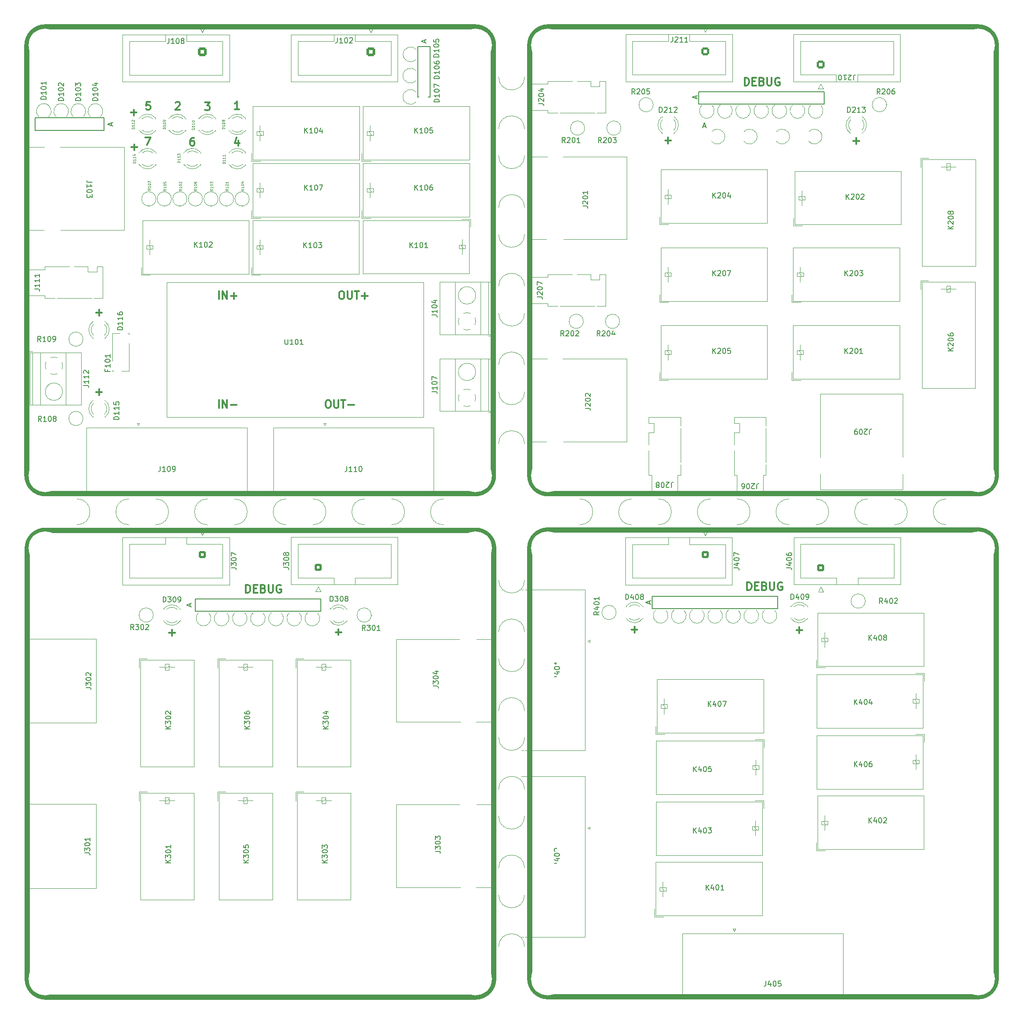
<source format=gto>
G04 #@! TF.GenerationSoftware,KiCad,Pcbnew,(6.0.1)*
G04 #@! TF.CreationDate,2023-03-04T18:11:18-05:00*
G04 #@! TF.ProjectId,InterfaceModule,496e7465-7266-4616-9365-4d6f64756c65,rev?*
G04 #@! TF.SameCoordinates,Original*
G04 #@! TF.FileFunction,Legend,Top*
G04 #@! TF.FilePolarity,Positive*
%FSLAX46Y46*%
G04 Gerber Fmt 4.6, Leading zero omitted, Abs format (unit mm)*
G04 Created by KiCad (PCBNEW (6.0.1)) date 2023-03-04 18:11:18*
%MOMM*%
%LPD*%
G01*
G04 APERTURE LIST*
G04 Aperture macros list*
%AMRoundRect*
0 Rectangle with rounded corners*
0 $1 Rounding radius*
0 $2 $3 $4 $5 $6 $7 $8 $9 X,Y pos of 4 corners*
0 Add a 4 corners polygon primitive as box body*
4,1,4,$2,$3,$4,$5,$6,$7,$8,$9,$2,$3,0*
0 Add four circle primitives for the rounded corners*
1,1,$1+$1,$2,$3*
1,1,$1+$1,$4,$5*
1,1,$1+$1,$6,$7*
1,1,$1+$1,$8,$9*
0 Add four rect primitives between the rounded corners*
20,1,$1+$1,$2,$3,$4,$5,0*
20,1,$1+$1,$4,$5,$6,$7,0*
20,1,$1+$1,$6,$7,$8,$9,0*
20,1,$1+$1,$8,$9,$2,$3,0*%
%AMRotRect*
0 Rectangle, with rotation*
0 The origin of the aperture is its center*
0 $1 length*
0 $2 width*
0 $3 Rotation angle, in degrees counterclockwise*
0 Add horizontal line*
21,1,$1,$2,0,0,$3*%
G04 Aperture macros list end*
%ADD10C,1.000000*%
%ADD11C,0.150000*%
%ADD12C,0.300000*%
%ADD13C,0.125000*%
%ADD14C,0.120000*%
%ADD15C,0.100000*%
%ADD16C,1.600000*%
%ADD17R,1.600000X1.800000*%
%ADD18O,1.600000X1.600000*%
%ADD19R,1.800000X1.800000*%
%ADD20O,1.800000X1.800000*%
%ADD21R,1.600000X1.600000*%
%ADD22O,3.500000X2.000000*%
%ADD23O,2.000000X4.000000*%
%ADD24C,1.800000*%
%ADD25R,1.000000X1.000000*%
%ADD26C,6.400000*%
%ADD27RoundRect,0.205883X-0.494117X0.494117X-0.494117X-0.494117X0.494117X-0.494117X0.494117X0.494117X0*%
%ADD28C,1.400000*%
%ADD29RoundRect,0.205883X0.494117X-0.494117X0.494117X0.494117X-0.494117X0.494117X-0.494117X-0.494117X0*%
%ADD30C,0.500000*%
%ADD31R,1.800000X1.600000*%
%ADD32C,0.700000*%
%ADD33C,2.000000*%
%ADD34C,3.250000*%
%ADD35R,1.500000X1.500000*%
%ADD36C,1.500000*%
%ADD37C,3.000000*%
%ADD38C,2.010000*%
%ADD39C,4.000000*%
%ADD40R,4.000000X4.000000*%
%ADD41R,2.600000X2.600000*%
%ADD42C,2.600000*%
%ADD43RoundRect,0.220589X-0.529411X0.529411X-0.529411X-0.529411X0.529411X-0.529411X0.529411X0.529411X0*%
%ADD44RoundRect,0.220589X0.529411X-0.529411X0.529411X0.529411X-0.529411X0.529411X-0.529411X-0.529411X0*%
%ADD45RotRect,1.000000X1.000000X45.000000*%
%ADD46RoundRect,0.250000X-0.600000X0.600000X-0.600000X-0.600000X0.600000X-0.600000X0.600000X0.600000X0*%
%ADD47C,1.700000*%
G04 APERTURE END LIST*
D10*
X111000001Y-10500001D02*
X194000000Y-10500000D01*
X193999999Y-197500001D02*
G75*
G03*
X197499999Y-194000001I-3J3500003D01*
G01*
X193999999Y-100499999D02*
X111000000Y-100500000D01*
X111000001Y-107500003D02*
X194000000Y-107500002D01*
D11*
X12077777Y-28014105D02*
X25377777Y-28014105D01*
X25377777Y-28014105D02*
X25377777Y-30414105D01*
X25377777Y-30414105D02*
X12077777Y-30414105D01*
X12077777Y-30414105D02*
X12077777Y-28014105D01*
D10*
X10500000Y-97000000D02*
G75*
G03*
X14000000Y-100500000I3500003J3D01*
G01*
X111000001Y-10500001D02*
G75*
G03*
X107500001Y-14000001I3J-3500003D01*
G01*
X14000001Y-10500001D02*
G75*
G03*
X10500001Y-14000001I3J-3500003D01*
G01*
X197500000Y-14000000D02*
G75*
G03*
X194000000Y-10500000I-3500003J-3D01*
G01*
X193999999Y-100499999D02*
G75*
G03*
X197499999Y-96999999I-3J3500003D01*
G01*
X100500000Y-14000000D02*
X100499999Y-96999999D01*
X197500001Y-14000000D02*
X197500000Y-96999999D01*
X14000001Y-10500001D02*
X97000000Y-10500000D01*
X97049999Y-197550001D02*
X14050000Y-197550002D01*
D11*
X42971426Y-120762498D02*
X67200001Y-120762498D01*
X67200001Y-120762498D02*
X67200001Y-123162498D01*
X67200001Y-123162498D02*
X42971426Y-123162498D01*
X42971426Y-123162498D02*
X42971426Y-120762498D01*
D10*
X96999999Y-100500001D02*
X14000000Y-100500002D01*
X10550000Y-194050002D02*
G75*
G03*
X14050000Y-197550002I3500003J3D01*
G01*
X107500000Y-194000002D02*
G75*
G03*
X111000000Y-197500002I3500003J3D01*
G01*
X10550000Y-194050002D02*
X10550001Y-111050003D01*
X14050001Y-107550003D02*
X97050000Y-107550002D01*
X100550000Y-111050002D02*
X100549999Y-194050001D01*
X107500000Y-97000000D02*
X107500001Y-14000001D01*
X100550000Y-111050002D02*
G75*
G03*
X97050000Y-107550002I-3500003J-3D01*
G01*
D11*
X140069767Y-22967911D02*
X164269767Y-22967911D01*
X164269767Y-22967911D02*
X164269767Y-25367911D01*
X164269767Y-25367911D02*
X140069767Y-25367911D01*
X140069767Y-25367911D02*
X140069767Y-22967911D01*
D10*
X14050001Y-107550003D02*
G75*
G03*
X10550001Y-111050003I3J-3500003D01*
G01*
D11*
X85900000Y-24000000D02*
X85900000Y-14300000D01*
X85900000Y-14300000D02*
X88300000Y-14300000D01*
X88300000Y-14300000D02*
X88300000Y-24000000D01*
X88300000Y-24000000D02*
X85900000Y-24000000D01*
D10*
X96999999Y-100499999D02*
G75*
G03*
X100499999Y-96999999I-3J3500003D01*
G01*
D11*
X131108698Y-120283973D02*
X155308698Y-120283973D01*
X155308698Y-120283973D02*
X155308698Y-122683973D01*
X155308698Y-122683973D02*
X131108698Y-122683973D01*
X131108698Y-122683973D02*
X131108698Y-120283973D01*
D10*
X107500000Y-97000000D02*
G75*
G03*
X111000000Y-100500000I3500003J3D01*
G01*
X100500000Y-14000000D02*
G75*
G03*
X97000000Y-10500000I-3500003J-3D01*
G01*
X107500000Y-194000002D02*
X107500001Y-111000003D01*
X197500000Y-111000002D02*
G75*
G03*
X194000000Y-107500002I-3500003J-3D01*
G01*
X10500000Y-97000000D02*
X10500001Y-14000001D01*
X97049999Y-197550001D02*
G75*
G03*
X100549999Y-194050001I-3J3500003D01*
G01*
X111000001Y-107500003D02*
G75*
G03*
X107500001Y-111000003I3J-3500003D01*
G01*
X197500000Y-111000002D02*
X197499999Y-194000001D01*
X193999999Y-197500001D02*
X111000000Y-197500002D01*
D12*
X52742857Y-119578571D02*
X52742857Y-118078571D01*
X53100000Y-118078571D01*
X53314285Y-118150000D01*
X53457142Y-118292857D01*
X53528571Y-118435714D01*
X53600000Y-118721428D01*
X53600000Y-118935714D01*
X53528571Y-119221428D01*
X53457142Y-119364285D01*
X53314285Y-119507142D01*
X53100000Y-119578571D01*
X52742857Y-119578571D01*
X54242857Y-118792857D02*
X54742857Y-118792857D01*
X54957142Y-119578571D02*
X54242857Y-119578571D01*
X54242857Y-118078571D01*
X54957142Y-118078571D01*
X56100000Y-118792857D02*
X56314285Y-118864285D01*
X56385714Y-118935714D01*
X56457142Y-119078571D01*
X56457142Y-119292857D01*
X56385714Y-119435714D01*
X56314285Y-119507142D01*
X56171428Y-119578571D01*
X55600000Y-119578571D01*
X55600000Y-118078571D01*
X56100000Y-118078571D01*
X56242857Y-118150000D01*
X56314285Y-118221428D01*
X56385714Y-118364285D01*
X56385714Y-118507142D01*
X56314285Y-118650000D01*
X56242857Y-118721428D01*
X56100000Y-118792857D01*
X55600000Y-118792857D01*
X57100000Y-118078571D02*
X57100000Y-119292857D01*
X57171428Y-119435714D01*
X57242857Y-119507142D01*
X57385714Y-119578571D01*
X57671428Y-119578571D01*
X57814285Y-119507142D01*
X57885714Y-119435714D01*
X57957142Y-119292857D01*
X57957142Y-118078571D01*
X59457142Y-118150000D02*
X59314285Y-118078571D01*
X59100000Y-118078571D01*
X58885714Y-118150000D01*
X58742857Y-118292857D01*
X58671428Y-118435714D01*
X58600000Y-118721428D01*
X58600000Y-118935714D01*
X58671428Y-119221428D01*
X58742857Y-119364285D01*
X58885714Y-119507142D01*
X59100000Y-119578571D01*
X59242857Y-119578571D01*
X59457142Y-119507142D01*
X59528571Y-119435714D01*
X59528571Y-118935714D01*
X59242857Y-118935714D01*
X148942857Y-21778571D02*
X148942857Y-20278571D01*
X149300000Y-20278571D01*
X149514285Y-20350000D01*
X149657142Y-20492857D01*
X149728571Y-20635714D01*
X149800000Y-20921428D01*
X149800000Y-21135714D01*
X149728571Y-21421428D01*
X149657142Y-21564285D01*
X149514285Y-21707142D01*
X149300000Y-21778571D01*
X148942857Y-21778571D01*
X150442857Y-20992857D02*
X150942857Y-20992857D01*
X151157142Y-21778571D02*
X150442857Y-21778571D01*
X150442857Y-20278571D01*
X151157142Y-20278571D01*
X152300000Y-20992857D02*
X152514285Y-21064285D01*
X152585714Y-21135714D01*
X152657142Y-21278571D01*
X152657142Y-21492857D01*
X152585714Y-21635714D01*
X152514285Y-21707142D01*
X152371428Y-21778571D01*
X151800000Y-21778571D01*
X151800000Y-20278571D01*
X152300000Y-20278571D01*
X152442857Y-20350000D01*
X152514285Y-20421428D01*
X152585714Y-20564285D01*
X152585714Y-20707142D01*
X152514285Y-20850000D01*
X152442857Y-20921428D01*
X152300000Y-20992857D01*
X151800000Y-20992857D01*
X153300000Y-20278571D02*
X153300000Y-21492857D01*
X153371428Y-21635714D01*
X153442857Y-21707142D01*
X153585714Y-21778571D01*
X153871428Y-21778571D01*
X154014285Y-21707142D01*
X154085714Y-21635714D01*
X154157142Y-21492857D01*
X154157142Y-20278571D01*
X155657142Y-20350000D02*
X155514285Y-20278571D01*
X155300000Y-20278571D01*
X155085714Y-20350000D01*
X154942857Y-20492857D01*
X154871428Y-20635714D01*
X154800000Y-20921428D01*
X154800000Y-21135714D01*
X154871428Y-21421428D01*
X154942857Y-21564285D01*
X155085714Y-21707142D01*
X155300000Y-21778571D01*
X155442857Y-21778571D01*
X155657142Y-21707142D01*
X155728571Y-21635714D01*
X155728571Y-21135714D01*
X155442857Y-21135714D01*
X47535715Y-62941071D02*
X47535715Y-61441071D01*
X48250001Y-62941071D02*
X48250001Y-61441071D01*
X49107143Y-62941071D01*
X49107143Y-61441071D01*
X49821429Y-62369642D02*
X50964286Y-62369642D01*
X50392858Y-62941071D02*
X50392858Y-61798214D01*
X133628571Y-32407142D02*
X134771428Y-32407142D01*
X134200000Y-32978571D02*
X134200000Y-31835714D01*
X37928571Y-127307142D02*
X39071428Y-127307142D01*
X38500000Y-127878571D02*
X38500000Y-126735714D01*
X51285714Y-32378571D02*
X51285714Y-33378571D01*
X50928571Y-31807142D02*
X50571428Y-32878571D01*
X51500000Y-32878571D01*
X51428571Y-26378571D02*
X50571428Y-26378571D01*
X51000000Y-26378571D02*
X51000000Y-24878571D01*
X50857142Y-25092857D01*
X50714285Y-25235714D01*
X50571428Y-25307142D01*
X68471429Y-82441071D02*
X68757143Y-82441071D01*
X68900001Y-82512500D01*
X69042858Y-82655357D01*
X69114286Y-82941071D01*
X69114286Y-83441071D01*
X69042858Y-83726785D01*
X68900001Y-83869642D01*
X68757143Y-83941071D01*
X68471429Y-83941071D01*
X68328572Y-83869642D01*
X68185715Y-83726785D01*
X68114286Y-83441071D01*
X68114286Y-82941071D01*
X68185715Y-82655357D01*
X68328572Y-82512500D01*
X68471429Y-82441071D01*
X69757143Y-82441071D02*
X69757143Y-83655357D01*
X69828572Y-83798214D01*
X69900001Y-83869642D01*
X70042858Y-83941071D01*
X70328572Y-83941071D01*
X70471429Y-83869642D01*
X70542858Y-83798214D01*
X70614286Y-83655357D01*
X70614286Y-82441071D01*
X71114286Y-82441071D02*
X71971429Y-82441071D01*
X71542858Y-83941071D02*
X71542858Y-82441071D01*
X72471429Y-83369642D02*
X73614286Y-83369642D01*
X44800000Y-25078571D02*
X45728571Y-25078571D01*
X45228571Y-25650000D01*
X45442857Y-25650000D01*
X45585714Y-25721428D01*
X45657142Y-25792857D01*
X45728571Y-25935714D01*
X45728571Y-26292857D01*
X45657142Y-26435714D01*
X45585714Y-26507142D01*
X45442857Y-26578571D01*
X45014285Y-26578571D01*
X44871428Y-26507142D01*
X44800000Y-26435714D01*
X70028571Y-127207142D02*
X71171428Y-127207142D01*
X70600000Y-127778571D02*
X70600000Y-126635714D01*
X31771428Y-33707142D02*
X30628571Y-33707142D01*
X31200000Y-34278571D02*
X31200000Y-33135714D01*
X169928571Y-32507142D02*
X171071428Y-32507142D01*
X170500000Y-33078571D02*
X170500000Y-31935714D01*
X71071429Y-61441071D02*
X71357143Y-61441071D01*
X71500001Y-61512500D01*
X71642858Y-61655357D01*
X71714286Y-61941071D01*
X71714286Y-62441071D01*
X71642858Y-62726785D01*
X71500001Y-62869642D01*
X71357143Y-62941071D01*
X71071429Y-62941071D01*
X70928572Y-62869642D01*
X70785715Y-62726785D01*
X70714286Y-62441071D01*
X70714286Y-61941071D01*
X70785715Y-61655357D01*
X70928572Y-61512500D01*
X71071429Y-61441071D01*
X72357143Y-61441071D02*
X72357143Y-62655357D01*
X72428572Y-62798214D01*
X72500001Y-62869642D01*
X72642858Y-62941071D01*
X72928572Y-62941071D01*
X73071429Y-62869642D01*
X73142858Y-62798214D01*
X73214286Y-62655357D01*
X73214286Y-61441071D01*
X73714286Y-61441071D02*
X74571429Y-61441071D01*
X74142858Y-62941071D02*
X74142858Y-61441071D01*
X75071429Y-62369642D02*
X76214286Y-62369642D01*
X75642858Y-62941071D02*
X75642858Y-61798214D01*
X24971428Y-80907142D02*
X23828571Y-80907142D01*
X24400000Y-81478571D02*
X24400000Y-80335714D01*
X158928571Y-126807142D02*
X160071428Y-126807142D01*
X159500000Y-127378571D02*
X159500000Y-126235714D01*
X24971428Y-65607142D02*
X23828571Y-65607142D01*
X24400000Y-66178571D02*
X24400000Y-65035714D01*
X39171428Y-25121428D02*
X39242857Y-25050000D01*
X39385714Y-24978571D01*
X39742857Y-24978571D01*
X39885714Y-25050000D01*
X39957142Y-25121428D01*
X40028571Y-25264285D01*
X40028571Y-25407142D01*
X39957142Y-25621428D01*
X39100000Y-26478571D01*
X40028571Y-26478571D01*
X127128571Y-126707142D02*
X128271428Y-126707142D01*
X127700000Y-127278571D02*
X127700000Y-126135714D01*
X47535715Y-83941071D02*
X47535715Y-82441071D01*
X48250001Y-83941071D02*
X48250001Y-82441071D01*
X49107143Y-83941071D01*
X49107143Y-82441071D01*
X49821429Y-83369642D02*
X50964286Y-83369642D01*
X33300000Y-31778571D02*
X34300000Y-31778571D01*
X33657142Y-33278571D01*
X42685714Y-31878571D02*
X42400000Y-31878571D01*
X42257142Y-31950000D01*
X42185714Y-32021428D01*
X42042857Y-32235714D01*
X41971428Y-32521428D01*
X41971428Y-33092857D01*
X42042857Y-33235714D01*
X42114285Y-33307142D01*
X42257142Y-33378571D01*
X42542857Y-33378571D01*
X42685714Y-33307142D01*
X42757142Y-33235714D01*
X42828571Y-33092857D01*
X42828571Y-32735714D01*
X42757142Y-32592857D01*
X42685714Y-32521428D01*
X42542857Y-32450000D01*
X42257142Y-32450000D01*
X42114285Y-32521428D01*
X42042857Y-32592857D01*
X41971428Y-32735714D01*
X149442857Y-119078571D02*
X149442857Y-117578571D01*
X149800000Y-117578571D01*
X150014285Y-117650000D01*
X150157142Y-117792857D01*
X150228571Y-117935714D01*
X150300000Y-118221428D01*
X150300000Y-118435714D01*
X150228571Y-118721428D01*
X150157142Y-118864285D01*
X150014285Y-119007142D01*
X149800000Y-119078571D01*
X149442857Y-119078571D01*
X150942857Y-118292857D02*
X151442857Y-118292857D01*
X151657142Y-119078571D02*
X150942857Y-119078571D01*
X150942857Y-117578571D01*
X151657142Y-117578571D01*
X152800000Y-118292857D02*
X153014285Y-118364285D01*
X153085714Y-118435714D01*
X153157142Y-118578571D01*
X153157142Y-118792857D01*
X153085714Y-118935714D01*
X153014285Y-119007142D01*
X152871428Y-119078571D01*
X152300000Y-119078571D01*
X152300000Y-117578571D01*
X152800000Y-117578571D01*
X152942857Y-117650000D01*
X153014285Y-117721428D01*
X153085714Y-117864285D01*
X153085714Y-118007142D01*
X153014285Y-118150000D01*
X152942857Y-118221428D01*
X152800000Y-118292857D01*
X152300000Y-118292857D01*
X153800000Y-117578571D02*
X153800000Y-118792857D01*
X153871428Y-118935714D01*
X153942857Y-119007142D01*
X154085714Y-119078571D01*
X154371428Y-119078571D01*
X154514285Y-119007142D01*
X154585714Y-118935714D01*
X154657142Y-118792857D01*
X154657142Y-117578571D01*
X156157142Y-117650000D02*
X156014285Y-117578571D01*
X155800000Y-117578571D01*
X155585714Y-117650000D01*
X155442857Y-117792857D01*
X155371428Y-117935714D01*
X155300000Y-118221428D01*
X155300000Y-118435714D01*
X155371428Y-118721428D01*
X155442857Y-118864285D01*
X155585714Y-119007142D01*
X155800000Y-119078571D01*
X155942857Y-119078571D01*
X156157142Y-119007142D01*
X156228571Y-118935714D01*
X156228571Y-118435714D01*
X155942857Y-118435714D01*
X31671428Y-27007142D02*
X30528571Y-27007142D01*
X31100000Y-27578571D02*
X31100000Y-26435714D01*
X34257142Y-24978571D02*
X33542857Y-24978571D01*
X33471428Y-25692857D01*
X33542857Y-25621428D01*
X33685714Y-25550000D01*
X34042857Y-25550000D01*
X34185714Y-25621428D01*
X34257142Y-25692857D01*
X34328571Y-25835714D01*
X34328571Y-26192857D01*
X34257142Y-26335714D01*
X34185714Y-26407142D01*
X34042857Y-26478571D01*
X33685714Y-26478571D01*
X33542857Y-26407142D01*
X33471428Y-26335714D01*
D11*
X189202381Y-49452976D02*
X188202381Y-49452976D01*
X189202381Y-48881547D02*
X188630953Y-49310119D01*
X188202381Y-48881547D02*
X188773810Y-49452976D01*
X188297620Y-48500595D02*
X188250001Y-48452976D01*
X188202381Y-48357738D01*
X188202381Y-48119642D01*
X188250001Y-48024404D01*
X188297620Y-47976785D01*
X188392858Y-47929166D01*
X188488096Y-47929166D01*
X188630953Y-47976785D01*
X189202381Y-48548214D01*
X189202381Y-47929166D01*
X188202381Y-47310119D02*
X188202381Y-47214880D01*
X188250001Y-47119642D01*
X188297620Y-47072023D01*
X188392858Y-47024404D01*
X188583334Y-46976785D01*
X188821429Y-46976785D01*
X189011905Y-47024404D01*
X189107143Y-47072023D01*
X189154762Y-47119642D01*
X189202381Y-47214880D01*
X189202381Y-47310119D01*
X189154762Y-47405357D01*
X189107143Y-47452976D01*
X189011905Y-47500595D01*
X188821429Y-47548214D01*
X188583334Y-47548214D01*
X188392858Y-47500595D01*
X188297620Y-47452976D01*
X188250001Y-47405357D01*
X188202381Y-47310119D01*
X188630953Y-46405357D02*
X188583334Y-46500595D01*
X188535715Y-46548214D01*
X188440477Y-46595833D01*
X188392858Y-46595833D01*
X188297620Y-46548214D01*
X188250001Y-46500595D01*
X188202381Y-46405357D01*
X188202381Y-46214880D01*
X188250001Y-46119642D01*
X188297620Y-46072023D01*
X188392858Y-46024404D01*
X188440477Y-46024404D01*
X188535715Y-46072023D01*
X188583334Y-46119642D01*
X188630953Y-46214880D01*
X188630953Y-46405357D01*
X188678572Y-46500595D01*
X188726191Y-46548214D01*
X188821429Y-46595833D01*
X189011905Y-46595833D01*
X189107143Y-46548214D01*
X189154762Y-46500595D01*
X189202381Y-46405357D01*
X189202381Y-46214880D01*
X189154762Y-46119642D01*
X189107143Y-46072023D01*
X189011905Y-46024404D01*
X188821429Y-46024404D01*
X188726191Y-46072023D01*
X188678572Y-46119642D01*
X188630953Y-46214880D01*
D13*
X40326190Y-41759523D02*
X40088095Y-41926190D01*
X40326190Y-42045238D02*
X39826190Y-42045238D01*
X39826190Y-41854761D01*
X39850000Y-41807142D01*
X39873809Y-41783333D01*
X39921428Y-41759523D01*
X39992857Y-41759523D01*
X40040476Y-41783333D01*
X40064285Y-41807142D01*
X40088095Y-41854761D01*
X40088095Y-42045238D01*
X40326190Y-41283333D02*
X40326190Y-41569047D01*
X40326190Y-41426190D02*
X39826190Y-41426190D01*
X39897619Y-41473809D01*
X39945238Y-41521428D01*
X39969047Y-41569047D01*
X39826190Y-40973809D02*
X39826190Y-40926190D01*
X39850000Y-40878571D01*
X39873809Y-40854761D01*
X39921428Y-40830952D01*
X40016666Y-40807142D01*
X40135714Y-40807142D01*
X40230952Y-40830952D01*
X40278571Y-40854761D01*
X40302380Y-40878571D01*
X40326190Y-40926190D01*
X40326190Y-40973809D01*
X40302380Y-41021428D01*
X40278571Y-41045238D01*
X40230952Y-41069047D01*
X40135714Y-41092857D01*
X40016666Y-41092857D01*
X39921428Y-41069047D01*
X39873809Y-41045238D01*
X39850000Y-41021428D01*
X39826190Y-40973809D01*
X39873809Y-40616666D02*
X39850000Y-40592857D01*
X39826190Y-40545238D01*
X39826190Y-40426190D01*
X39850000Y-40378571D01*
X39873809Y-40354761D01*
X39921428Y-40330952D01*
X39969047Y-40330952D01*
X40040476Y-40354761D01*
X40326190Y-40640476D01*
X40326190Y-40330952D01*
X52326190Y-41759523D02*
X52088095Y-41926190D01*
X52326190Y-42045238D02*
X51826190Y-42045238D01*
X51826190Y-41854761D01*
X51850000Y-41807142D01*
X51873809Y-41783333D01*
X51921428Y-41759523D01*
X51992857Y-41759523D01*
X52040476Y-41783333D01*
X52064285Y-41807142D01*
X52088095Y-41854761D01*
X52088095Y-42045238D01*
X52326190Y-41283333D02*
X52326190Y-41569047D01*
X52326190Y-41426190D02*
X51826190Y-41426190D01*
X51897619Y-41473809D01*
X51945238Y-41521428D01*
X51969047Y-41569047D01*
X51826190Y-40973809D02*
X51826190Y-40926190D01*
X51850000Y-40878571D01*
X51873809Y-40854761D01*
X51921428Y-40830952D01*
X52016666Y-40807142D01*
X52135714Y-40807142D01*
X52230952Y-40830952D01*
X52278571Y-40854761D01*
X52302380Y-40878571D01*
X52326190Y-40926190D01*
X52326190Y-40973809D01*
X52302380Y-41021428D01*
X52278571Y-41045238D01*
X52230952Y-41069047D01*
X52135714Y-41092857D01*
X52016666Y-41092857D01*
X51921428Y-41069047D01*
X51873809Y-41045238D01*
X51850000Y-41021428D01*
X51826190Y-40973809D01*
X51992857Y-40378571D02*
X52326190Y-40378571D01*
X51802380Y-40497619D02*
X52159523Y-40616666D01*
X52159523Y-40307142D01*
D11*
X21652381Y-169767378D02*
X22366667Y-169767378D01*
X22509524Y-169814997D01*
X22604762Y-169910235D01*
X22652381Y-170053092D01*
X22652381Y-170148330D01*
X21652381Y-169386425D02*
X21652381Y-168767378D01*
X22033334Y-169100711D01*
X22033334Y-168957854D01*
X22080953Y-168862616D01*
X22128572Y-168814997D01*
X22223810Y-168767378D01*
X22461905Y-168767378D01*
X22557143Y-168814997D01*
X22604762Y-168862616D01*
X22652381Y-168957854D01*
X22652381Y-169243568D01*
X22604762Y-169338806D01*
X22557143Y-169386425D01*
X21652381Y-168148330D02*
X21652381Y-168053092D01*
X21700001Y-167957854D01*
X21747620Y-167910235D01*
X21842858Y-167862616D01*
X22033334Y-167814997D01*
X22271429Y-167814997D01*
X22461905Y-167862616D01*
X22557143Y-167910235D01*
X22604762Y-167957854D01*
X22652381Y-168053092D01*
X22652381Y-168148330D01*
X22604762Y-168243568D01*
X22557143Y-168291187D01*
X22461905Y-168338806D01*
X22271429Y-168386425D01*
X22033334Y-168386425D01*
X21842858Y-168338806D01*
X21747620Y-168291187D01*
X21700001Y-168243568D01*
X21652381Y-168148330D01*
X22652381Y-166862616D02*
X22652381Y-167434044D01*
X22652381Y-167148330D02*
X21652381Y-167148330D01*
X21795239Y-167243568D01*
X21890477Y-167338806D01*
X21938096Y-167434044D01*
D13*
X42826190Y-30245238D02*
X42326190Y-30245238D01*
X42326190Y-30126190D01*
X42350000Y-30054761D01*
X42397619Y-30007142D01*
X42445238Y-29983333D01*
X42540476Y-29959523D01*
X42611904Y-29959523D01*
X42707142Y-29983333D01*
X42754761Y-30007142D01*
X42802380Y-30054761D01*
X42826190Y-30126190D01*
X42826190Y-30245238D01*
X42826190Y-29483333D02*
X42826190Y-29769047D01*
X42826190Y-29626190D02*
X42326190Y-29626190D01*
X42397619Y-29673809D01*
X42445238Y-29721428D01*
X42469047Y-29769047D01*
X42826190Y-29007142D02*
X42826190Y-29292857D01*
X42826190Y-29150000D02*
X42326190Y-29150000D01*
X42397619Y-29197619D01*
X42445238Y-29245238D01*
X42469047Y-29292857D01*
X42326190Y-28697619D02*
X42326190Y-28650000D01*
X42350000Y-28602380D01*
X42373809Y-28578571D01*
X42421428Y-28554761D01*
X42516666Y-28530952D01*
X42635714Y-28530952D01*
X42730952Y-28554761D01*
X42778571Y-28578571D01*
X42802380Y-28602380D01*
X42826190Y-28650000D01*
X42826190Y-28697619D01*
X42802380Y-28745238D01*
X42778571Y-28769047D01*
X42730952Y-28792857D01*
X42635714Y-28816666D01*
X42516666Y-28816666D01*
X42421428Y-28792857D01*
X42373809Y-28769047D01*
X42350000Y-28745238D01*
X42326190Y-28697619D01*
D11*
X69009523Y-121252380D02*
X69009523Y-120252380D01*
X69247619Y-120252380D01*
X69390476Y-120300000D01*
X69485714Y-120395238D01*
X69533333Y-120490476D01*
X69580952Y-120680952D01*
X69580952Y-120823809D01*
X69533333Y-121014285D01*
X69485714Y-121109523D01*
X69390476Y-121204761D01*
X69247619Y-121252380D01*
X69009523Y-121252380D01*
X69914285Y-120252380D02*
X70533333Y-120252380D01*
X70200000Y-120633333D01*
X70342857Y-120633333D01*
X70438095Y-120680952D01*
X70485714Y-120728571D01*
X70533333Y-120823809D01*
X70533333Y-121061904D01*
X70485714Y-121157142D01*
X70438095Y-121204761D01*
X70342857Y-121252380D01*
X70057142Y-121252380D01*
X69961904Y-121204761D01*
X69914285Y-121157142D01*
X71152380Y-120252380D02*
X71247619Y-120252380D01*
X71342857Y-120300000D01*
X71390476Y-120347619D01*
X71438095Y-120442857D01*
X71485714Y-120633333D01*
X71485714Y-120871428D01*
X71438095Y-121061904D01*
X71390476Y-121157142D01*
X71342857Y-121204761D01*
X71247619Y-121252380D01*
X71152380Y-121252380D01*
X71057142Y-121204761D01*
X71009523Y-121157142D01*
X70961904Y-121061904D01*
X70914285Y-120871428D01*
X70914285Y-120633333D01*
X70961904Y-120442857D01*
X71009523Y-120347619D01*
X71057142Y-120300000D01*
X71152380Y-120252380D01*
X72057142Y-120680952D02*
X71961904Y-120633333D01*
X71914285Y-120585714D01*
X71866666Y-120490476D01*
X71866666Y-120442857D01*
X71914285Y-120347619D01*
X71961904Y-120300000D01*
X72057142Y-120252380D01*
X72247619Y-120252380D01*
X72342857Y-120300000D01*
X72390476Y-120347619D01*
X72438095Y-120442857D01*
X72438095Y-120490476D01*
X72390476Y-120585714D01*
X72342857Y-120633333D01*
X72247619Y-120680952D01*
X72057142Y-120680952D01*
X71961904Y-120728571D01*
X71914285Y-120776190D01*
X71866666Y-120871428D01*
X71866666Y-121061904D01*
X71914285Y-121157142D01*
X71961904Y-121204761D01*
X72057142Y-121252380D01*
X72247619Y-121252380D01*
X72342857Y-121204761D01*
X72390476Y-121157142D01*
X72438095Y-121061904D01*
X72438095Y-120871428D01*
X72390476Y-120776190D01*
X72342857Y-120728571D01*
X72247619Y-120680952D01*
X127780952Y-23452380D02*
X127447619Y-22976190D01*
X127209523Y-23452380D02*
X127209523Y-22452380D01*
X127590476Y-22452380D01*
X127685714Y-22500000D01*
X127733333Y-22547619D01*
X127780952Y-22642857D01*
X127780952Y-22785714D01*
X127733333Y-22880952D01*
X127685714Y-22928571D01*
X127590476Y-22976190D01*
X127209523Y-22976190D01*
X128161904Y-22547619D02*
X128209523Y-22500000D01*
X128304761Y-22452380D01*
X128542857Y-22452380D01*
X128638095Y-22500000D01*
X128685714Y-22547619D01*
X128733333Y-22642857D01*
X128733333Y-22738095D01*
X128685714Y-22880952D01*
X128114285Y-23452380D01*
X128733333Y-23452380D01*
X129352380Y-22452380D02*
X129447619Y-22452380D01*
X129542857Y-22500000D01*
X129590476Y-22547619D01*
X129638095Y-22642857D01*
X129685714Y-22833333D01*
X129685714Y-23071428D01*
X129638095Y-23261904D01*
X129590476Y-23357142D01*
X129542857Y-23404761D01*
X129447619Y-23452380D01*
X129352380Y-23452380D01*
X129257142Y-23404761D01*
X129209523Y-23357142D01*
X129161904Y-23261904D01*
X129114285Y-23071428D01*
X129114285Y-22833333D01*
X129161904Y-22642857D01*
X129209523Y-22547619D01*
X129257142Y-22500000D01*
X129352380Y-22452380D01*
X130590476Y-22452380D02*
X130114285Y-22452380D01*
X130066666Y-22928571D01*
X130114285Y-22880952D01*
X130209523Y-22833333D01*
X130447619Y-22833333D01*
X130542857Y-22880952D01*
X130590476Y-22928571D01*
X130638095Y-23023809D01*
X130638095Y-23261904D01*
X130590476Y-23357142D01*
X130542857Y-23404761D01*
X130447619Y-23452380D01*
X130209523Y-23452380D01*
X130114285Y-23404761D01*
X130066666Y-23357142D01*
X146889048Y-114806041D02*
X147603334Y-114806041D01*
X147746191Y-114853660D01*
X147841429Y-114948898D01*
X147889048Y-115091755D01*
X147889048Y-115186993D01*
X147222382Y-113901279D02*
X147889048Y-113901279D01*
X146841429Y-114139374D02*
X147555715Y-114377469D01*
X147555715Y-113758422D01*
X146889048Y-113186993D02*
X146889048Y-113091755D01*
X146936668Y-112996517D01*
X146984287Y-112948898D01*
X147079525Y-112901279D01*
X147270001Y-112853660D01*
X147508096Y-112853660D01*
X147698572Y-112901279D01*
X147793810Y-112948898D01*
X147841429Y-112996517D01*
X147889048Y-113091755D01*
X147889048Y-113186993D01*
X147841429Y-113282231D01*
X147793810Y-113329850D01*
X147698572Y-113377469D01*
X147508096Y-113425088D01*
X147270001Y-113425088D01*
X147079525Y-113377469D01*
X146984287Y-113329850D01*
X146936668Y-113282231D01*
X146889048Y-113186993D01*
X146889048Y-112520327D02*
X146889048Y-111853660D01*
X147889048Y-112282231D01*
X60015713Y-114730713D02*
X60729999Y-114730713D01*
X60872856Y-114778332D01*
X60968094Y-114873570D01*
X61015713Y-115016427D01*
X61015713Y-115111665D01*
X60015713Y-114349760D02*
X60015713Y-113730713D01*
X60396666Y-114064046D01*
X60396666Y-113921189D01*
X60444285Y-113825951D01*
X60491904Y-113778332D01*
X60587142Y-113730713D01*
X60825237Y-113730713D01*
X60920475Y-113778332D01*
X60968094Y-113825951D01*
X61015713Y-113921189D01*
X61015713Y-114206903D01*
X60968094Y-114302141D01*
X60920475Y-114349760D01*
X60015713Y-113111665D02*
X60015713Y-113016427D01*
X60063333Y-112921189D01*
X60110952Y-112873570D01*
X60206190Y-112825951D01*
X60396666Y-112778332D01*
X60634761Y-112778332D01*
X60825237Y-112825951D01*
X60920475Y-112873570D01*
X60968094Y-112921189D01*
X61015713Y-113016427D01*
X61015713Y-113111665D01*
X60968094Y-113206903D01*
X60920475Y-113254522D01*
X60825237Y-113302141D01*
X60634761Y-113349760D01*
X60396666Y-113349760D01*
X60206190Y-113302141D01*
X60110952Y-113254522D01*
X60063333Y-113206903D01*
X60015713Y-113111665D01*
X60444285Y-112206903D02*
X60396666Y-112302141D01*
X60349047Y-112349760D01*
X60253809Y-112397379D01*
X60206190Y-112397379D01*
X60110952Y-112349760D01*
X60063333Y-112302141D01*
X60015713Y-112206903D01*
X60015713Y-112016427D01*
X60063333Y-111921189D01*
X60110952Y-111873570D01*
X60206190Y-111825951D01*
X60253809Y-111825951D01*
X60349047Y-111873570D01*
X60396666Y-111921189D01*
X60444285Y-112016427D01*
X60444285Y-112206903D01*
X60491904Y-112302141D01*
X60539523Y-112349760D01*
X60634761Y-112397379D01*
X60825237Y-112397379D01*
X60920475Y-112349760D01*
X60968094Y-112302141D01*
X61015713Y-112206903D01*
X61015713Y-112016427D01*
X60968094Y-111921189D01*
X60920475Y-111873570D01*
X60825237Y-111825951D01*
X60634761Y-111825951D01*
X60539523Y-111873570D01*
X60491904Y-111921189D01*
X60444285Y-112016427D01*
X13180952Y-71152380D02*
X12847619Y-70676190D01*
X12609523Y-71152380D02*
X12609523Y-70152380D01*
X12990476Y-70152380D01*
X13085714Y-70200000D01*
X13133333Y-70247619D01*
X13180952Y-70342857D01*
X13180952Y-70485714D01*
X13133333Y-70580952D01*
X13085714Y-70628571D01*
X12990476Y-70676190D01*
X12609523Y-70676190D01*
X14133333Y-71152380D02*
X13561904Y-71152380D01*
X13847619Y-71152380D02*
X13847619Y-70152380D01*
X13752380Y-70295238D01*
X13657142Y-70390476D01*
X13561904Y-70438095D01*
X14752380Y-70152380D02*
X14847619Y-70152380D01*
X14942857Y-70200000D01*
X14990476Y-70247619D01*
X15038095Y-70342857D01*
X15085714Y-70533333D01*
X15085714Y-70771428D01*
X15038095Y-70961904D01*
X14990476Y-71057142D01*
X14942857Y-71104761D01*
X14847619Y-71152380D01*
X14752380Y-71152380D01*
X14657142Y-71104761D01*
X14609523Y-71057142D01*
X14561904Y-70961904D01*
X14514285Y-70771428D01*
X14514285Y-70533333D01*
X14561904Y-70342857D01*
X14609523Y-70247619D01*
X14657142Y-70200000D01*
X14752380Y-70152380D01*
X15561904Y-71152380D02*
X15752380Y-71152380D01*
X15847619Y-71104761D01*
X15895238Y-71057142D01*
X15990476Y-70914285D01*
X16038095Y-70723809D01*
X16038095Y-70342857D01*
X15990476Y-70247619D01*
X15942857Y-70200000D01*
X15847619Y-70152380D01*
X15657142Y-70152380D01*
X15561904Y-70200000D01*
X15514285Y-70247619D01*
X15466666Y-70342857D01*
X15466666Y-70580952D01*
X15514285Y-70676190D01*
X15561904Y-70723809D01*
X15657142Y-70771428D01*
X15847619Y-70771428D01*
X15942857Y-70723809D01*
X15990476Y-70676190D01*
X16038095Y-70580952D01*
X141509525Y-176902380D02*
X141509525Y-175902380D01*
X142080954Y-176902380D02*
X141652382Y-176330952D01*
X142080954Y-175902380D02*
X141509525Y-176473809D01*
X142938097Y-176235714D02*
X142938097Y-176902380D01*
X142700002Y-175854761D02*
X142461906Y-176569047D01*
X143080954Y-176569047D01*
X143652382Y-175902380D02*
X143747621Y-175902380D01*
X143842859Y-175950000D01*
X143890478Y-175997619D01*
X143938097Y-176092857D01*
X143985716Y-176283333D01*
X143985716Y-176521428D01*
X143938097Y-176711904D01*
X143890478Y-176807142D01*
X143842859Y-176854761D01*
X143747621Y-176902380D01*
X143652382Y-176902380D01*
X143557144Y-176854761D01*
X143509525Y-176807142D01*
X143461906Y-176711904D01*
X143414287Y-176521428D01*
X143414287Y-176283333D01*
X143461906Y-176092857D01*
X143509525Y-175997619D01*
X143557144Y-175950000D01*
X143652382Y-175902380D01*
X144938097Y-176902380D02*
X144366668Y-176902380D01*
X144652382Y-176902380D02*
X144652382Y-175902380D01*
X144557144Y-176045238D01*
X144461906Y-176140476D01*
X144366668Y-176188095D01*
X134804049Y-99310119D02*
X134804049Y-98595833D01*
X134851668Y-98452976D01*
X134946906Y-98357738D01*
X135089763Y-98310119D01*
X135185001Y-98310119D01*
X134375477Y-99214880D02*
X134327858Y-99262500D01*
X134232620Y-99310119D01*
X133994525Y-99310119D01*
X133899287Y-99262500D01*
X133851668Y-99214880D01*
X133804049Y-99119642D01*
X133804049Y-99024404D01*
X133851668Y-98881547D01*
X134423096Y-98310119D01*
X133804049Y-98310119D01*
X133185001Y-99310119D02*
X133089763Y-99310119D01*
X132994525Y-99262500D01*
X132946906Y-99214880D01*
X132899287Y-99119642D01*
X132851668Y-98929166D01*
X132851668Y-98691071D01*
X132899287Y-98500595D01*
X132946906Y-98405357D01*
X132994525Y-98357738D01*
X133089763Y-98310119D01*
X133185001Y-98310119D01*
X133280239Y-98357738D01*
X133327858Y-98405357D01*
X133375477Y-98500595D01*
X133423096Y-98691071D01*
X133423096Y-98929166D01*
X133375477Y-99119642D01*
X133327858Y-99214880D01*
X133280239Y-99262500D01*
X133185001Y-99310119D01*
X132280239Y-98881547D02*
X132375477Y-98929166D01*
X132423096Y-98976785D01*
X132470715Y-99072023D01*
X132470715Y-99119642D01*
X132423096Y-99214880D01*
X132375477Y-99262500D01*
X132280239Y-99310119D01*
X132089763Y-99310119D01*
X131994525Y-99262500D01*
X131946906Y-99214880D01*
X131899287Y-99119642D01*
X131899287Y-99072023D01*
X131946906Y-98976785D01*
X131994525Y-98929166D01*
X132089763Y-98881547D01*
X132280239Y-98881547D01*
X132375477Y-98833928D01*
X132423096Y-98786309D01*
X132470715Y-98691071D01*
X132470715Y-98500595D01*
X132423096Y-98405357D01*
X132375477Y-98357738D01*
X132280239Y-98310119D01*
X132089763Y-98310119D01*
X131994525Y-98357738D01*
X131946906Y-98405357D01*
X131899287Y-98500595D01*
X131899287Y-98691071D01*
X131946906Y-98786309D01*
X131994525Y-98833928D01*
X132089763Y-98881547D01*
X142809524Y-43464880D02*
X142809524Y-42464880D01*
X143380953Y-43464880D02*
X142952381Y-42893452D01*
X143380953Y-42464880D02*
X142809524Y-43036309D01*
X143761905Y-42560119D02*
X143809524Y-42512500D01*
X143904762Y-42464880D01*
X144142858Y-42464880D01*
X144238096Y-42512500D01*
X144285715Y-42560119D01*
X144333334Y-42655357D01*
X144333334Y-42750595D01*
X144285715Y-42893452D01*
X143714286Y-43464880D01*
X144333334Y-43464880D01*
X144952381Y-42464880D02*
X145047620Y-42464880D01*
X145142858Y-42512500D01*
X145190477Y-42560119D01*
X145238096Y-42655357D01*
X145285715Y-42845833D01*
X145285715Y-43083928D01*
X145238096Y-43274404D01*
X145190477Y-43369642D01*
X145142858Y-43417261D01*
X145047620Y-43464880D01*
X144952381Y-43464880D01*
X144857143Y-43417261D01*
X144809524Y-43369642D01*
X144761905Y-43274404D01*
X144714286Y-43083928D01*
X144714286Y-42845833D01*
X144761905Y-42655357D01*
X144809524Y-42560119D01*
X144857143Y-42512500D01*
X144952381Y-42464880D01*
X146142858Y-42798214D02*
X146142858Y-43464880D01*
X145904762Y-42417261D02*
X145666667Y-43131547D01*
X146285715Y-43131547D01*
X172909525Y-163955043D02*
X172909525Y-162955043D01*
X173480954Y-163955043D02*
X173052382Y-163383615D01*
X173480954Y-162955043D02*
X172909525Y-163526472D01*
X174338097Y-163288377D02*
X174338097Y-163955043D01*
X174100002Y-162907424D02*
X173861906Y-163621710D01*
X174480954Y-163621710D01*
X175052382Y-162955043D02*
X175147621Y-162955043D01*
X175242859Y-163002663D01*
X175290478Y-163050282D01*
X175338097Y-163145520D01*
X175385716Y-163335996D01*
X175385716Y-163574091D01*
X175338097Y-163764567D01*
X175290478Y-163859805D01*
X175242859Y-163907424D01*
X175147621Y-163955043D01*
X175052382Y-163955043D01*
X174957144Y-163907424D01*
X174909525Y-163859805D01*
X174861906Y-163764567D01*
X174814287Y-163574091D01*
X174814287Y-163335996D01*
X174861906Y-163145520D01*
X174909525Y-163050282D01*
X174957144Y-163002663D01*
X175052382Y-162955043D01*
X175766668Y-163050282D02*
X175814287Y-163002663D01*
X175909525Y-162955043D01*
X176147621Y-162955043D01*
X176242859Y-163002663D01*
X176290478Y-163050282D01*
X176338097Y-163145520D01*
X176338097Y-163240758D01*
X176290478Y-163383615D01*
X175719049Y-163955043D01*
X176338097Y-163955043D01*
X142809524Y-73464880D02*
X142809524Y-72464880D01*
X143380953Y-73464880D02*
X142952381Y-72893452D01*
X143380953Y-72464880D02*
X142809524Y-73036309D01*
X143761905Y-72560119D02*
X143809524Y-72512500D01*
X143904762Y-72464880D01*
X144142858Y-72464880D01*
X144238096Y-72512500D01*
X144285715Y-72560119D01*
X144333334Y-72655357D01*
X144333334Y-72750595D01*
X144285715Y-72893452D01*
X143714286Y-73464880D01*
X144333334Y-73464880D01*
X144952381Y-72464880D02*
X145047620Y-72464880D01*
X145142858Y-72512500D01*
X145190477Y-72560119D01*
X145238096Y-72655357D01*
X145285715Y-72845833D01*
X145285715Y-73083928D01*
X145238096Y-73274404D01*
X145190477Y-73369642D01*
X145142858Y-73417261D01*
X145047620Y-73464880D01*
X144952381Y-73464880D01*
X144857143Y-73417261D01*
X144809524Y-73369642D01*
X144761905Y-73274404D01*
X144714286Y-73083928D01*
X144714286Y-72845833D01*
X144761905Y-72655357D01*
X144809524Y-72560119D01*
X144857143Y-72512500D01*
X144952381Y-72464880D01*
X146190477Y-72464880D02*
X145714286Y-72464880D01*
X145666667Y-72941071D01*
X145714286Y-72893452D01*
X145809524Y-72845833D01*
X146047620Y-72845833D01*
X146142858Y-72893452D01*
X146190477Y-72941071D01*
X146238096Y-73036309D01*
X146238096Y-73274404D01*
X146190477Y-73369642D01*
X146142858Y-73417261D01*
X146047620Y-73464880D01*
X145809524Y-73464880D01*
X145714286Y-73417261D01*
X145666667Y-73369642D01*
X151285715Y-99560119D02*
X151285715Y-98845833D01*
X151333334Y-98702976D01*
X151428572Y-98607738D01*
X151571429Y-98560119D01*
X151666667Y-98560119D01*
X150857143Y-99464880D02*
X150809524Y-99512500D01*
X150714286Y-99560119D01*
X150476191Y-99560119D01*
X150380953Y-99512500D01*
X150333334Y-99464880D01*
X150285715Y-99369642D01*
X150285715Y-99274404D01*
X150333334Y-99131547D01*
X150904762Y-98560119D01*
X150285715Y-98560119D01*
X149666667Y-99560119D02*
X149571429Y-99560119D01*
X149476191Y-99512500D01*
X149428572Y-99464880D01*
X149380953Y-99369642D01*
X149333334Y-99179166D01*
X149333334Y-98941071D01*
X149380953Y-98750595D01*
X149428572Y-98655357D01*
X149476191Y-98607738D01*
X149571429Y-98560119D01*
X149666667Y-98560119D01*
X149761905Y-98607738D01*
X149809524Y-98655357D01*
X149857143Y-98750595D01*
X149904762Y-98941071D01*
X149904762Y-99179166D01*
X149857143Y-99369642D01*
X149809524Y-99464880D01*
X149761905Y-99512500D01*
X149666667Y-99560119D01*
X148476191Y-99560119D02*
X148666667Y-99560119D01*
X148761905Y-99512500D01*
X148809524Y-99464880D01*
X148904762Y-99322023D01*
X148952381Y-99131547D01*
X148952381Y-98750595D01*
X148904762Y-98655357D01*
X148857143Y-98607738D01*
X148761905Y-98560119D01*
X148571429Y-98560119D01*
X148476191Y-98607738D01*
X148428572Y-98655357D01*
X148380953Y-98750595D01*
X148380953Y-98988690D01*
X148428572Y-99083928D01*
X148476191Y-99131547D01*
X148571429Y-99179166D01*
X148761905Y-99179166D01*
X148857143Y-99131547D01*
X148904762Y-99083928D01*
X148952381Y-98988690D01*
X89952380Y-16290476D02*
X88952380Y-16290476D01*
X88952380Y-16052380D01*
X89000000Y-15909523D01*
X89095238Y-15814285D01*
X89190476Y-15766666D01*
X89380952Y-15719047D01*
X89523809Y-15719047D01*
X89714285Y-15766666D01*
X89809523Y-15814285D01*
X89904761Y-15909523D01*
X89952380Y-16052380D01*
X89952380Y-16290476D01*
X89952380Y-14766666D02*
X89952380Y-15338095D01*
X89952380Y-15052380D02*
X88952380Y-15052380D01*
X89095238Y-15147619D01*
X89190476Y-15242857D01*
X89238095Y-15338095D01*
X88952380Y-14147619D02*
X88952380Y-14052380D01*
X89000000Y-13957142D01*
X89047619Y-13909523D01*
X89142857Y-13861904D01*
X89333333Y-13814285D01*
X89571428Y-13814285D01*
X89761904Y-13861904D01*
X89857142Y-13909523D01*
X89904761Y-13957142D01*
X89952380Y-14052380D01*
X89952380Y-14147619D01*
X89904761Y-14242857D01*
X89857142Y-14290476D01*
X89761904Y-14338095D01*
X89571428Y-14385714D01*
X89333333Y-14385714D01*
X89142857Y-14338095D01*
X89047619Y-14290476D01*
X89000000Y-14242857D01*
X88952380Y-14147619D01*
X88952380Y-12909523D02*
X88952380Y-13385714D01*
X89428571Y-13433333D01*
X89380952Y-13385714D01*
X89333333Y-13290476D01*
X89333333Y-13052380D01*
X89380952Y-12957142D01*
X89428571Y-12909523D01*
X89523809Y-12861904D01*
X89761904Y-12861904D01*
X89857142Y-12909523D01*
X89904761Y-12957142D01*
X89952380Y-13052380D01*
X89952380Y-13290476D01*
X89904761Y-13385714D01*
X89857142Y-13433333D01*
X173047715Y-89060119D02*
X173047715Y-88345833D01*
X173095334Y-88202976D01*
X173190572Y-88107738D01*
X173333429Y-88060119D01*
X173428667Y-88060119D01*
X172619143Y-88964880D02*
X172571524Y-89012500D01*
X172476286Y-89060119D01*
X172238191Y-89060119D01*
X172142953Y-89012500D01*
X172095334Y-88964880D01*
X172047715Y-88869642D01*
X172047715Y-88774404D01*
X172095334Y-88631547D01*
X172666762Y-88060119D01*
X172047715Y-88060119D01*
X171428667Y-89060119D02*
X171333429Y-89060119D01*
X171238191Y-89012500D01*
X171190572Y-88964880D01*
X171142953Y-88869642D01*
X171095334Y-88679166D01*
X171095334Y-88441071D01*
X171142953Y-88250595D01*
X171190572Y-88155357D01*
X171238191Y-88107738D01*
X171333429Y-88060119D01*
X171428667Y-88060119D01*
X171523905Y-88107738D01*
X171571524Y-88155357D01*
X171619143Y-88250595D01*
X171666762Y-88441071D01*
X171666762Y-88679166D01*
X171619143Y-88869642D01*
X171571524Y-88964880D01*
X171523905Y-89012500D01*
X171428667Y-89060119D01*
X170619143Y-88060119D02*
X170428667Y-88060119D01*
X170333429Y-88107738D01*
X170285810Y-88155357D01*
X170190572Y-88298214D01*
X170142953Y-88488690D01*
X170142953Y-88869642D01*
X170190572Y-88964880D01*
X170238191Y-89012500D01*
X170333429Y-89060119D01*
X170523905Y-89060119D01*
X170619143Y-89012500D01*
X170666762Y-88964880D01*
X170714381Y-88869642D01*
X170714381Y-88631547D01*
X170666762Y-88536309D01*
X170619143Y-88488690D01*
X170523905Y-88441071D01*
X170333429Y-88441071D01*
X170238191Y-88488690D01*
X170190572Y-88536309D01*
X170142953Y-88631547D01*
X108952381Y-62548214D02*
X109666667Y-62548214D01*
X109809524Y-62595833D01*
X109904762Y-62691071D01*
X109952381Y-62833928D01*
X109952381Y-62929166D01*
X109047620Y-62119642D02*
X109000001Y-62072023D01*
X108952381Y-61976785D01*
X108952381Y-61738690D01*
X109000001Y-61643452D01*
X109047620Y-61595833D01*
X109142858Y-61548214D01*
X109238096Y-61548214D01*
X109380953Y-61595833D01*
X109952381Y-62167261D01*
X109952381Y-61548214D01*
X108952381Y-60929166D02*
X108952381Y-60833928D01*
X109000001Y-60738690D01*
X109047620Y-60691071D01*
X109142858Y-60643452D01*
X109333334Y-60595833D01*
X109571429Y-60595833D01*
X109761905Y-60643452D01*
X109857143Y-60691071D01*
X109904762Y-60738690D01*
X109952381Y-60833928D01*
X109952381Y-60929166D01*
X109904762Y-61024404D01*
X109857143Y-61072023D01*
X109761905Y-61119642D01*
X109571429Y-61167261D01*
X109333334Y-61167261D01*
X109142858Y-61119642D01*
X109047620Y-61072023D01*
X109000001Y-61024404D01*
X108952381Y-60929166D01*
X108952381Y-60262500D02*
X108952381Y-59595833D01*
X109952381Y-60024404D01*
X64085697Y-41964880D02*
X64085697Y-40964880D01*
X64657126Y-41964880D02*
X64228554Y-41393452D01*
X64657126Y-40964880D02*
X64085697Y-41536309D01*
X65609507Y-41964880D02*
X65038078Y-41964880D01*
X65323793Y-41964880D02*
X65323793Y-40964880D01*
X65228554Y-41107738D01*
X65133316Y-41202976D01*
X65038078Y-41250595D01*
X66228554Y-40964880D02*
X66323793Y-40964880D01*
X66419031Y-41012500D01*
X66466650Y-41060119D01*
X66514269Y-41155357D01*
X66561888Y-41345833D01*
X66561888Y-41583928D01*
X66514269Y-41774404D01*
X66466650Y-41869642D01*
X66419031Y-41917261D01*
X66323793Y-41964880D01*
X66228554Y-41964880D01*
X66133316Y-41917261D01*
X66085697Y-41869642D01*
X66038078Y-41774404D01*
X65990459Y-41583928D01*
X65990459Y-41345833D01*
X66038078Y-41155357D01*
X66085697Y-41060119D01*
X66133316Y-41012500D01*
X66228554Y-40964880D01*
X66895221Y-40964880D02*
X67561888Y-40964880D01*
X67133316Y-41964880D01*
X26028571Y-76585714D02*
X26028571Y-76919047D01*
X26552380Y-76919047D02*
X25552380Y-76919047D01*
X25552380Y-76442857D01*
X26552380Y-75538095D02*
X26552380Y-76109523D01*
X26552380Y-75823809D02*
X25552380Y-75823809D01*
X25695238Y-75919047D01*
X25790476Y-76014285D01*
X25838095Y-76109523D01*
X25552380Y-74919047D02*
X25552380Y-74823809D01*
X25600000Y-74728571D01*
X25647619Y-74680952D01*
X25742857Y-74633333D01*
X25933333Y-74585714D01*
X26171428Y-74585714D01*
X26361904Y-74633333D01*
X26457142Y-74680952D01*
X26504761Y-74728571D01*
X26552380Y-74823809D01*
X26552380Y-74919047D01*
X26504761Y-75014285D01*
X26457142Y-75061904D01*
X26361904Y-75109523D01*
X26171428Y-75157142D01*
X25933333Y-75157142D01*
X25742857Y-75109523D01*
X25647619Y-75061904D01*
X25600000Y-75014285D01*
X25552380Y-74919047D01*
X26552380Y-73633333D02*
X26552380Y-74204761D01*
X26552380Y-73919047D02*
X25552380Y-73919047D01*
X25695238Y-74014285D01*
X25790476Y-74109523D01*
X25838095Y-74204761D01*
X168559524Y-43714880D02*
X168559524Y-42714880D01*
X169130953Y-43714880D02*
X168702381Y-43143452D01*
X169130953Y-42714880D02*
X168559524Y-43286309D01*
X169511905Y-42810119D02*
X169559524Y-42762500D01*
X169654762Y-42714880D01*
X169892858Y-42714880D01*
X169988096Y-42762500D01*
X170035715Y-42810119D01*
X170083334Y-42905357D01*
X170083334Y-43000595D01*
X170035715Y-43143452D01*
X169464286Y-43714880D01*
X170083334Y-43714880D01*
X170702381Y-42714880D02*
X170797620Y-42714880D01*
X170892858Y-42762500D01*
X170940477Y-42810119D01*
X170988096Y-42905357D01*
X171035715Y-43095833D01*
X171035715Y-43333928D01*
X170988096Y-43524404D01*
X170940477Y-43619642D01*
X170892858Y-43667261D01*
X170797620Y-43714880D01*
X170702381Y-43714880D01*
X170607143Y-43667261D01*
X170559524Y-43619642D01*
X170511905Y-43524404D01*
X170464286Y-43333928D01*
X170464286Y-43095833D01*
X170511905Y-42905357D01*
X170559524Y-42810119D01*
X170607143Y-42762500D01*
X170702381Y-42714880D01*
X171416667Y-42810119D02*
X171464286Y-42762500D01*
X171559524Y-42714880D01*
X171797620Y-42714880D01*
X171892858Y-42762500D01*
X171940477Y-42810119D01*
X171988096Y-42905357D01*
X171988096Y-43000595D01*
X171940477Y-43143452D01*
X171369048Y-43714880D01*
X171988096Y-43714880D01*
X170109525Y-153155043D02*
X170109525Y-152155043D01*
X170680954Y-153155043D02*
X170252382Y-152583615D01*
X170680954Y-152155043D02*
X170109525Y-152726472D01*
X171538097Y-152488377D02*
X171538097Y-153155043D01*
X171300002Y-152107424D02*
X171061906Y-152821710D01*
X171680954Y-152821710D01*
X172252382Y-152155043D02*
X172347621Y-152155043D01*
X172442859Y-152202663D01*
X172490478Y-152250282D01*
X172538097Y-152345520D01*
X172585716Y-152535996D01*
X172585716Y-152774091D01*
X172538097Y-152964567D01*
X172490478Y-153059805D01*
X172442859Y-153107424D01*
X172347621Y-153155043D01*
X172252382Y-153155043D01*
X172157144Y-153107424D01*
X172109525Y-153059805D01*
X172061906Y-152964567D01*
X172014287Y-152774091D01*
X172014287Y-152535996D01*
X172061906Y-152345520D01*
X172109525Y-152250282D01*
X172157144Y-152202663D01*
X172252382Y-152155043D01*
X173442859Y-152155043D02*
X173252382Y-152155043D01*
X173157144Y-152202663D01*
X173109525Y-152250282D01*
X173014287Y-152393139D01*
X172966668Y-152583615D01*
X172966668Y-152964567D01*
X173014287Y-153059805D01*
X173061906Y-153107424D01*
X173157144Y-153155043D01*
X173347621Y-153155043D01*
X173442859Y-153107424D01*
X173490478Y-153059805D01*
X173538097Y-152964567D01*
X173538097Y-152726472D01*
X173490478Y-152631234D01*
X173442859Y-152583615D01*
X173347621Y-152535996D01*
X173157144Y-152535996D01*
X173061906Y-152583615D01*
X173014287Y-152631234D01*
X172966668Y-152726472D01*
X118202381Y-84047714D02*
X118916667Y-84047714D01*
X119059524Y-84095333D01*
X119154762Y-84190571D01*
X119202381Y-84333428D01*
X119202381Y-84428666D01*
X118297620Y-83619142D02*
X118250001Y-83571523D01*
X118202381Y-83476285D01*
X118202381Y-83238190D01*
X118250001Y-83142952D01*
X118297620Y-83095333D01*
X118392858Y-83047714D01*
X118488096Y-83047714D01*
X118630953Y-83095333D01*
X119202381Y-83666761D01*
X119202381Y-83047714D01*
X118202381Y-82428666D02*
X118202381Y-82333428D01*
X118250001Y-82238190D01*
X118297620Y-82190571D01*
X118392858Y-82142952D01*
X118583334Y-82095333D01*
X118821429Y-82095333D01*
X119011905Y-82142952D01*
X119107143Y-82190571D01*
X119154762Y-82238190D01*
X119202381Y-82333428D01*
X119202381Y-82428666D01*
X119154762Y-82523904D01*
X119107143Y-82571523D01*
X119011905Y-82619142D01*
X118821429Y-82666761D01*
X118583334Y-82666761D01*
X118392858Y-82619142D01*
X118297620Y-82571523D01*
X118250001Y-82523904D01*
X118202381Y-82428666D01*
X118297620Y-81714380D02*
X118250001Y-81666761D01*
X118202381Y-81571523D01*
X118202381Y-81333428D01*
X118250001Y-81238190D01*
X118297620Y-81190571D01*
X118392858Y-81142952D01*
X118488096Y-81142952D01*
X118630953Y-81190571D01*
X119202381Y-81762000D01*
X119202381Y-81142952D01*
X168309524Y-73464880D02*
X168309524Y-72464880D01*
X168880953Y-73464880D02*
X168452381Y-72893452D01*
X168880953Y-72464880D02*
X168309524Y-73036309D01*
X169261905Y-72560119D02*
X169309524Y-72512500D01*
X169404762Y-72464880D01*
X169642858Y-72464880D01*
X169738096Y-72512500D01*
X169785715Y-72560119D01*
X169833334Y-72655357D01*
X169833334Y-72750595D01*
X169785715Y-72893452D01*
X169214286Y-73464880D01*
X169833334Y-73464880D01*
X170452381Y-72464880D02*
X170547620Y-72464880D01*
X170642858Y-72512500D01*
X170690477Y-72560119D01*
X170738096Y-72655357D01*
X170785715Y-72845833D01*
X170785715Y-73083928D01*
X170738096Y-73274404D01*
X170690477Y-73369642D01*
X170642858Y-73417261D01*
X170547620Y-73464880D01*
X170452381Y-73464880D01*
X170357143Y-73417261D01*
X170309524Y-73369642D01*
X170261905Y-73274404D01*
X170214286Y-73083928D01*
X170214286Y-72845833D01*
X170261905Y-72655357D01*
X170309524Y-72560119D01*
X170357143Y-72512500D01*
X170452381Y-72464880D01*
X171738096Y-73464880D02*
X171166667Y-73464880D01*
X171452381Y-73464880D02*
X171452381Y-72464880D01*
X171357143Y-72607738D01*
X171261905Y-72702976D01*
X171166667Y-72750595D01*
X38252381Y-145852974D02*
X37252381Y-145852974D01*
X38252381Y-145281545D02*
X37680953Y-145710117D01*
X37252381Y-145281545D02*
X37823810Y-145852974D01*
X37252381Y-144948212D02*
X37252381Y-144329164D01*
X37633334Y-144662498D01*
X37633334Y-144519640D01*
X37680953Y-144424402D01*
X37728572Y-144376783D01*
X37823810Y-144329164D01*
X38061905Y-144329164D01*
X38157143Y-144376783D01*
X38204762Y-144424402D01*
X38252381Y-144519640D01*
X38252381Y-144805355D01*
X38204762Y-144900593D01*
X38157143Y-144948212D01*
X37252381Y-143710117D02*
X37252381Y-143614878D01*
X37300001Y-143519640D01*
X37347620Y-143472021D01*
X37442858Y-143424402D01*
X37633334Y-143376783D01*
X37871429Y-143376783D01*
X38061905Y-143424402D01*
X38157143Y-143472021D01*
X38204762Y-143519640D01*
X38252381Y-143614878D01*
X38252381Y-143710117D01*
X38204762Y-143805355D01*
X38157143Y-143852974D01*
X38061905Y-143900593D01*
X37871429Y-143948212D01*
X37633334Y-143948212D01*
X37442858Y-143900593D01*
X37347620Y-143852974D01*
X37300001Y-143805355D01*
X37252381Y-143710117D01*
X37347620Y-142995831D02*
X37300001Y-142948212D01*
X37252381Y-142852974D01*
X37252381Y-142614878D01*
X37300001Y-142519640D01*
X37347620Y-142472021D01*
X37442858Y-142424402D01*
X37538096Y-142424402D01*
X37680953Y-142472021D01*
X38252381Y-143043450D01*
X38252381Y-142424402D01*
X64085697Y-30964880D02*
X64085697Y-29964880D01*
X64657126Y-30964880D02*
X64228554Y-30393452D01*
X64657126Y-29964880D02*
X64085697Y-30536309D01*
X65609507Y-30964880D02*
X65038078Y-30964880D01*
X65323793Y-30964880D02*
X65323793Y-29964880D01*
X65228554Y-30107738D01*
X65133316Y-30202976D01*
X65038078Y-30250595D01*
X66228554Y-29964880D02*
X66323793Y-29964880D01*
X66419031Y-30012500D01*
X66466650Y-30060119D01*
X66514269Y-30155357D01*
X66561888Y-30345833D01*
X66561888Y-30583928D01*
X66514269Y-30774404D01*
X66466650Y-30869642D01*
X66419031Y-30917261D01*
X66323793Y-30964880D01*
X66228554Y-30964880D01*
X66133316Y-30917261D01*
X66085697Y-30869642D01*
X66038078Y-30774404D01*
X65990459Y-30583928D01*
X65990459Y-30345833D01*
X66038078Y-30155357D01*
X66085697Y-30060119D01*
X66133316Y-30012500D01*
X66228554Y-29964880D01*
X67419031Y-30298214D02*
X67419031Y-30964880D01*
X67180935Y-29917261D02*
X66942840Y-30631547D01*
X67561888Y-30631547D01*
X117702381Y-45048214D02*
X118416667Y-45048214D01*
X118559524Y-45095833D01*
X118654762Y-45191071D01*
X118702381Y-45333928D01*
X118702381Y-45429166D01*
X117797620Y-44619642D02*
X117750001Y-44572023D01*
X117702381Y-44476785D01*
X117702381Y-44238690D01*
X117750001Y-44143452D01*
X117797620Y-44095833D01*
X117892858Y-44048214D01*
X117988096Y-44048214D01*
X118130953Y-44095833D01*
X118702381Y-44667261D01*
X118702381Y-44048214D01*
X117702381Y-43429166D02*
X117702381Y-43333928D01*
X117750001Y-43238690D01*
X117797620Y-43191071D01*
X117892858Y-43143452D01*
X118083334Y-43095833D01*
X118321429Y-43095833D01*
X118511905Y-43143452D01*
X118607143Y-43191071D01*
X118654762Y-43238690D01*
X118702381Y-43333928D01*
X118702381Y-43429166D01*
X118654762Y-43524404D01*
X118607143Y-43572023D01*
X118511905Y-43619642D01*
X118321429Y-43667261D01*
X118083334Y-43667261D01*
X117892858Y-43619642D01*
X117797620Y-43572023D01*
X117750001Y-43524404D01*
X117702381Y-43429166D01*
X118702381Y-42143452D02*
X118702381Y-42714880D01*
X118702381Y-42429166D02*
X117702381Y-42429166D01*
X117845239Y-42524404D01*
X117940477Y-42619642D01*
X117988096Y-42714880D01*
X114080953Y-70084880D02*
X113747620Y-69608690D01*
X113509524Y-70084880D02*
X113509524Y-69084880D01*
X113890477Y-69084880D01*
X113985715Y-69132500D01*
X114033334Y-69180119D01*
X114080953Y-69275357D01*
X114080953Y-69418214D01*
X114033334Y-69513452D01*
X113985715Y-69561071D01*
X113890477Y-69608690D01*
X113509524Y-69608690D01*
X114461905Y-69180119D02*
X114509524Y-69132500D01*
X114604762Y-69084880D01*
X114842858Y-69084880D01*
X114938096Y-69132500D01*
X114985715Y-69180119D01*
X115033334Y-69275357D01*
X115033334Y-69370595D01*
X114985715Y-69513452D01*
X114414286Y-70084880D01*
X115033334Y-70084880D01*
X115652381Y-69084880D02*
X115747620Y-69084880D01*
X115842858Y-69132500D01*
X115890477Y-69180119D01*
X115938096Y-69275357D01*
X115985715Y-69465833D01*
X115985715Y-69703928D01*
X115938096Y-69894404D01*
X115890477Y-69989642D01*
X115842858Y-70037261D01*
X115747620Y-70084880D01*
X115652381Y-70084880D01*
X115557143Y-70037261D01*
X115509524Y-69989642D01*
X115461905Y-69894404D01*
X115414286Y-69703928D01*
X115414286Y-69465833D01*
X115461905Y-69275357D01*
X115509524Y-69180119D01*
X115557143Y-69132500D01*
X115652381Y-69084880D01*
X116366667Y-69180119D02*
X116414286Y-69132500D01*
X116509524Y-69084880D01*
X116747620Y-69084880D01*
X116842858Y-69132500D01*
X116890477Y-69180119D01*
X116938096Y-69275357D01*
X116938096Y-69370595D01*
X116890477Y-69513452D01*
X116319048Y-70084880D01*
X116938096Y-70084880D01*
X31110952Y-126722380D02*
X30777619Y-126246190D01*
X30539523Y-126722380D02*
X30539523Y-125722380D01*
X30920476Y-125722380D01*
X31015714Y-125770000D01*
X31063333Y-125817619D01*
X31110952Y-125912857D01*
X31110952Y-126055714D01*
X31063333Y-126150952D01*
X31015714Y-126198571D01*
X30920476Y-126246190D01*
X30539523Y-126246190D01*
X31444285Y-125722380D02*
X32063333Y-125722380D01*
X31730000Y-126103333D01*
X31872857Y-126103333D01*
X31968095Y-126150952D01*
X32015714Y-126198571D01*
X32063333Y-126293809D01*
X32063333Y-126531904D01*
X32015714Y-126627142D01*
X31968095Y-126674761D01*
X31872857Y-126722380D01*
X31587142Y-126722380D01*
X31491904Y-126674761D01*
X31444285Y-126627142D01*
X32682380Y-125722380D02*
X32777619Y-125722380D01*
X32872857Y-125770000D01*
X32920476Y-125817619D01*
X32968095Y-125912857D01*
X33015714Y-126103333D01*
X33015714Y-126341428D01*
X32968095Y-126531904D01*
X32920476Y-126627142D01*
X32872857Y-126674761D01*
X32777619Y-126722380D01*
X32682380Y-126722380D01*
X32587142Y-126674761D01*
X32539523Y-126627142D01*
X32491904Y-126531904D01*
X32444285Y-126341428D01*
X32444285Y-126103333D01*
X32491904Y-125912857D01*
X32539523Y-125817619D01*
X32587142Y-125770000D01*
X32682380Y-125722380D01*
X33396666Y-125817619D02*
X33444285Y-125770000D01*
X33539523Y-125722380D01*
X33777619Y-125722380D01*
X33872857Y-125770000D01*
X33920476Y-125817619D01*
X33968095Y-125912857D01*
X33968095Y-126008095D01*
X33920476Y-126150952D01*
X33349047Y-126722380D01*
X33968095Y-126722380D01*
X13280952Y-86552380D02*
X12947619Y-86076190D01*
X12709523Y-86552380D02*
X12709523Y-85552380D01*
X13090476Y-85552380D01*
X13185714Y-85600000D01*
X13233333Y-85647619D01*
X13280952Y-85742857D01*
X13280952Y-85885714D01*
X13233333Y-85980952D01*
X13185714Y-86028571D01*
X13090476Y-86076190D01*
X12709523Y-86076190D01*
X14233333Y-86552380D02*
X13661904Y-86552380D01*
X13947619Y-86552380D02*
X13947619Y-85552380D01*
X13852380Y-85695238D01*
X13757142Y-85790476D01*
X13661904Y-85838095D01*
X14852380Y-85552380D02*
X14947619Y-85552380D01*
X15042857Y-85600000D01*
X15090476Y-85647619D01*
X15138095Y-85742857D01*
X15185714Y-85933333D01*
X15185714Y-86171428D01*
X15138095Y-86361904D01*
X15090476Y-86457142D01*
X15042857Y-86504761D01*
X14947619Y-86552380D01*
X14852380Y-86552380D01*
X14757142Y-86504761D01*
X14709523Y-86457142D01*
X14661904Y-86361904D01*
X14614285Y-86171428D01*
X14614285Y-85933333D01*
X14661904Y-85742857D01*
X14709523Y-85647619D01*
X14757142Y-85600000D01*
X14852380Y-85552380D01*
X15757142Y-85980952D02*
X15661904Y-85933333D01*
X15614285Y-85885714D01*
X15566666Y-85790476D01*
X15566666Y-85742857D01*
X15614285Y-85647619D01*
X15661904Y-85600000D01*
X15757142Y-85552380D01*
X15947619Y-85552380D01*
X16042857Y-85600000D01*
X16090476Y-85647619D01*
X16138095Y-85742857D01*
X16138095Y-85790476D01*
X16090476Y-85885714D01*
X16042857Y-85933333D01*
X15947619Y-85980952D01*
X15757142Y-85980952D01*
X15661904Y-86028571D01*
X15614285Y-86076190D01*
X15566666Y-86171428D01*
X15566666Y-86361904D01*
X15614285Y-86457142D01*
X15661904Y-86504761D01*
X15757142Y-86552380D01*
X15947619Y-86552380D01*
X16042857Y-86504761D01*
X16090476Y-86457142D01*
X16138095Y-86361904D01*
X16138095Y-86171428D01*
X16090476Y-86076190D01*
X16042857Y-86028571D01*
X15947619Y-85980952D01*
X114330953Y-32822380D02*
X113997620Y-32346190D01*
X113759524Y-32822380D02*
X113759524Y-31822380D01*
X114140477Y-31822380D01*
X114235715Y-31870000D01*
X114283334Y-31917619D01*
X114330953Y-32012857D01*
X114330953Y-32155714D01*
X114283334Y-32250952D01*
X114235715Y-32298571D01*
X114140477Y-32346190D01*
X113759524Y-32346190D01*
X114711905Y-31917619D02*
X114759524Y-31870000D01*
X114854762Y-31822380D01*
X115092858Y-31822380D01*
X115188096Y-31870000D01*
X115235715Y-31917619D01*
X115283334Y-32012857D01*
X115283334Y-32108095D01*
X115235715Y-32250952D01*
X114664286Y-32822380D01*
X115283334Y-32822380D01*
X115902381Y-31822380D02*
X115997620Y-31822380D01*
X116092858Y-31870000D01*
X116140477Y-31917619D01*
X116188096Y-32012857D01*
X116235715Y-32203333D01*
X116235715Y-32441428D01*
X116188096Y-32631904D01*
X116140477Y-32727142D01*
X116092858Y-32774761D01*
X115997620Y-32822380D01*
X115902381Y-32822380D01*
X115807143Y-32774761D01*
X115759524Y-32727142D01*
X115711905Y-32631904D01*
X115664286Y-32441428D01*
X115664286Y-32203333D01*
X115711905Y-32012857D01*
X115759524Y-31917619D01*
X115807143Y-31870000D01*
X115902381Y-31822380D01*
X117188096Y-32822380D02*
X116616667Y-32822380D01*
X116902381Y-32822380D02*
X116902381Y-31822380D01*
X116807143Y-31965238D01*
X116711905Y-32060476D01*
X116616667Y-32108095D01*
X60285715Y-70714880D02*
X60285715Y-71524404D01*
X60333334Y-71619642D01*
X60380953Y-71667261D01*
X60476191Y-71714880D01*
X60666667Y-71714880D01*
X60761905Y-71667261D01*
X60809524Y-71619642D01*
X60857143Y-71524404D01*
X60857143Y-70714880D01*
X61857143Y-71714880D02*
X61285715Y-71714880D01*
X61571429Y-71714880D02*
X61571429Y-70714880D01*
X61476191Y-70857738D01*
X61380953Y-70952976D01*
X61285715Y-71000595D01*
X62476191Y-70714880D02*
X62571429Y-70714880D01*
X62666667Y-70762500D01*
X62714286Y-70810119D01*
X62761905Y-70905357D01*
X62809524Y-71095833D01*
X62809524Y-71333928D01*
X62761905Y-71524404D01*
X62714286Y-71619642D01*
X62666667Y-71667261D01*
X62571429Y-71714880D01*
X62476191Y-71714880D01*
X62380953Y-71667261D01*
X62333334Y-71619642D01*
X62285715Y-71524404D01*
X62238096Y-71333928D01*
X62238096Y-71095833D01*
X62285715Y-70905357D01*
X62333334Y-70810119D01*
X62380953Y-70762500D01*
X62476191Y-70714880D01*
X63761905Y-71714880D02*
X63190477Y-71714880D01*
X63476191Y-71714880D02*
X63476191Y-70714880D01*
X63380953Y-70857738D01*
X63285715Y-70952976D01*
X63190477Y-71000595D01*
X109202381Y-25285714D02*
X109916667Y-25285714D01*
X110059524Y-25333333D01*
X110154762Y-25428571D01*
X110202381Y-25571428D01*
X110202381Y-25666666D01*
X109297620Y-24857142D02*
X109250001Y-24809523D01*
X109202381Y-24714285D01*
X109202381Y-24476190D01*
X109250001Y-24380952D01*
X109297620Y-24333333D01*
X109392858Y-24285714D01*
X109488096Y-24285714D01*
X109630953Y-24333333D01*
X110202381Y-24904761D01*
X110202381Y-24285714D01*
X109202381Y-23666666D02*
X109202381Y-23571428D01*
X109250001Y-23476190D01*
X109297620Y-23428571D01*
X109392858Y-23380952D01*
X109583334Y-23333333D01*
X109821429Y-23333333D01*
X110011905Y-23380952D01*
X110107143Y-23428571D01*
X110154762Y-23476190D01*
X110202381Y-23571428D01*
X110202381Y-23666666D01*
X110154762Y-23761904D01*
X110107143Y-23809523D01*
X110011905Y-23857142D01*
X109821429Y-23904761D01*
X109583334Y-23904761D01*
X109392858Y-23857142D01*
X109297620Y-23809523D01*
X109250001Y-23761904D01*
X109202381Y-23666666D01*
X109535715Y-22476190D02*
X110202381Y-22476190D01*
X109154762Y-22714285D02*
X109869048Y-22952380D01*
X109869048Y-22333333D01*
D13*
X34326190Y-41659523D02*
X34088095Y-41826190D01*
X34326190Y-41945238D02*
X33826190Y-41945238D01*
X33826190Y-41754761D01*
X33850000Y-41707142D01*
X33873809Y-41683333D01*
X33921428Y-41659523D01*
X33992857Y-41659523D01*
X34040476Y-41683333D01*
X34064285Y-41707142D01*
X34088095Y-41754761D01*
X34088095Y-41945238D01*
X34326190Y-41183333D02*
X34326190Y-41469047D01*
X34326190Y-41326190D02*
X33826190Y-41326190D01*
X33897619Y-41373809D01*
X33945238Y-41421428D01*
X33969047Y-41469047D01*
X33826190Y-40873809D02*
X33826190Y-40826190D01*
X33850000Y-40778571D01*
X33873809Y-40754761D01*
X33921428Y-40730952D01*
X34016666Y-40707142D01*
X34135714Y-40707142D01*
X34230952Y-40730952D01*
X34278571Y-40754761D01*
X34302380Y-40778571D01*
X34326190Y-40826190D01*
X34326190Y-40873809D01*
X34302380Y-40921428D01*
X34278571Y-40945238D01*
X34230952Y-40969047D01*
X34135714Y-40992857D01*
X34016666Y-40992857D01*
X33921428Y-40969047D01*
X33873809Y-40945238D01*
X33850000Y-40921428D01*
X33826190Y-40873809D01*
X33826190Y-40540476D02*
X33826190Y-40207142D01*
X34326190Y-40421428D01*
D11*
X49882381Y-114778212D02*
X50596667Y-114778212D01*
X50739524Y-114825831D01*
X50834762Y-114921069D01*
X50882381Y-115063926D01*
X50882381Y-115159164D01*
X49882381Y-114397259D02*
X49882381Y-113778212D01*
X50263334Y-114111545D01*
X50263334Y-113968688D01*
X50310953Y-113873450D01*
X50358572Y-113825831D01*
X50453810Y-113778212D01*
X50691905Y-113778212D01*
X50787143Y-113825831D01*
X50834762Y-113873450D01*
X50882381Y-113968688D01*
X50882381Y-114254402D01*
X50834762Y-114349640D01*
X50787143Y-114397259D01*
X49882381Y-113159164D02*
X49882381Y-113063926D01*
X49930001Y-112968688D01*
X49977620Y-112921069D01*
X50072858Y-112873450D01*
X50263334Y-112825831D01*
X50501429Y-112825831D01*
X50691905Y-112873450D01*
X50787143Y-112921069D01*
X50834762Y-112968688D01*
X50882381Y-113063926D01*
X50882381Y-113159164D01*
X50834762Y-113254402D01*
X50787143Y-113302021D01*
X50691905Y-113349640D01*
X50501429Y-113397259D01*
X50263334Y-113397259D01*
X50072858Y-113349640D01*
X49977620Y-113302021D01*
X49930001Y-113254402D01*
X49882381Y-113159164D01*
X49882381Y-112492498D02*
X49882381Y-111825831D01*
X50882381Y-112254402D01*
X90052380Y-20490476D02*
X89052380Y-20490476D01*
X89052380Y-20252380D01*
X89100000Y-20109523D01*
X89195238Y-20014285D01*
X89290476Y-19966666D01*
X89480952Y-19919047D01*
X89623809Y-19919047D01*
X89814285Y-19966666D01*
X89909523Y-20014285D01*
X90004761Y-20109523D01*
X90052380Y-20252380D01*
X90052380Y-20490476D01*
X90052380Y-18966666D02*
X90052380Y-19538095D01*
X90052380Y-19252380D02*
X89052380Y-19252380D01*
X89195238Y-19347619D01*
X89290476Y-19442857D01*
X89338095Y-19538095D01*
X89052380Y-18347619D02*
X89052380Y-18252380D01*
X89100000Y-18157142D01*
X89147619Y-18109523D01*
X89242857Y-18061904D01*
X89433333Y-18014285D01*
X89671428Y-18014285D01*
X89861904Y-18061904D01*
X89957142Y-18109523D01*
X90004761Y-18157142D01*
X90052380Y-18252380D01*
X90052380Y-18347619D01*
X90004761Y-18442857D01*
X89957142Y-18490476D01*
X89861904Y-18538095D01*
X89671428Y-18585714D01*
X89433333Y-18585714D01*
X89242857Y-18538095D01*
X89147619Y-18490476D01*
X89100000Y-18442857D01*
X89052380Y-18347619D01*
X89052380Y-17157142D02*
X89052380Y-17347619D01*
X89100000Y-17442857D01*
X89147619Y-17490476D01*
X89290476Y-17585714D01*
X89480952Y-17633333D01*
X89861904Y-17633333D01*
X89957142Y-17585714D01*
X90004761Y-17538095D01*
X90052380Y-17442857D01*
X90052380Y-17252380D01*
X90004761Y-17157142D01*
X89957142Y-17109523D01*
X89861904Y-17061904D01*
X89623809Y-17061904D01*
X89528571Y-17109523D01*
X89480952Y-17157142D01*
X89433333Y-17252380D01*
X89433333Y-17442857D01*
X89480952Y-17538095D01*
X89528571Y-17585714D01*
X89623809Y-17633333D01*
X21407381Y-79615715D02*
X22121667Y-79615715D01*
X22264524Y-79663334D01*
X22359762Y-79758572D01*
X22407381Y-79901429D01*
X22407381Y-79996667D01*
X22407381Y-78615715D02*
X22407381Y-79187143D01*
X22407381Y-78901429D02*
X21407381Y-78901429D01*
X21550239Y-78996667D01*
X21645477Y-79091905D01*
X21693096Y-79187143D01*
X22407381Y-77663334D02*
X22407381Y-78234762D01*
X22407381Y-77949048D02*
X21407381Y-77949048D01*
X21550239Y-78044286D01*
X21645477Y-78139524D01*
X21693096Y-78234762D01*
X21502620Y-77282381D02*
X21455001Y-77234762D01*
X21407381Y-77139524D01*
X21407381Y-76901429D01*
X21455001Y-76806191D01*
X21502620Y-76758572D01*
X21597858Y-76710953D01*
X21693096Y-76710953D01*
X21835953Y-76758572D01*
X22407381Y-77330001D01*
X22407381Y-76710953D01*
X36214286Y-95214880D02*
X36214286Y-95929166D01*
X36166667Y-96072023D01*
X36071429Y-96167261D01*
X35928572Y-96214880D01*
X35833334Y-96214880D01*
X37214286Y-96214880D02*
X36642858Y-96214880D01*
X36928572Y-96214880D02*
X36928572Y-95214880D01*
X36833334Y-95357738D01*
X36738096Y-95452976D01*
X36642858Y-95500595D01*
X37833334Y-95214880D02*
X37928572Y-95214880D01*
X38023810Y-95262500D01*
X38071429Y-95310119D01*
X38119048Y-95405357D01*
X38166667Y-95595833D01*
X38166667Y-95833928D01*
X38119048Y-96024404D01*
X38071429Y-96119642D01*
X38023810Y-96167261D01*
X37928572Y-96214880D01*
X37833334Y-96214880D01*
X37738096Y-96167261D01*
X37690477Y-96119642D01*
X37642858Y-96024404D01*
X37595239Y-95833928D01*
X37595239Y-95595833D01*
X37642858Y-95405357D01*
X37690477Y-95310119D01*
X37738096Y-95262500D01*
X37833334Y-95214880D01*
X38642858Y-96214880D02*
X38833334Y-96214880D01*
X38928572Y-96167261D01*
X38976191Y-96119642D01*
X39071429Y-95976785D01*
X39119048Y-95786309D01*
X39119048Y-95405357D01*
X39071429Y-95310119D01*
X39023810Y-95262500D01*
X38928572Y-95214880D01*
X38738096Y-95214880D01*
X38642858Y-95262500D01*
X38595239Y-95310119D01*
X38547620Y-95405357D01*
X38547620Y-95643452D01*
X38595239Y-95738690D01*
X38642858Y-95786309D01*
X38738096Y-95833928D01*
X38928572Y-95833928D01*
X39023810Y-95786309D01*
X39071429Y-95738690D01*
X39119048Y-95643452D01*
X175580952Y-121652380D02*
X175247619Y-121176190D01*
X175009523Y-121652380D02*
X175009523Y-120652380D01*
X175390476Y-120652380D01*
X175485714Y-120700000D01*
X175533333Y-120747619D01*
X175580952Y-120842857D01*
X175580952Y-120985714D01*
X175533333Y-121080952D01*
X175485714Y-121128571D01*
X175390476Y-121176190D01*
X175009523Y-121176190D01*
X176438095Y-120985714D02*
X176438095Y-121652380D01*
X176200000Y-120604761D02*
X175961904Y-121319047D01*
X176580952Y-121319047D01*
X177152380Y-120652380D02*
X177247619Y-120652380D01*
X177342857Y-120700000D01*
X177390476Y-120747619D01*
X177438095Y-120842857D01*
X177485714Y-121033333D01*
X177485714Y-121271428D01*
X177438095Y-121461904D01*
X177390476Y-121557142D01*
X177342857Y-121604761D01*
X177247619Y-121652380D01*
X177152380Y-121652380D01*
X177057142Y-121604761D01*
X177009523Y-121557142D01*
X176961904Y-121461904D01*
X176914285Y-121271428D01*
X176914285Y-121033333D01*
X176961904Y-120842857D01*
X177009523Y-120747619D01*
X177057142Y-120700000D01*
X177152380Y-120652380D01*
X177866666Y-120747619D02*
X177914285Y-120700000D01*
X178009523Y-120652380D01*
X178247619Y-120652380D01*
X178342857Y-120700000D01*
X178390476Y-120747619D01*
X178438095Y-120842857D01*
X178438095Y-120938095D01*
X178390476Y-121080952D01*
X177819047Y-121652380D01*
X178438095Y-121652380D01*
X135078467Y-12430925D02*
X135078467Y-13145211D01*
X135030848Y-13288068D01*
X134935610Y-13383306D01*
X134792753Y-13430925D01*
X134697515Y-13430925D01*
X135507039Y-12526164D02*
X135554658Y-12478545D01*
X135649896Y-12430925D01*
X135887991Y-12430925D01*
X135983229Y-12478545D01*
X136030848Y-12526164D01*
X136078467Y-12621402D01*
X136078467Y-12716640D01*
X136030848Y-12859497D01*
X135459420Y-13430925D01*
X136078467Y-13430925D01*
X137030848Y-13430925D02*
X136459420Y-13430925D01*
X136745134Y-13430925D02*
X136745134Y-12430925D01*
X136649896Y-12573783D01*
X136554658Y-12669021D01*
X136459420Y-12716640D01*
X137983229Y-13430925D02*
X137411801Y-13430925D01*
X137697515Y-13430925D02*
X137697515Y-12430925D01*
X137602277Y-12573783D01*
X137507039Y-12669021D01*
X137411801Y-12716640D01*
X41966667Y-122200593D02*
X41966667Y-121724402D01*
X42252381Y-122295831D02*
X41252381Y-121962498D01*
X42252381Y-121629164D01*
D13*
X37326190Y-41759523D02*
X37088095Y-41926190D01*
X37326190Y-42045238D02*
X36826190Y-42045238D01*
X36826190Y-41854761D01*
X36850000Y-41807142D01*
X36873809Y-41783333D01*
X36921428Y-41759523D01*
X36992857Y-41759523D01*
X37040476Y-41783333D01*
X37064285Y-41807142D01*
X37088095Y-41854761D01*
X37088095Y-42045238D01*
X37326190Y-41283333D02*
X37326190Y-41569047D01*
X37326190Y-41426190D02*
X36826190Y-41426190D01*
X36897619Y-41473809D01*
X36945238Y-41521428D01*
X36969047Y-41569047D01*
X36826190Y-40973809D02*
X36826190Y-40926190D01*
X36850000Y-40878571D01*
X36873809Y-40854761D01*
X36921428Y-40830952D01*
X37016666Y-40807142D01*
X37135714Y-40807142D01*
X37230952Y-40830952D01*
X37278571Y-40854761D01*
X37302380Y-40878571D01*
X37326190Y-40926190D01*
X37326190Y-40973809D01*
X37302380Y-41021428D01*
X37278571Y-41045238D01*
X37230952Y-41069047D01*
X37135714Y-41092857D01*
X37016666Y-41092857D01*
X36921428Y-41069047D01*
X36873809Y-41045238D01*
X36850000Y-41021428D01*
X36826190Y-40973809D01*
X36826190Y-40354761D02*
X36826190Y-40592857D01*
X37064285Y-40616666D01*
X37040476Y-40592857D01*
X37016666Y-40545238D01*
X37016666Y-40426190D01*
X37040476Y-40378571D01*
X37064285Y-40354761D01*
X37111904Y-40330952D01*
X37230952Y-40330952D01*
X37278571Y-40354761D01*
X37302380Y-40378571D01*
X37326190Y-40426190D01*
X37326190Y-40545238D01*
X37302380Y-40592857D01*
X37278571Y-40616666D01*
X31426190Y-36745238D02*
X30926190Y-36745238D01*
X30926190Y-36626190D01*
X30950000Y-36554761D01*
X30997619Y-36507142D01*
X31045238Y-36483333D01*
X31140476Y-36459523D01*
X31211904Y-36459523D01*
X31307142Y-36483333D01*
X31354761Y-36507142D01*
X31402380Y-36554761D01*
X31426190Y-36626190D01*
X31426190Y-36745238D01*
X31426190Y-35983333D02*
X31426190Y-36269047D01*
X31426190Y-36126190D02*
X30926190Y-36126190D01*
X30997619Y-36173809D01*
X31045238Y-36221428D01*
X31069047Y-36269047D01*
X31426190Y-35507142D02*
X31426190Y-35792857D01*
X31426190Y-35650000D02*
X30926190Y-35650000D01*
X30997619Y-35697619D01*
X31045238Y-35745238D01*
X31069047Y-35792857D01*
X31092857Y-35078571D02*
X31426190Y-35078571D01*
X30902380Y-35197619D02*
X31259523Y-35316666D01*
X31259523Y-35007142D01*
D11*
X28252380Y-86190476D02*
X27252380Y-86190476D01*
X27252380Y-85952380D01*
X27300000Y-85809523D01*
X27395238Y-85714285D01*
X27490476Y-85666666D01*
X27680952Y-85619047D01*
X27823809Y-85619047D01*
X28014285Y-85666666D01*
X28109523Y-85714285D01*
X28204761Y-85809523D01*
X28252380Y-85952380D01*
X28252380Y-86190476D01*
X28252380Y-84666666D02*
X28252380Y-85238095D01*
X28252380Y-84952380D02*
X27252380Y-84952380D01*
X27395238Y-85047619D01*
X27490476Y-85142857D01*
X27538095Y-85238095D01*
X28252380Y-83714285D02*
X28252380Y-84285714D01*
X28252380Y-84000000D02*
X27252380Y-84000000D01*
X27395238Y-84095238D01*
X27490476Y-84190476D01*
X27538095Y-84285714D01*
X27252380Y-82809523D02*
X27252380Y-83285714D01*
X27728571Y-83333333D01*
X27680952Y-83285714D01*
X27633333Y-83190476D01*
X27633333Y-82952380D01*
X27680952Y-82857142D01*
X27728571Y-82809523D01*
X27823809Y-82761904D01*
X28061904Y-82761904D01*
X28157142Y-82809523D01*
X28204761Y-82857142D01*
X28252380Y-82952380D01*
X28252380Y-83190476D01*
X28204761Y-83285714D01*
X28157142Y-83333333D01*
D13*
X46326190Y-41759523D02*
X46088095Y-41926190D01*
X46326190Y-42045238D02*
X45826190Y-42045238D01*
X45826190Y-41854761D01*
X45850000Y-41807142D01*
X45873809Y-41783333D01*
X45921428Y-41759523D01*
X45992857Y-41759523D01*
X46040476Y-41783333D01*
X46064285Y-41807142D01*
X46088095Y-41854761D01*
X46088095Y-42045238D01*
X46326190Y-41283333D02*
X46326190Y-41569047D01*
X46326190Y-41426190D02*
X45826190Y-41426190D01*
X45897619Y-41473809D01*
X45945238Y-41521428D01*
X45969047Y-41569047D01*
X45826190Y-40973809D02*
X45826190Y-40926190D01*
X45850000Y-40878571D01*
X45873809Y-40854761D01*
X45921428Y-40830952D01*
X46016666Y-40807142D01*
X46135714Y-40807142D01*
X46230952Y-40830952D01*
X46278571Y-40854761D01*
X46302380Y-40878571D01*
X46326190Y-40926190D01*
X46326190Y-40973809D01*
X46302380Y-41021428D01*
X46278571Y-41045238D01*
X46230952Y-41069047D01*
X46135714Y-41092857D01*
X46016666Y-41092857D01*
X45921428Y-41069047D01*
X45873809Y-41045238D01*
X45850000Y-41021428D01*
X45826190Y-40973809D01*
X45826190Y-40640476D02*
X45826190Y-40330952D01*
X46016666Y-40497619D01*
X46016666Y-40426190D01*
X46040476Y-40378571D01*
X46064285Y-40354761D01*
X46111904Y-40330952D01*
X46230952Y-40330952D01*
X46278571Y-40354761D01*
X46302380Y-40378571D01*
X46326190Y-40426190D01*
X46326190Y-40569047D01*
X46302380Y-40616666D01*
X46278571Y-40640476D01*
D11*
X90052380Y-24990476D02*
X89052380Y-24990476D01*
X89052380Y-24752380D01*
X89100000Y-24609523D01*
X89195238Y-24514285D01*
X89290476Y-24466666D01*
X89480952Y-24419047D01*
X89623809Y-24419047D01*
X89814285Y-24466666D01*
X89909523Y-24514285D01*
X90004761Y-24609523D01*
X90052380Y-24752380D01*
X90052380Y-24990476D01*
X90052380Y-23466666D02*
X90052380Y-24038095D01*
X90052380Y-23752380D02*
X89052380Y-23752380D01*
X89195238Y-23847619D01*
X89290476Y-23942857D01*
X89338095Y-24038095D01*
X89052380Y-22847619D02*
X89052380Y-22752380D01*
X89100000Y-22657142D01*
X89147619Y-22609523D01*
X89242857Y-22561904D01*
X89433333Y-22514285D01*
X89671428Y-22514285D01*
X89861904Y-22561904D01*
X89957142Y-22609523D01*
X90004761Y-22657142D01*
X90052380Y-22752380D01*
X90052380Y-22847619D01*
X90004761Y-22942857D01*
X89957142Y-22990476D01*
X89861904Y-23038095D01*
X89671428Y-23085714D01*
X89433333Y-23085714D01*
X89242857Y-23038095D01*
X89147619Y-22990476D01*
X89100000Y-22942857D01*
X89052380Y-22847619D01*
X89052380Y-22180952D02*
X89052380Y-21514285D01*
X90052380Y-21942857D01*
X87266666Y-13538095D02*
X87266666Y-13061904D01*
X87552380Y-13633333D02*
X86552380Y-13300000D01*
X87552380Y-12966666D01*
X139109525Y-154102380D02*
X139109525Y-153102380D01*
X139680954Y-154102380D02*
X139252382Y-153530952D01*
X139680954Y-153102380D02*
X139109525Y-153673809D01*
X140538097Y-153435714D02*
X140538097Y-154102380D01*
X140300002Y-153054761D02*
X140061906Y-153769047D01*
X140680954Y-153769047D01*
X141252382Y-153102380D02*
X141347621Y-153102380D01*
X141442859Y-153150000D01*
X141490478Y-153197619D01*
X141538097Y-153292857D01*
X141585716Y-153483333D01*
X141585716Y-153721428D01*
X141538097Y-153911904D01*
X141490478Y-154007142D01*
X141442859Y-154054761D01*
X141347621Y-154102380D01*
X141252382Y-154102380D01*
X141157144Y-154054761D01*
X141109525Y-154007142D01*
X141061906Y-153911904D01*
X141014287Y-153721428D01*
X141014287Y-153483333D01*
X141061906Y-153292857D01*
X141109525Y-153197619D01*
X141157144Y-153150000D01*
X141252382Y-153102380D01*
X142490478Y-153102380D02*
X142014287Y-153102380D01*
X141966668Y-153578571D01*
X142014287Y-153530952D01*
X142109525Y-153483333D01*
X142347621Y-153483333D01*
X142442859Y-153530952D01*
X142490478Y-153578571D01*
X142538097Y-153673809D01*
X142538097Y-153911904D01*
X142490478Y-154007142D01*
X142442859Y-154054761D01*
X142347621Y-154102380D01*
X142109525Y-154102380D01*
X142014287Y-154054761D01*
X141966668Y-154007142D01*
X130566668Y-121740758D02*
X130566668Y-121264567D01*
X130852382Y-121835996D02*
X129852382Y-121502663D01*
X130852382Y-121169329D01*
X89252381Y-169448212D02*
X89966667Y-169448212D01*
X90109524Y-169495831D01*
X90204762Y-169591069D01*
X90252381Y-169733926D01*
X90252381Y-169829164D01*
X89252381Y-169067259D02*
X89252381Y-168448212D01*
X89633334Y-168781545D01*
X89633334Y-168638688D01*
X89680953Y-168543450D01*
X89728572Y-168495831D01*
X89823810Y-168448212D01*
X90061905Y-168448212D01*
X90157143Y-168495831D01*
X90204762Y-168543450D01*
X90252381Y-168638688D01*
X90252381Y-168924402D01*
X90204762Y-169019640D01*
X90157143Y-169067259D01*
X89252381Y-167829164D02*
X89252381Y-167733926D01*
X89300001Y-167638688D01*
X89347620Y-167591069D01*
X89442858Y-167543450D01*
X89633334Y-167495831D01*
X89871429Y-167495831D01*
X90061905Y-167543450D01*
X90157143Y-167591069D01*
X90204762Y-167638688D01*
X90252381Y-167733926D01*
X90252381Y-167829164D01*
X90204762Y-167924402D01*
X90157143Y-167972021D01*
X90061905Y-168019640D01*
X89871429Y-168067259D01*
X89633334Y-168067259D01*
X89442858Y-168019640D01*
X89347620Y-167972021D01*
X89300001Y-167924402D01*
X89252381Y-167829164D01*
X89252381Y-167162498D02*
X89252381Y-166543450D01*
X89633334Y-166876783D01*
X89633334Y-166733926D01*
X89680953Y-166638688D01*
X89728572Y-166591069D01*
X89823810Y-166543450D01*
X90061905Y-166543450D01*
X90157143Y-166591069D01*
X90204762Y-166638688D01*
X90252381Y-166733926D01*
X90252381Y-167019640D01*
X90204762Y-167114878D01*
X90157143Y-167162498D01*
X14202381Y-24452976D02*
X13202381Y-24452976D01*
X13202381Y-24214880D01*
X13250001Y-24072023D01*
X13345239Y-23976785D01*
X13440477Y-23929166D01*
X13630953Y-23881547D01*
X13773810Y-23881547D01*
X13964286Y-23929166D01*
X14059524Y-23976785D01*
X14154762Y-24072023D01*
X14202381Y-24214880D01*
X14202381Y-24452976D01*
X14202381Y-22929166D02*
X14202381Y-23500595D01*
X14202381Y-23214880D02*
X13202381Y-23214880D01*
X13345239Y-23310119D01*
X13440477Y-23405357D01*
X13488096Y-23500595D01*
X13202381Y-22310119D02*
X13202381Y-22214880D01*
X13250001Y-22119642D01*
X13297620Y-22072023D01*
X13392858Y-22024404D01*
X13583334Y-21976785D01*
X13821429Y-21976785D01*
X14011905Y-22024404D01*
X14107143Y-22072023D01*
X14154762Y-22119642D01*
X14202381Y-22214880D01*
X14202381Y-22310119D01*
X14154762Y-22405357D01*
X14107143Y-22452976D01*
X14011905Y-22500595D01*
X13821429Y-22548214D01*
X13583334Y-22548214D01*
X13392858Y-22500595D01*
X13297620Y-22452976D01*
X13250001Y-22405357D01*
X13202381Y-22310119D01*
X14202381Y-21024404D02*
X14202381Y-21595833D01*
X14202381Y-21310119D02*
X13202381Y-21310119D01*
X13345239Y-21405357D01*
X13440477Y-21500595D01*
X13488096Y-21595833D01*
X26766666Y-29538095D02*
X26766666Y-29061904D01*
X27052380Y-29633333D02*
X26052380Y-29300000D01*
X27052380Y-28966666D01*
X140961904Y-29666666D02*
X141438095Y-29666666D01*
X140866666Y-29952380D02*
X141200000Y-28952380D01*
X141533333Y-29952380D01*
X112252382Y-135775713D02*
X112966668Y-135775713D01*
X113109525Y-135823332D01*
X113204763Y-135918570D01*
X113252382Y-136061427D01*
X113252382Y-136156665D01*
X112585716Y-134870951D02*
X113252382Y-134870951D01*
X112204763Y-135109046D02*
X112919049Y-135347141D01*
X112919049Y-134728094D01*
X112252382Y-134156665D02*
X112252382Y-134061427D01*
X112300002Y-133966189D01*
X112347621Y-133918570D01*
X112442859Y-133870951D01*
X112633335Y-133823332D01*
X112871430Y-133823332D01*
X113061906Y-133870951D01*
X113157144Y-133918570D01*
X113204763Y-133966189D01*
X113252382Y-134061427D01*
X113252382Y-134156665D01*
X113204763Y-134251903D01*
X113157144Y-134299522D01*
X113061906Y-134347141D01*
X112871430Y-134394760D01*
X112633335Y-134394760D01*
X112442859Y-134347141D01*
X112347621Y-134299522D01*
X112300002Y-134251903D01*
X112252382Y-134156665D01*
X113252382Y-132870951D02*
X113252382Y-133442379D01*
X113252382Y-133156665D02*
X112252382Y-133156665D01*
X112395240Y-133251903D01*
X112490478Y-133347141D01*
X112538097Y-133442379D01*
D13*
X43226190Y-41759523D02*
X42988095Y-41926190D01*
X43226190Y-42045238D02*
X42726190Y-42045238D01*
X42726190Y-41854761D01*
X42750000Y-41807142D01*
X42773809Y-41783333D01*
X42821428Y-41759523D01*
X42892857Y-41759523D01*
X42940476Y-41783333D01*
X42964285Y-41807142D01*
X42988095Y-41854761D01*
X42988095Y-42045238D01*
X43226190Y-41283333D02*
X43226190Y-41569047D01*
X43226190Y-41426190D02*
X42726190Y-41426190D01*
X42797619Y-41473809D01*
X42845238Y-41521428D01*
X42869047Y-41569047D01*
X42726190Y-40973809D02*
X42726190Y-40926190D01*
X42750000Y-40878571D01*
X42773809Y-40854761D01*
X42821428Y-40830952D01*
X42916666Y-40807142D01*
X43035714Y-40807142D01*
X43130952Y-40830952D01*
X43178571Y-40854761D01*
X43202380Y-40878571D01*
X43226190Y-40926190D01*
X43226190Y-40973809D01*
X43202380Y-41021428D01*
X43178571Y-41045238D01*
X43130952Y-41069047D01*
X43035714Y-41092857D01*
X42916666Y-41092857D01*
X42821428Y-41069047D01*
X42773809Y-41045238D01*
X42750000Y-41021428D01*
X42726190Y-40973809D01*
X42726190Y-40378571D02*
X42726190Y-40473809D01*
X42750000Y-40521428D01*
X42773809Y-40545238D01*
X42845238Y-40592857D01*
X42940476Y-40616666D01*
X43130952Y-40616666D01*
X43178571Y-40592857D01*
X43202380Y-40569047D01*
X43226190Y-40521428D01*
X43226190Y-40426190D01*
X43202380Y-40378571D01*
X43178571Y-40354761D01*
X43130952Y-40330952D01*
X43011904Y-40330952D01*
X42964285Y-40354761D01*
X42940476Y-40378571D01*
X42916666Y-40426190D01*
X42916666Y-40521428D01*
X42940476Y-40569047D01*
X42964285Y-40592857D01*
X43011904Y-40616666D01*
D11*
X121080953Y-70084880D02*
X120747620Y-69608690D01*
X120509524Y-70084880D02*
X120509524Y-69084880D01*
X120890477Y-69084880D01*
X120985715Y-69132500D01*
X121033334Y-69180119D01*
X121080953Y-69275357D01*
X121080953Y-69418214D01*
X121033334Y-69513452D01*
X120985715Y-69561071D01*
X120890477Y-69608690D01*
X120509524Y-69608690D01*
X121461905Y-69180119D02*
X121509524Y-69132500D01*
X121604762Y-69084880D01*
X121842858Y-69084880D01*
X121938096Y-69132500D01*
X121985715Y-69180119D01*
X122033334Y-69275357D01*
X122033334Y-69370595D01*
X121985715Y-69513452D01*
X121414286Y-70084880D01*
X122033334Y-70084880D01*
X122652381Y-69084880D02*
X122747620Y-69084880D01*
X122842858Y-69132500D01*
X122890477Y-69180119D01*
X122938096Y-69275357D01*
X122985715Y-69465833D01*
X122985715Y-69703928D01*
X122938096Y-69894404D01*
X122890477Y-69989642D01*
X122842858Y-70037261D01*
X122747620Y-70084880D01*
X122652381Y-70084880D01*
X122557143Y-70037261D01*
X122509524Y-69989642D01*
X122461905Y-69894404D01*
X122414286Y-69703928D01*
X122414286Y-69465833D01*
X122461905Y-69275357D01*
X122509524Y-69180119D01*
X122557143Y-69132500D01*
X122652381Y-69084880D01*
X123842858Y-69418214D02*
X123842858Y-70084880D01*
X123604762Y-69037261D02*
X123366667Y-69751547D01*
X123985715Y-69751547D01*
D13*
X49326190Y-41759523D02*
X49088095Y-41926190D01*
X49326190Y-42045238D02*
X48826190Y-42045238D01*
X48826190Y-41854761D01*
X48850000Y-41807142D01*
X48873809Y-41783333D01*
X48921428Y-41759523D01*
X48992857Y-41759523D01*
X49040476Y-41783333D01*
X49064285Y-41807142D01*
X49088095Y-41854761D01*
X49088095Y-42045238D01*
X49326190Y-41283333D02*
X49326190Y-41569047D01*
X49326190Y-41426190D02*
X48826190Y-41426190D01*
X48897619Y-41473809D01*
X48945238Y-41521428D01*
X48969047Y-41569047D01*
X48826190Y-40973809D02*
X48826190Y-40926190D01*
X48850000Y-40878571D01*
X48873809Y-40854761D01*
X48921428Y-40830952D01*
X49016666Y-40807142D01*
X49135714Y-40807142D01*
X49230952Y-40830952D01*
X49278571Y-40854761D01*
X49302380Y-40878571D01*
X49326190Y-40926190D01*
X49326190Y-40973809D01*
X49302380Y-41021428D01*
X49278571Y-41045238D01*
X49230952Y-41069047D01*
X49135714Y-41092857D01*
X49016666Y-41092857D01*
X48921428Y-41069047D01*
X48873809Y-41045238D01*
X48850000Y-41021428D01*
X48826190Y-40973809D01*
X49326190Y-40330952D02*
X49326190Y-40616666D01*
X49326190Y-40473809D02*
X48826190Y-40473809D01*
X48897619Y-40521428D01*
X48945238Y-40569047D01*
X48969047Y-40616666D01*
D11*
X84380169Y-53060731D02*
X84380169Y-52060731D01*
X84951598Y-53060731D02*
X84523026Y-52489303D01*
X84951598Y-52060731D02*
X84380169Y-52632160D01*
X85903979Y-53060731D02*
X85332550Y-53060731D01*
X85618265Y-53060731D02*
X85618265Y-52060731D01*
X85523026Y-52203589D01*
X85427788Y-52298827D01*
X85332550Y-52346446D01*
X86523026Y-52060731D02*
X86618265Y-52060731D01*
X86713503Y-52108351D01*
X86761122Y-52155970D01*
X86808741Y-52251208D01*
X86856360Y-52441684D01*
X86856360Y-52679779D01*
X86808741Y-52870255D01*
X86761122Y-52965493D01*
X86713503Y-53013112D01*
X86618265Y-53060731D01*
X86523026Y-53060731D01*
X86427788Y-53013112D01*
X86380169Y-52965493D01*
X86332550Y-52870255D01*
X86284931Y-52679779D01*
X86284931Y-52441684D01*
X86332550Y-52251208D01*
X86380169Y-52155970D01*
X86427788Y-52108351D01*
X86523026Y-52060731D01*
X87808741Y-53060731D02*
X87237312Y-53060731D01*
X87523026Y-53060731D02*
X87523026Y-52060731D01*
X87427788Y-52203589D01*
X87332550Y-52298827D01*
X87237312Y-52346446D01*
X169965889Y-20751348D02*
X169965889Y-20037062D01*
X170013508Y-19894205D01*
X170108746Y-19798967D01*
X170251603Y-19751348D01*
X170346841Y-19751348D01*
X169537317Y-20656109D02*
X169489698Y-20703729D01*
X169394460Y-20751348D01*
X169156365Y-20751348D01*
X169061127Y-20703729D01*
X169013508Y-20656109D01*
X168965889Y-20560871D01*
X168965889Y-20465633D01*
X169013508Y-20322776D01*
X169584936Y-19751348D01*
X168965889Y-19751348D01*
X168013508Y-19751348D02*
X168584936Y-19751348D01*
X168299222Y-19751348D02*
X168299222Y-20751348D01*
X168394460Y-20608490D01*
X168489698Y-20513252D01*
X168584936Y-20465633D01*
X167394460Y-20751348D02*
X167299222Y-20751348D01*
X167203984Y-20703729D01*
X167156365Y-20656109D01*
X167108746Y-20560871D01*
X167061127Y-20370395D01*
X167061127Y-20132300D01*
X167108746Y-19941824D01*
X167156365Y-19846586D01*
X167203984Y-19798967D01*
X167299222Y-19751348D01*
X167394460Y-19751348D01*
X167489698Y-19798967D01*
X167537317Y-19846586D01*
X167584936Y-19941824D01*
X167632555Y-20132300D01*
X167632555Y-20370395D01*
X167584936Y-20560871D01*
X167537317Y-20656109D01*
X167489698Y-20703729D01*
X167394460Y-20751348D01*
X88592381Y-80798214D02*
X89306667Y-80798214D01*
X89449524Y-80845833D01*
X89544762Y-80941071D01*
X89592381Y-81083928D01*
X89592381Y-81179166D01*
X89592381Y-79798214D02*
X89592381Y-80369642D01*
X89592381Y-80083928D02*
X88592381Y-80083928D01*
X88735239Y-80179166D01*
X88830477Y-80274404D01*
X88878096Y-80369642D01*
X88592381Y-79179166D02*
X88592381Y-79083928D01*
X88640001Y-78988690D01*
X88687620Y-78941071D01*
X88782858Y-78893452D01*
X88973334Y-78845833D01*
X89211429Y-78845833D01*
X89401905Y-78893452D01*
X89497143Y-78941071D01*
X89544762Y-78988690D01*
X89592381Y-79083928D01*
X89592381Y-79179166D01*
X89544762Y-79274404D01*
X89497143Y-79322023D01*
X89401905Y-79369642D01*
X89211429Y-79417261D01*
X88973334Y-79417261D01*
X88782858Y-79369642D01*
X88687620Y-79322023D01*
X88640001Y-79274404D01*
X88592381Y-79179166D01*
X88592381Y-78512500D02*
X88592381Y-77845833D01*
X89592381Y-78274404D01*
X112252382Y-171775713D02*
X112966668Y-171775713D01*
X113109525Y-171823332D01*
X113204763Y-171918570D01*
X113252382Y-172061427D01*
X113252382Y-172156665D01*
X112585716Y-170870951D02*
X113252382Y-170870951D01*
X112204763Y-171109046D02*
X112919049Y-171347141D01*
X112919049Y-170728094D01*
X112252382Y-170156665D02*
X112252382Y-170061427D01*
X112300002Y-169966189D01*
X112347621Y-169918570D01*
X112442859Y-169870951D01*
X112633335Y-169823332D01*
X112871430Y-169823332D01*
X113061906Y-169870951D01*
X113157144Y-169918570D01*
X113204763Y-169966189D01*
X113252382Y-170061427D01*
X113252382Y-170156665D01*
X113204763Y-170251903D01*
X113157144Y-170299522D01*
X113061906Y-170347141D01*
X112871430Y-170394760D01*
X112633335Y-170394760D01*
X112442859Y-170347141D01*
X112347621Y-170299522D01*
X112300002Y-170251903D01*
X112252382Y-170156665D01*
X112347621Y-169442379D02*
X112300002Y-169394760D01*
X112252382Y-169299522D01*
X112252382Y-169061427D01*
X112300002Y-168966189D01*
X112347621Y-168918570D01*
X112442859Y-168870951D01*
X112538097Y-168870951D01*
X112680954Y-168918570D01*
X113252382Y-169489999D01*
X113252382Y-168870951D01*
X72214286Y-95214880D02*
X72214286Y-95929166D01*
X72166667Y-96072023D01*
X72071429Y-96167261D01*
X71928572Y-96214880D01*
X71833334Y-96214880D01*
X73214286Y-96214880D02*
X72642858Y-96214880D01*
X72928572Y-96214880D02*
X72928572Y-95214880D01*
X72833334Y-95357738D01*
X72738096Y-95452976D01*
X72642858Y-95500595D01*
X74166667Y-96214880D02*
X73595239Y-96214880D01*
X73880953Y-96214880D02*
X73880953Y-95214880D01*
X73785715Y-95357738D01*
X73690477Y-95452976D01*
X73595239Y-95500595D01*
X74785715Y-95214880D02*
X74880953Y-95214880D01*
X74976191Y-95262500D01*
X75023810Y-95310119D01*
X75071429Y-95405357D01*
X75119048Y-95595833D01*
X75119048Y-95833928D01*
X75071429Y-96024404D01*
X75023810Y-96119642D01*
X74976191Y-96167261D01*
X74880953Y-96214880D01*
X74785715Y-96214880D01*
X74690477Y-96167261D01*
X74642858Y-96119642D01*
X74595239Y-96024404D01*
X74547620Y-95833928D01*
X74547620Y-95595833D01*
X74595239Y-95405357D01*
X74642858Y-95310119D01*
X74690477Y-95262500D01*
X74785715Y-95214880D01*
X126004523Y-120892380D02*
X126004523Y-119892380D01*
X126242619Y-119892380D01*
X126385476Y-119940000D01*
X126480714Y-120035238D01*
X126528333Y-120130476D01*
X126575952Y-120320952D01*
X126575952Y-120463809D01*
X126528333Y-120654285D01*
X126480714Y-120749523D01*
X126385476Y-120844761D01*
X126242619Y-120892380D01*
X126004523Y-120892380D01*
X127433095Y-120225714D02*
X127433095Y-120892380D01*
X127195000Y-119844761D02*
X126956904Y-120559047D01*
X127575952Y-120559047D01*
X128147380Y-119892380D02*
X128242619Y-119892380D01*
X128337857Y-119940000D01*
X128385476Y-119987619D01*
X128433095Y-120082857D01*
X128480714Y-120273333D01*
X128480714Y-120511428D01*
X128433095Y-120701904D01*
X128385476Y-120797142D01*
X128337857Y-120844761D01*
X128242619Y-120892380D01*
X128147380Y-120892380D01*
X128052142Y-120844761D01*
X128004523Y-120797142D01*
X127956904Y-120701904D01*
X127909285Y-120511428D01*
X127909285Y-120273333D01*
X127956904Y-120082857D01*
X128004523Y-119987619D01*
X128052142Y-119940000D01*
X128147380Y-119892380D01*
X129052142Y-120320952D02*
X128956904Y-120273333D01*
X128909285Y-120225714D01*
X128861666Y-120130476D01*
X128861666Y-120082857D01*
X128909285Y-119987619D01*
X128956904Y-119940000D01*
X129052142Y-119892380D01*
X129242619Y-119892380D01*
X129337857Y-119940000D01*
X129385476Y-119987619D01*
X129433095Y-120082857D01*
X129433095Y-120130476D01*
X129385476Y-120225714D01*
X129337857Y-120273333D01*
X129242619Y-120320952D01*
X129052142Y-120320952D01*
X128956904Y-120368571D01*
X128909285Y-120416190D01*
X128861666Y-120511428D01*
X128861666Y-120701904D01*
X128909285Y-120797142D01*
X128956904Y-120844761D01*
X129052142Y-120892380D01*
X129242619Y-120892380D01*
X129337857Y-120844761D01*
X129385476Y-120797142D01*
X129433095Y-120701904D01*
X129433095Y-120511428D01*
X129385476Y-120416190D01*
X129337857Y-120368571D01*
X129242619Y-120320952D01*
X85335697Y-41964880D02*
X85335697Y-40964880D01*
X85907126Y-41964880D02*
X85478554Y-41393452D01*
X85907126Y-40964880D02*
X85335697Y-41536309D01*
X86859507Y-41964880D02*
X86288078Y-41964880D01*
X86573793Y-41964880D02*
X86573793Y-40964880D01*
X86478554Y-41107738D01*
X86383316Y-41202976D01*
X86288078Y-41250595D01*
X87478554Y-40964880D02*
X87573793Y-40964880D01*
X87669031Y-41012500D01*
X87716650Y-41060119D01*
X87764269Y-41155357D01*
X87811888Y-41345833D01*
X87811888Y-41583928D01*
X87764269Y-41774404D01*
X87716650Y-41869642D01*
X87669031Y-41917261D01*
X87573793Y-41964880D01*
X87478554Y-41964880D01*
X87383316Y-41917261D01*
X87335697Y-41869642D01*
X87288078Y-41774404D01*
X87240459Y-41583928D01*
X87240459Y-41345833D01*
X87288078Y-41155357D01*
X87335697Y-41060119D01*
X87383316Y-41012500D01*
X87478554Y-40964880D01*
X88669031Y-40964880D02*
X88478554Y-40964880D01*
X88383316Y-41012500D01*
X88335697Y-41060119D01*
X88240459Y-41202976D01*
X88192840Y-41393452D01*
X88192840Y-41774404D01*
X88240459Y-41869642D01*
X88288078Y-41917261D01*
X88383316Y-41964880D01*
X88573793Y-41964880D01*
X88669031Y-41917261D01*
X88716650Y-41869642D01*
X88764269Y-41774404D01*
X88764269Y-41536309D01*
X88716650Y-41441071D01*
X88669031Y-41393452D01*
X88573793Y-41345833D01*
X88383316Y-41345833D01*
X88288078Y-41393452D01*
X88240459Y-41441071D01*
X88192840Y-41536309D01*
X121330953Y-32822380D02*
X120997620Y-32346190D01*
X120759524Y-32822380D02*
X120759524Y-31822380D01*
X121140477Y-31822380D01*
X121235715Y-31870000D01*
X121283334Y-31917619D01*
X121330953Y-32012857D01*
X121330953Y-32155714D01*
X121283334Y-32250952D01*
X121235715Y-32298571D01*
X121140477Y-32346190D01*
X120759524Y-32346190D01*
X121711905Y-31917619D02*
X121759524Y-31870000D01*
X121854762Y-31822380D01*
X122092858Y-31822380D01*
X122188096Y-31870000D01*
X122235715Y-31917619D01*
X122283334Y-32012857D01*
X122283334Y-32108095D01*
X122235715Y-32250952D01*
X121664286Y-32822380D01*
X122283334Y-32822380D01*
X122902381Y-31822380D02*
X122997620Y-31822380D01*
X123092858Y-31870000D01*
X123140477Y-31917619D01*
X123188096Y-32012857D01*
X123235715Y-32203333D01*
X123235715Y-32441428D01*
X123188096Y-32631904D01*
X123140477Y-32727142D01*
X123092858Y-32774761D01*
X122997620Y-32822380D01*
X122902381Y-32822380D01*
X122807143Y-32774761D01*
X122759524Y-32727142D01*
X122711905Y-32631904D01*
X122664286Y-32441428D01*
X122664286Y-32203333D01*
X122711905Y-32012857D01*
X122759524Y-31917619D01*
X122807143Y-31870000D01*
X122902381Y-31822380D01*
X123569048Y-31822380D02*
X124188096Y-31822380D01*
X123854762Y-32203333D01*
X123997620Y-32203333D01*
X124092858Y-32250952D01*
X124140477Y-32298571D01*
X124188096Y-32393809D01*
X124188096Y-32631904D01*
X124140477Y-32727142D01*
X124092858Y-32774761D01*
X123997620Y-32822380D01*
X123711905Y-32822380D01*
X123616667Y-32774761D01*
X123569048Y-32727142D01*
X142809524Y-58464880D02*
X142809524Y-57464880D01*
X143380953Y-58464880D02*
X142952381Y-57893452D01*
X143380953Y-57464880D02*
X142809524Y-58036309D01*
X143761905Y-57560119D02*
X143809524Y-57512500D01*
X143904762Y-57464880D01*
X144142858Y-57464880D01*
X144238096Y-57512500D01*
X144285715Y-57560119D01*
X144333334Y-57655357D01*
X144333334Y-57750595D01*
X144285715Y-57893452D01*
X143714286Y-58464880D01*
X144333334Y-58464880D01*
X144952381Y-57464880D02*
X145047620Y-57464880D01*
X145142858Y-57512500D01*
X145190477Y-57560119D01*
X145238096Y-57655357D01*
X145285715Y-57845833D01*
X145285715Y-58083928D01*
X145238096Y-58274404D01*
X145190477Y-58369642D01*
X145142858Y-58417261D01*
X145047620Y-58464880D01*
X144952381Y-58464880D01*
X144857143Y-58417261D01*
X144809524Y-58369642D01*
X144761905Y-58274404D01*
X144714286Y-58083928D01*
X144714286Y-57845833D01*
X144761905Y-57655357D01*
X144809524Y-57560119D01*
X144857143Y-57512500D01*
X144952381Y-57464880D01*
X145619048Y-57464880D02*
X146285715Y-57464880D01*
X145857143Y-58464880D01*
X37908692Y-12697204D02*
X37908692Y-13411490D01*
X37861073Y-13554347D01*
X37765835Y-13649585D01*
X37622978Y-13697204D01*
X37527740Y-13697204D01*
X38908692Y-13697204D02*
X38337264Y-13697204D01*
X38622978Y-13697204D02*
X38622978Y-12697204D01*
X38527740Y-12840062D01*
X38432502Y-12935300D01*
X38337264Y-12982919D01*
X39527740Y-12697204D02*
X39622978Y-12697204D01*
X39718216Y-12744824D01*
X39765835Y-12792443D01*
X39813454Y-12887681D01*
X39861073Y-13078157D01*
X39861073Y-13316252D01*
X39813454Y-13506728D01*
X39765835Y-13601966D01*
X39718216Y-13649585D01*
X39622978Y-13697204D01*
X39527740Y-13697204D01*
X39432502Y-13649585D01*
X39384883Y-13601966D01*
X39337264Y-13506728D01*
X39289645Y-13316252D01*
X39289645Y-13078157D01*
X39337264Y-12887681D01*
X39384883Y-12792443D01*
X39432502Y-12744824D01*
X39527740Y-12697204D01*
X40432502Y-13125776D02*
X40337264Y-13078157D01*
X40289645Y-13030538D01*
X40242026Y-12935300D01*
X40242026Y-12887681D01*
X40289645Y-12792443D01*
X40337264Y-12744824D01*
X40432502Y-12697204D01*
X40622978Y-12697204D01*
X40718216Y-12744824D01*
X40765835Y-12792443D01*
X40813454Y-12887681D01*
X40813454Y-12935300D01*
X40765835Y-13030538D01*
X40718216Y-13078157D01*
X40622978Y-13125776D01*
X40432502Y-13125776D01*
X40337264Y-13173395D01*
X40289645Y-13221014D01*
X40242026Y-13316252D01*
X40242026Y-13506728D01*
X40289645Y-13601966D01*
X40337264Y-13649585D01*
X40432502Y-13697204D01*
X40622978Y-13697204D01*
X40718216Y-13649585D01*
X40765835Y-13601966D01*
X40813454Y-13506728D01*
X40813454Y-13316252D01*
X40765835Y-13221014D01*
X40718216Y-13173395D01*
X40622978Y-13125776D01*
X120882380Y-123249047D02*
X120406190Y-123582380D01*
X120882380Y-123820476D02*
X119882380Y-123820476D01*
X119882380Y-123439523D01*
X119930000Y-123344285D01*
X119977619Y-123296666D01*
X120072857Y-123249047D01*
X120215714Y-123249047D01*
X120310952Y-123296666D01*
X120358571Y-123344285D01*
X120406190Y-123439523D01*
X120406190Y-123820476D01*
X120215714Y-122391904D02*
X120882380Y-122391904D01*
X119834761Y-122630000D02*
X120549047Y-122868095D01*
X120549047Y-122249047D01*
X119882380Y-121677619D02*
X119882380Y-121582380D01*
X119930000Y-121487142D01*
X119977619Y-121439523D01*
X120072857Y-121391904D01*
X120263333Y-121344285D01*
X120501428Y-121344285D01*
X120691904Y-121391904D01*
X120787142Y-121439523D01*
X120834761Y-121487142D01*
X120882380Y-121582380D01*
X120882380Y-121677619D01*
X120834761Y-121772857D01*
X120787142Y-121820476D01*
X120691904Y-121868095D01*
X120501428Y-121915714D01*
X120263333Y-121915714D01*
X120072857Y-121868095D01*
X119977619Y-121820476D01*
X119930000Y-121772857D01*
X119882380Y-121677619D01*
X120882380Y-120391904D02*
X120882380Y-120963333D01*
X120882380Y-120677619D02*
X119882380Y-120677619D01*
X120025238Y-120772857D01*
X120120476Y-120868095D01*
X120168095Y-120963333D01*
X170109525Y-141155043D02*
X170109525Y-140155043D01*
X170680954Y-141155043D02*
X170252382Y-140583615D01*
X170680954Y-140155043D02*
X170109525Y-140726472D01*
X171538097Y-140488377D02*
X171538097Y-141155043D01*
X171300002Y-140107424D02*
X171061906Y-140821710D01*
X171680954Y-140821710D01*
X172252382Y-140155043D02*
X172347621Y-140155043D01*
X172442859Y-140202663D01*
X172490478Y-140250282D01*
X172538097Y-140345520D01*
X172585716Y-140535996D01*
X172585716Y-140774091D01*
X172538097Y-140964567D01*
X172490478Y-141059805D01*
X172442859Y-141107424D01*
X172347621Y-141155043D01*
X172252382Y-141155043D01*
X172157144Y-141107424D01*
X172109525Y-141059805D01*
X172061906Y-140964567D01*
X172014287Y-140774091D01*
X172014287Y-140535996D01*
X172061906Y-140345520D01*
X172109525Y-140250282D01*
X172157144Y-140202663D01*
X172252382Y-140155043D01*
X173442859Y-140488377D02*
X173442859Y-141155043D01*
X173204763Y-140107424D02*
X172966668Y-140821710D01*
X173585716Y-140821710D01*
X157015714Y-114768377D02*
X157730000Y-114768377D01*
X157872857Y-114815996D01*
X157968095Y-114911234D01*
X158015714Y-115054091D01*
X158015714Y-115149329D01*
X157349048Y-113863615D02*
X158015714Y-113863615D01*
X156968095Y-114101710D02*
X157682381Y-114339805D01*
X157682381Y-113720758D01*
X157015714Y-113149329D02*
X157015714Y-113054091D01*
X157063334Y-112958853D01*
X157110953Y-112911234D01*
X157206191Y-112863615D01*
X157396667Y-112815996D01*
X157634762Y-112815996D01*
X157825238Y-112863615D01*
X157920476Y-112911234D01*
X157968095Y-112958853D01*
X158015714Y-113054091D01*
X158015714Y-113149329D01*
X157968095Y-113244567D01*
X157920476Y-113292186D01*
X157825238Y-113339805D01*
X157634762Y-113387424D01*
X157396667Y-113387424D01*
X157206191Y-113339805D01*
X157110953Y-113292186D01*
X157063334Y-113244567D01*
X157015714Y-113149329D01*
X157015714Y-111958853D02*
X157015714Y-112149329D01*
X157063334Y-112244567D01*
X157110953Y-112292186D01*
X157253810Y-112387424D01*
X157444286Y-112435043D01*
X157825238Y-112435043D01*
X157920476Y-112387424D01*
X157968095Y-112339805D01*
X158015714Y-112244567D01*
X158015714Y-112054091D01*
X157968095Y-111958853D01*
X157920476Y-111911234D01*
X157825238Y-111863615D01*
X157587143Y-111863615D01*
X157491905Y-111911234D01*
X157444286Y-111958853D01*
X157396667Y-112054091D01*
X157396667Y-112244567D01*
X157444286Y-112339805D01*
X157491905Y-112387424D01*
X157587143Y-112435043D01*
X53252381Y-171652974D02*
X52252381Y-171652974D01*
X53252381Y-171081545D02*
X52680953Y-171510117D01*
X52252381Y-171081545D02*
X52823810Y-171652974D01*
X52252381Y-170748212D02*
X52252381Y-170129164D01*
X52633334Y-170462498D01*
X52633334Y-170319640D01*
X52680953Y-170224402D01*
X52728572Y-170176783D01*
X52823810Y-170129164D01*
X53061905Y-170129164D01*
X53157143Y-170176783D01*
X53204762Y-170224402D01*
X53252381Y-170319640D01*
X53252381Y-170605355D01*
X53204762Y-170700593D01*
X53157143Y-170748212D01*
X52252381Y-169510117D02*
X52252381Y-169414878D01*
X52300001Y-169319640D01*
X52347620Y-169272021D01*
X52442858Y-169224402D01*
X52633334Y-169176783D01*
X52871429Y-169176783D01*
X53061905Y-169224402D01*
X53157143Y-169272021D01*
X53204762Y-169319640D01*
X53252381Y-169414878D01*
X53252381Y-169510117D01*
X53204762Y-169605355D01*
X53157143Y-169652974D01*
X53061905Y-169700593D01*
X52871429Y-169748212D01*
X52633334Y-169748212D01*
X52442858Y-169700593D01*
X52347620Y-169652974D01*
X52300001Y-169605355D01*
X52252381Y-169510117D01*
X52252381Y-168272021D02*
X52252381Y-168748212D01*
X52728572Y-168795831D01*
X52680953Y-168748212D01*
X52633334Y-168652974D01*
X52633334Y-168414878D01*
X52680953Y-168319640D01*
X52728572Y-168272021D01*
X52823810Y-168224402D01*
X53061905Y-168224402D01*
X53157143Y-168272021D01*
X53204762Y-168319640D01*
X53252381Y-168414878D01*
X53252381Y-168652974D01*
X53204762Y-168748212D01*
X53157143Y-168795831D01*
X21852381Y-137884046D02*
X22566667Y-137884046D01*
X22709524Y-137931665D01*
X22804762Y-138026903D01*
X22852381Y-138169760D01*
X22852381Y-138264998D01*
X21852381Y-137503093D02*
X21852381Y-136884046D01*
X22233334Y-137217379D01*
X22233334Y-137074522D01*
X22280953Y-136979284D01*
X22328572Y-136931665D01*
X22423810Y-136884046D01*
X22661905Y-136884046D01*
X22757143Y-136931665D01*
X22804762Y-136979284D01*
X22852381Y-137074522D01*
X22852381Y-137360236D01*
X22804762Y-137455474D01*
X22757143Y-137503093D01*
X21852381Y-136264998D02*
X21852381Y-136169760D01*
X21900001Y-136074522D01*
X21947620Y-136026903D01*
X22042858Y-135979284D01*
X22233334Y-135931665D01*
X22471429Y-135931665D01*
X22661905Y-135979284D01*
X22757143Y-136026903D01*
X22804762Y-136074522D01*
X22852381Y-136169760D01*
X22852381Y-136264998D01*
X22804762Y-136360236D01*
X22757143Y-136407855D01*
X22661905Y-136455474D01*
X22471429Y-136503093D01*
X22233334Y-136503093D01*
X22042858Y-136455474D01*
X21947620Y-136407855D01*
X21900001Y-136360236D01*
X21852381Y-136264998D01*
X21947620Y-135550712D02*
X21900001Y-135503093D01*
X21852381Y-135407855D01*
X21852381Y-135169760D01*
X21900001Y-135074522D01*
X21947620Y-135026903D01*
X22042858Y-134979284D01*
X22138096Y-134979284D01*
X22280953Y-135026903D01*
X22852381Y-135598332D01*
X22852381Y-134979284D01*
X153074281Y-194455043D02*
X153074281Y-195169329D01*
X153026662Y-195312186D01*
X152931424Y-195407424D01*
X152788567Y-195455043D01*
X152693329Y-195455043D01*
X153979043Y-194788377D02*
X153979043Y-195455043D01*
X153740948Y-194407424D02*
X153502853Y-195121710D01*
X154121900Y-195121710D01*
X154693329Y-194455043D02*
X154788567Y-194455043D01*
X154883805Y-194502663D01*
X154931424Y-194550282D01*
X154979043Y-194645520D01*
X155026662Y-194835996D01*
X155026662Y-195074091D01*
X154979043Y-195264567D01*
X154931424Y-195359805D01*
X154883805Y-195407424D01*
X154788567Y-195455043D01*
X154693329Y-195455043D01*
X154598091Y-195407424D01*
X154550472Y-195359805D01*
X154502853Y-195264567D01*
X154455234Y-195074091D01*
X154455234Y-194835996D01*
X154502853Y-194645520D01*
X154550472Y-194550282D01*
X154598091Y-194502663D01*
X154693329Y-194455043D01*
X155931424Y-194455043D02*
X155455234Y-194455043D01*
X155407615Y-194931234D01*
X155455234Y-194883615D01*
X155550472Y-194835996D01*
X155788567Y-194835996D01*
X155883805Y-194883615D01*
X155931424Y-194931234D01*
X155979043Y-195026472D01*
X155979043Y-195264567D01*
X155931424Y-195359805D01*
X155883805Y-195407424D01*
X155788567Y-195455043D01*
X155550472Y-195455043D01*
X155455234Y-195407424D01*
X155407615Y-195359805D01*
D13*
X48626190Y-30145238D02*
X48126190Y-30145238D01*
X48126190Y-30026190D01*
X48150000Y-29954761D01*
X48197619Y-29907142D01*
X48245238Y-29883333D01*
X48340476Y-29859523D01*
X48411904Y-29859523D01*
X48507142Y-29883333D01*
X48554761Y-29907142D01*
X48602380Y-29954761D01*
X48626190Y-30026190D01*
X48626190Y-30145238D01*
X48626190Y-29383333D02*
X48626190Y-29669047D01*
X48626190Y-29526190D02*
X48126190Y-29526190D01*
X48197619Y-29573809D01*
X48245238Y-29621428D01*
X48269047Y-29669047D01*
X48126190Y-29073809D02*
X48126190Y-29026190D01*
X48150000Y-28978571D01*
X48173809Y-28954761D01*
X48221428Y-28930952D01*
X48316666Y-28907142D01*
X48435714Y-28907142D01*
X48530952Y-28930952D01*
X48578571Y-28954761D01*
X48602380Y-28978571D01*
X48626190Y-29026190D01*
X48626190Y-29073809D01*
X48602380Y-29121428D01*
X48578571Y-29145238D01*
X48530952Y-29169047D01*
X48435714Y-29192857D01*
X48316666Y-29192857D01*
X48221428Y-29169047D01*
X48173809Y-29145238D01*
X48150000Y-29121428D01*
X48126190Y-29073809D01*
X48340476Y-28621428D02*
X48316666Y-28669047D01*
X48292857Y-28692857D01*
X48245238Y-28716666D01*
X48221428Y-28716666D01*
X48173809Y-28692857D01*
X48150000Y-28669047D01*
X48126190Y-28621428D01*
X48126190Y-28526190D01*
X48150000Y-28478571D01*
X48173809Y-28454761D01*
X48221428Y-28430952D01*
X48245238Y-28430952D01*
X48292857Y-28454761D01*
X48316666Y-28478571D01*
X48340476Y-28526190D01*
X48340476Y-28621428D01*
X48364285Y-28669047D01*
X48388095Y-28692857D01*
X48435714Y-28716666D01*
X48530952Y-28716666D01*
X48578571Y-28692857D01*
X48602380Y-28669047D01*
X48626190Y-28621428D01*
X48626190Y-28526190D01*
X48602380Y-28478571D01*
X48578571Y-28454761D01*
X48530952Y-28430952D01*
X48435714Y-28430952D01*
X48388095Y-28454761D01*
X48364285Y-28478571D01*
X48340476Y-28526190D01*
D11*
X157909523Y-120852380D02*
X157909523Y-119852380D01*
X158147619Y-119852380D01*
X158290476Y-119900000D01*
X158385714Y-119995238D01*
X158433333Y-120090476D01*
X158480952Y-120280952D01*
X158480952Y-120423809D01*
X158433333Y-120614285D01*
X158385714Y-120709523D01*
X158290476Y-120804761D01*
X158147619Y-120852380D01*
X157909523Y-120852380D01*
X159338095Y-120185714D02*
X159338095Y-120852380D01*
X159100000Y-119804761D02*
X158861904Y-120519047D01*
X159480952Y-120519047D01*
X160052380Y-119852380D02*
X160147619Y-119852380D01*
X160242857Y-119900000D01*
X160290476Y-119947619D01*
X160338095Y-120042857D01*
X160385714Y-120233333D01*
X160385714Y-120471428D01*
X160338095Y-120661904D01*
X160290476Y-120757142D01*
X160242857Y-120804761D01*
X160147619Y-120852380D01*
X160052380Y-120852380D01*
X159957142Y-120804761D01*
X159909523Y-120757142D01*
X159861904Y-120661904D01*
X159814285Y-120471428D01*
X159814285Y-120233333D01*
X159861904Y-120042857D01*
X159909523Y-119947619D01*
X159957142Y-119900000D01*
X160052380Y-119852380D01*
X160861904Y-120852380D02*
X161052380Y-120852380D01*
X161147619Y-120804761D01*
X161195238Y-120757142D01*
X161290476Y-120614285D01*
X161338095Y-120423809D01*
X161338095Y-120042857D01*
X161290476Y-119947619D01*
X161242857Y-119900000D01*
X161147619Y-119852380D01*
X160957142Y-119852380D01*
X160861904Y-119900000D01*
X160814285Y-119947619D01*
X160766666Y-120042857D01*
X160766666Y-120280952D01*
X160814285Y-120376190D01*
X160861904Y-120423809D01*
X160957142Y-120471428D01*
X161147619Y-120471428D01*
X161242857Y-120423809D01*
X161290476Y-120376190D01*
X161338095Y-120280952D01*
X85335697Y-30964880D02*
X85335697Y-29964880D01*
X85907126Y-30964880D02*
X85478554Y-30393452D01*
X85907126Y-29964880D02*
X85335697Y-30536309D01*
X86859507Y-30964880D02*
X86288078Y-30964880D01*
X86573793Y-30964880D02*
X86573793Y-29964880D01*
X86478554Y-30107738D01*
X86383316Y-30202976D01*
X86288078Y-30250595D01*
X87478554Y-29964880D02*
X87573793Y-29964880D01*
X87669031Y-30012500D01*
X87716650Y-30060119D01*
X87764269Y-30155357D01*
X87811888Y-30345833D01*
X87811888Y-30583928D01*
X87764269Y-30774404D01*
X87716650Y-30869642D01*
X87669031Y-30917261D01*
X87573793Y-30964880D01*
X87478554Y-30964880D01*
X87383316Y-30917261D01*
X87335697Y-30869642D01*
X87288078Y-30774404D01*
X87240459Y-30583928D01*
X87240459Y-30345833D01*
X87288078Y-30155357D01*
X87335697Y-30060119D01*
X87383316Y-30012500D01*
X87478554Y-29964880D01*
X88716650Y-29964880D02*
X88240459Y-29964880D01*
X88192840Y-30441071D01*
X88240459Y-30393452D01*
X88335697Y-30345833D01*
X88573793Y-30345833D01*
X88669031Y-30393452D01*
X88716650Y-30441071D01*
X88764269Y-30536309D01*
X88764269Y-30774404D01*
X88716650Y-30869642D01*
X88669031Y-30917261D01*
X88573793Y-30964880D01*
X88335697Y-30964880D01*
X88240459Y-30917261D01*
X88192840Y-30869642D01*
X175080952Y-23452380D02*
X174747619Y-22976190D01*
X174509523Y-23452380D02*
X174509523Y-22452380D01*
X174890476Y-22452380D01*
X174985714Y-22500000D01*
X175033333Y-22547619D01*
X175080952Y-22642857D01*
X175080952Y-22785714D01*
X175033333Y-22880952D01*
X174985714Y-22928571D01*
X174890476Y-22976190D01*
X174509523Y-22976190D01*
X175461904Y-22547619D02*
X175509523Y-22500000D01*
X175604761Y-22452380D01*
X175842857Y-22452380D01*
X175938095Y-22500000D01*
X175985714Y-22547619D01*
X176033333Y-22642857D01*
X176033333Y-22738095D01*
X175985714Y-22880952D01*
X175414285Y-23452380D01*
X176033333Y-23452380D01*
X176652380Y-22452380D02*
X176747619Y-22452380D01*
X176842857Y-22500000D01*
X176890476Y-22547619D01*
X176938095Y-22642857D01*
X176985714Y-22833333D01*
X176985714Y-23071428D01*
X176938095Y-23261904D01*
X176890476Y-23357142D01*
X176842857Y-23404761D01*
X176747619Y-23452380D01*
X176652380Y-23452380D01*
X176557142Y-23404761D01*
X176509523Y-23357142D01*
X176461904Y-23261904D01*
X176414285Y-23071428D01*
X176414285Y-22833333D01*
X176461904Y-22642857D01*
X176509523Y-22547619D01*
X176557142Y-22500000D01*
X176652380Y-22452380D01*
X177842857Y-22452380D02*
X177652380Y-22452380D01*
X177557142Y-22500000D01*
X177509523Y-22547619D01*
X177414285Y-22690476D01*
X177366666Y-22880952D01*
X177366666Y-23261904D01*
X177414285Y-23357142D01*
X177461904Y-23404761D01*
X177557142Y-23452380D01*
X177747619Y-23452380D01*
X177842857Y-23404761D01*
X177890476Y-23357142D01*
X177938095Y-23261904D01*
X177938095Y-23023809D01*
X177890476Y-22928571D01*
X177842857Y-22880952D01*
X177747619Y-22833333D01*
X177557142Y-22833333D01*
X177461904Y-22880952D01*
X177414285Y-22928571D01*
X177366666Y-23023809D01*
X168309524Y-58464880D02*
X168309524Y-57464880D01*
X168880953Y-58464880D02*
X168452381Y-57893452D01*
X168880953Y-57464880D02*
X168309524Y-58036309D01*
X169261905Y-57560119D02*
X169309524Y-57512500D01*
X169404762Y-57464880D01*
X169642858Y-57464880D01*
X169738096Y-57512500D01*
X169785715Y-57560119D01*
X169833334Y-57655357D01*
X169833334Y-57750595D01*
X169785715Y-57893452D01*
X169214286Y-58464880D01*
X169833334Y-58464880D01*
X170452381Y-57464880D02*
X170547620Y-57464880D01*
X170642858Y-57512500D01*
X170690477Y-57560119D01*
X170738096Y-57655357D01*
X170785715Y-57845833D01*
X170785715Y-58083928D01*
X170738096Y-58274404D01*
X170690477Y-58369642D01*
X170642858Y-58417261D01*
X170547620Y-58464880D01*
X170452381Y-58464880D01*
X170357143Y-58417261D01*
X170309524Y-58369642D01*
X170261905Y-58274404D01*
X170214286Y-58083928D01*
X170214286Y-57845833D01*
X170261905Y-57655357D01*
X170309524Y-57560119D01*
X170357143Y-57512500D01*
X170452381Y-57464880D01*
X171119048Y-57464880D02*
X171738096Y-57464880D01*
X171404762Y-57845833D01*
X171547620Y-57845833D01*
X171642858Y-57893452D01*
X171690477Y-57941071D01*
X171738096Y-58036309D01*
X171738096Y-58274404D01*
X171690477Y-58369642D01*
X171642858Y-58417261D01*
X171547620Y-58464880D01*
X171261905Y-58464880D01*
X171166667Y-58417261D01*
X171119048Y-58369642D01*
X139109525Y-165902380D02*
X139109525Y-164902380D01*
X139680954Y-165902380D02*
X139252382Y-165330952D01*
X139680954Y-164902380D02*
X139109525Y-165473809D01*
X140538097Y-165235714D02*
X140538097Y-165902380D01*
X140300002Y-164854761D02*
X140061906Y-165569047D01*
X140680954Y-165569047D01*
X141252382Y-164902380D02*
X141347621Y-164902380D01*
X141442859Y-164950000D01*
X141490478Y-164997619D01*
X141538097Y-165092857D01*
X141585716Y-165283333D01*
X141585716Y-165521428D01*
X141538097Y-165711904D01*
X141490478Y-165807142D01*
X141442859Y-165854761D01*
X141347621Y-165902380D01*
X141252382Y-165902380D01*
X141157144Y-165854761D01*
X141109525Y-165807142D01*
X141061906Y-165711904D01*
X141014287Y-165521428D01*
X141014287Y-165283333D01*
X141061906Y-165092857D01*
X141109525Y-164997619D01*
X141157144Y-164950000D01*
X141252382Y-164902380D01*
X141919049Y-164902380D02*
X142538097Y-164902380D01*
X142204763Y-165283333D01*
X142347621Y-165283333D01*
X142442859Y-165330952D01*
X142490478Y-165378571D01*
X142538097Y-165473809D01*
X142538097Y-165711904D01*
X142490478Y-165807142D01*
X142442859Y-165854761D01*
X142347621Y-165902380D01*
X142061906Y-165902380D01*
X141966668Y-165854761D01*
X141919049Y-165807142D01*
X141909525Y-141502380D02*
X141909525Y-140502380D01*
X142480954Y-141502380D02*
X142052382Y-140930952D01*
X142480954Y-140502380D02*
X141909525Y-141073809D01*
X143338097Y-140835714D02*
X143338097Y-141502380D01*
X143100002Y-140454761D02*
X142861906Y-141169047D01*
X143480954Y-141169047D01*
X144052382Y-140502380D02*
X144147621Y-140502380D01*
X144242859Y-140550000D01*
X144290478Y-140597619D01*
X144338097Y-140692857D01*
X144385716Y-140883333D01*
X144385716Y-141121428D01*
X144338097Y-141311904D01*
X144290478Y-141407142D01*
X144242859Y-141454761D01*
X144147621Y-141502380D01*
X144052382Y-141502380D01*
X143957144Y-141454761D01*
X143909525Y-141407142D01*
X143861906Y-141311904D01*
X143814287Y-141121428D01*
X143814287Y-140883333D01*
X143861906Y-140692857D01*
X143909525Y-140597619D01*
X143957144Y-140550000D01*
X144052382Y-140502380D01*
X144719049Y-140502380D02*
X145385716Y-140502380D01*
X144957144Y-141502380D01*
X132509523Y-26952380D02*
X132509523Y-25952380D01*
X132747619Y-25952380D01*
X132890476Y-26000000D01*
X132985714Y-26095238D01*
X133033333Y-26190476D01*
X133080952Y-26380952D01*
X133080952Y-26523809D01*
X133033333Y-26714285D01*
X132985714Y-26809523D01*
X132890476Y-26904761D01*
X132747619Y-26952380D01*
X132509523Y-26952380D01*
X133461904Y-26047619D02*
X133509523Y-26000000D01*
X133604761Y-25952380D01*
X133842857Y-25952380D01*
X133938095Y-26000000D01*
X133985714Y-26047619D01*
X134033333Y-26142857D01*
X134033333Y-26238095D01*
X133985714Y-26380952D01*
X133414285Y-26952380D01*
X134033333Y-26952380D01*
X134985714Y-26952380D02*
X134414285Y-26952380D01*
X134700000Y-26952380D02*
X134700000Y-25952380D01*
X134604761Y-26095238D01*
X134509523Y-26190476D01*
X134414285Y-26238095D01*
X135366666Y-26047619D02*
X135414285Y-26000000D01*
X135509523Y-25952380D01*
X135747619Y-25952380D01*
X135842857Y-26000000D01*
X135890476Y-26047619D01*
X135938095Y-26142857D01*
X135938095Y-26238095D01*
X135890476Y-26380952D01*
X135319047Y-26952380D01*
X135938095Y-26952380D01*
X36759522Y-121392380D02*
X36759522Y-120392380D01*
X36997618Y-120392380D01*
X37140475Y-120440000D01*
X37235713Y-120535238D01*
X37283332Y-120630476D01*
X37330951Y-120820952D01*
X37330951Y-120963809D01*
X37283332Y-121154285D01*
X37235713Y-121249523D01*
X37140475Y-121344761D01*
X36997618Y-121392380D01*
X36759522Y-121392380D01*
X37664284Y-120392380D02*
X38283332Y-120392380D01*
X37949999Y-120773333D01*
X38092856Y-120773333D01*
X38188094Y-120820952D01*
X38235713Y-120868571D01*
X38283332Y-120963809D01*
X38283332Y-121201904D01*
X38235713Y-121297142D01*
X38188094Y-121344761D01*
X38092856Y-121392380D01*
X37807141Y-121392380D01*
X37711903Y-121344761D01*
X37664284Y-121297142D01*
X38902379Y-120392380D02*
X38997618Y-120392380D01*
X39092856Y-120440000D01*
X39140475Y-120487619D01*
X39188094Y-120582857D01*
X39235713Y-120773333D01*
X39235713Y-121011428D01*
X39188094Y-121201904D01*
X39140475Y-121297142D01*
X39092856Y-121344761D01*
X38997618Y-121392380D01*
X38902379Y-121392380D01*
X38807141Y-121344761D01*
X38759522Y-121297142D01*
X38711903Y-121201904D01*
X38664284Y-121011428D01*
X38664284Y-120773333D01*
X38711903Y-120582857D01*
X38759522Y-120487619D01*
X38807141Y-120440000D01*
X38902379Y-120392380D01*
X39711903Y-121392380D02*
X39902379Y-121392380D01*
X39997618Y-121344761D01*
X40045237Y-121297142D01*
X40140475Y-121154285D01*
X40188094Y-120963809D01*
X40188094Y-120582857D01*
X40140475Y-120487619D01*
X40092856Y-120440000D01*
X39997618Y-120392380D01*
X39807141Y-120392380D01*
X39711903Y-120440000D01*
X39664284Y-120487619D01*
X39616665Y-120582857D01*
X39616665Y-120820952D01*
X39664284Y-120916190D01*
X39711903Y-120963809D01*
X39807141Y-121011428D01*
X39997618Y-121011428D01*
X40092856Y-120963809D01*
X40140475Y-120916190D01*
X40188094Y-120820952D01*
X70390393Y-12584611D02*
X70390393Y-13298897D01*
X70342774Y-13441754D01*
X70247536Y-13536992D01*
X70104679Y-13584611D01*
X70009441Y-13584611D01*
X71390393Y-13584611D02*
X70818965Y-13584611D01*
X71104679Y-13584611D02*
X71104679Y-12584611D01*
X71009441Y-12727469D01*
X70914203Y-12822707D01*
X70818965Y-12870326D01*
X72009441Y-12584611D02*
X72104679Y-12584611D01*
X72199917Y-12632231D01*
X72247536Y-12679850D01*
X72295155Y-12775088D01*
X72342774Y-12965564D01*
X72342774Y-13203659D01*
X72295155Y-13394135D01*
X72247536Y-13489373D01*
X72199917Y-13536992D01*
X72104679Y-13584611D01*
X72009441Y-13584611D01*
X71914203Y-13536992D01*
X71866584Y-13489373D01*
X71818965Y-13394135D01*
X71771346Y-13203659D01*
X71771346Y-12965564D01*
X71818965Y-12775088D01*
X71866584Y-12679850D01*
X71914203Y-12632231D01*
X72009441Y-12584611D01*
X72723727Y-12679850D02*
X72771346Y-12632231D01*
X72866584Y-12584611D01*
X73104679Y-12584611D01*
X73199917Y-12632231D01*
X73247536Y-12679850D01*
X73295155Y-12775088D01*
X73295155Y-12870326D01*
X73247536Y-13013183D01*
X72676108Y-13584611D01*
X73295155Y-13584611D01*
X53452381Y-145852974D02*
X52452381Y-145852974D01*
X53452381Y-145281545D02*
X52880953Y-145710117D01*
X52452381Y-145281545D02*
X53023810Y-145852974D01*
X52452381Y-144948212D02*
X52452381Y-144329164D01*
X52833334Y-144662498D01*
X52833334Y-144519640D01*
X52880953Y-144424402D01*
X52928572Y-144376783D01*
X53023810Y-144329164D01*
X53261905Y-144329164D01*
X53357143Y-144376783D01*
X53404762Y-144424402D01*
X53452381Y-144519640D01*
X53452381Y-144805355D01*
X53404762Y-144900593D01*
X53357143Y-144948212D01*
X52452381Y-143710117D02*
X52452381Y-143614878D01*
X52500001Y-143519640D01*
X52547620Y-143472021D01*
X52642858Y-143424402D01*
X52833334Y-143376783D01*
X53071429Y-143376783D01*
X53261905Y-143424402D01*
X53357143Y-143472021D01*
X53404762Y-143519640D01*
X53452381Y-143614878D01*
X53452381Y-143710117D01*
X53404762Y-143805355D01*
X53357143Y-143852974D01*
X53261905Y-143900593D01*
X53071429Y-143948212D01*
X52833334Y-143948212D01*
X52642858Y-143900593D01*
X52547620Y-143852974D01*
X52500001Y-143805355D01*
X52452381Y-143710117D01*
X52452381Y-142519640D02*
X52452381Y-142710117D01*
X52500001Y-142805355D01*
X52547620Y-142852974D01*
X52690477Y-142948212D01*
X52880953Y-142995831D01*
X53261905Y-142995831D01*
X53357143Y-142948212D01*
X53404762Y-142900593D01*
X53452381Y-142805355D01*
X53452381Y-142614878D01*
X53404762Y-142519640D01*
X53357143Y-142472021D01*
X53261905Y-142424402D01*
X53023810Y-142424402D01*
X52928572Y-142472021D01*
X52880953Y-142519640D01*
X52833334Y-142614878D01*
X52833334Y-142805355D01*
X52880953Y-142900593D01*
X52928572Y-142948212D01*
X53023810Y-142995831D01*
X63925090Y-53068552D02*
X63925090Y-52068552D01*
X64496519Y-53068552D02*
X64067947Y-52497124D01*
X64496519Y-52068552D02*
X63925090Y-52639981D01*
X65448900Y-53068552D02*
X64877471Y-53068552D01*
X65163186Y-53068552D02*
X65163186Y-52068552D01*
X65067947Y-52211410D01*
X64972709Y-52306648D01*
X64877471Y-52354267D01*
X66067947Y-52068552D02*
X66163186Y-52068552D01*
X66258424Y-52116172D01*
X66306043Y-52163791D01*
X66353662Y-52259029D01*
X66401281Y-52449505D01*
X66401281Y-52687600D01*
X66353662Y-52878076D01*
X66306043Y-52973314D01*
X66258424Y-53020933D01*
X66163186Y-53068552D01*
X66067947Y-53068552D01*
X65972709Y-53020933D01*
X65925090Y-52973314D01*
X65877471Y-52878076D01*
X65829852Y-52687600D01*
X65829852Y-52449505D01*
X65877471Y-52259029D01*
X65925090Y-52163791D01*
X65972709Y-52116172D01*
X66067947Y-52068552D01*
X66734614Y-52068552D02*
X67353662Y-52068552D01*
X67020328Y-52449505D01*
X67163186Y-52449505D01*
X67258424Y-52497124D01*
X67306043Y-52544743D01*
X67353662Y-52639981D01*
X67353662Y-52878076D01*
X67306043Y-52973314D01*
X67258424Y-53020933D01*
X67163186Y-53068552D01*
X66877471Y-53068552D01*
X66782233Y-53020933D01*
X66734614Y-52973314D01*
X75780952Y-126852380D02*
X75447619Y-126376190D01*
X75209523Y-126852380D02*
X75209523Y-125852380D01*
X75590476Y-125852380D01*
X75685714Y-125900000D01*
X75733333Y-125947619D01*
X75780952Y-126042857D01*
X75780952Y-126185714D01*
X75733333Y-126280952D01*
X75685714Y-126328571D01*
X75590476Y-126376190D01*
X75209523Y-126376190D01*
X76114285Y-125852380D02*
X76733333Y-125852380D01*
X76400000Y-126233333D01*
X76542857Y-126233333D01*
X76638095Y-126280952D01*
X76685714Y-126328571D01*
X76733333Y-126423809D01*
X76733333Y-126661904D01*
X76685714Y-126757142D01*
X76638095Y-126804761D01*
X76542857Y-126852380D01*
X76257142Y-126852380D01*
X76161904Y-126804761D01*
X76114285Y-126757142D01*
X77352380Y-125852380D02*
X77447619Y-125852380D01*
X77542857Y-125900000D01*
X77590476Y-125947619D01*
X77638095Y-126042857D01*
X77685714Y-126233333D01*
X77685714Y-126471428D01*
X77638095Y-126661904D01*
X77590476Y-126757142D01*
X77542857Y-126804761D01*
X77447619Y-126852380D01*
X77352380Y-126852380D01*
X77257142Y-126804761D01*
X77209523Y-126757142D01*
X77161904Y-126661904D01*
X77114285Y-126471428D01*
X77114285Y-126233333D01*
X77161904Y-126042857D01*
X77209523Y-125947619D01*
X77257142Y-125900000D01*
X77352380Y-125852380D01*
X78638095Y-126852380D02*
X78066666Y-126852380D01*
X78352380Y-126852380D02*
X78352380Y-125852380D01*
X78257142Y-125995238D01*
X78161904Y-126090476D01*
X78066666Y-126138095D01*
X11952381Y-61048214D02*
X12666667Y-61048214D01*
X12809524Y-61095833D01*
X12904762Y-61191071D01*
X12952381Y-61333928D01*
X12952381Y-61429166D01*
X12952381Y-60048214D02*
X12952381Y-60619642D01*
X12952381Y-60333928D02*
X11952381Y-60333928D01*
X12095239Y-60429166D01*
X12190477Y-60524404D01*
X12238096Y-60619642D01*
X12952381Y-59095833D02*
X12952381Y-59667261D01*
X12952381Y-59381547D02*
X11952381Y-59381547D01*
X12095239Y-59476785D01*
X12190477Y-59572023D01*
X12238096Y-59667261D01*
X12952381Y-58143452D02*
X12952381Y-58714880D01*
X12952381Y-58429166D02*
X11952381Y-58429166D01*
X12095239Y-58524404D01*
X12190477Y-58619642D01*
X12238096Y-58714880D01*
X68452381Y-171652974D02*
X67452381Y-171652974D01*
X68452381Y-171081545D02*
X67880953Y-171510117D01*
X67452381Y-171081545D02*
X68023810Y-171652974D01*
X67452381Y-170748212D02*
X67452381Y-170129164D01*
X67833334Y-170462498D01*
X67833334Y-170319640D01*
X67880953Y-170224402D01*
X67928572Y-170176783D01*
X68023810Y-170129164D01*
X68261905Y-170129164D01*
X68357143Y-170176783D01*
X68404762Y-170224402D01*
X68452381Y-170319640D01*
X68452381Y-170605355D01*
X68404762Y-170700593D01*
X68357143Y-170748212D01*
X67452381Y-169510117D02*
X67452381Y-169414878D01*
X67500001Y-169319640D01*
X67547620Y-169272021D01*
X67642858Y-169224402D01*
X67833334Y-169176783D01*
X68071429Y-169176783D01*
X68261905Y-169224402D01*
X68357143Y-169272021D01*
X68404762Y-169319640D01*
X68452381Y-169414878D01*
X68452381Y-169510117D01*
X68404762Y-169605355D01*
X68357143Y-169652974D01*
X68261905Y-169700593D01*
X68071429Y-169748212D01*
X67833334Y-169748212D01*
X67642858Y-169700593D01*
X67547620Y-169652974D01*
X67500001Y-169605355D01*
X67452381Y-169510117D01*
X67452381Y-168843450D02*
X67452381Y-168224402D01*
X67833334Y-168557736D01*
X67833334Y-168414878D01*
X67880953Y-168319640D01*
X67928572Y-168272021D01*
X68023810Y-168224402D01*
X68261905Y-168224402D01*
X68357143Y-168272021D01*
X68404762Y-168319640D01*
X68452381Y-168414878D01*
X68452381Y-168700593D01*
X68404762Y-168795831D01*
X68357143Y-168843450D01*
X28952380Y-68890476D02*
X27952380Y-68890476D01*
X27952380Y-68652380D01*
X28000000Y-68509523D01*
X28095238Y-68414285D01*
X28190476Y-68366666D01*
X28380952Y-68319047D01*
X28523809Y-68319047D01*
X28714285Y-68366666D01*
X28809523Y-68414285D01*
X28904761Y-68509523D01*
X28952380Y-68652380D01*
X28952380Y-68890476D01*
X28952380Y-67366666D02*
X28952380Y-67938095D01*
X28952380Y-67652380D02*
X27952380Y-67652380D01*
X28095238Y-67747619D01*
X28190476Y-67842857D01*
X28238095Y-67938095D01*
X28952380Y-66414285D02*
X28952380Y-66985714D01*
X28952380Y-66700000D02*
X27952380Y-66700000D01*
X28095238Y-66795238D01*
X28190476Y-66890476D01*
X28238095Y-66985714D01*
X27952380Y-65557142D02*
X27952380Y-65747619D01*
X28000000Y-65842857D01*
X28047619Y-65890476D01*
X28190476Y-65985714D01*
X28380952Y-66033333D01*
X28761904Y-66033333D01*
X28857142Y-65985714D01*
X28904761Y-65938095D01*
X28952380Y-65842857D01*
X28952380Y-65652380D01*
X28904761Y-65557142D01*
X28857142Y-65509523D01*
X28761904Y-65461904D01*
X28523809Y-65461904D01*
X28428571Y-65509523D01*
X28380952Y-65557142D01*
X28333333Y-65652380D01*
X28333333Y-65842857D01*
X28380952Y-65938095D01*
X28428571Y-65985714D01*
X28523809Y-66033333D01*
X17552380Y-24702976D02*
X16552380Y-24702976D01*
X16552380Y-24464880D01*
X16600000Y-24322023D01*
X16695238Y-24226785D01*
X16790476Y-24179166D01*
X16980952Y-24131547D01*
X17123809Y-24131547D01*
X17314285Y-24179166D01*
X17409523Y-24226785D01*
X17504761Y-24322023D01*
X17552380Y-24464880D01*
X17552380Y-24702976D01*
X17552380Y-23179166D02*
X17552380Y-23750595D01*
X17552380Y-23464880D02*
X16552380Y-23464880D01*
X16695238Y-23560119D01*
X16790476Y-23655357D01*
X16838095Y-23750595D01*
X16552380Y-22560119D02*
X16552380Y-22464880D01*
X16600000Y-22369642D01*
X16647619Y-22322023D01*
X16742857Y-22274404D01*
X16933333Y-22226785D01*
X17171428Y-22226785D01*
X17361904Y-22274404D01*
X17457142Y-22322023D01*
X17504761Y-22369642D01*
X17552380Y-22464880D01*
X17552380Y-22560119D01*
X17504761Y-22655357D01*
X17457142Y-22702976D01*
X17361904Y-22750595D01*
X17171428Y-22798214D01*
X16933333Y-22798214D01*
X16742857Y-22750595D01*
X16647619Y-22702976D01*
X16600000Y-22655357D01*
X16552380Y-22560119D01*
X16647619Y-21845833D02*
X16600000Y-21798214D01*
X16552380Y-21702976D01*
X16552380Y-21464880D01*
X16600000Y-21369642D01*
X16647619Y-21322023D01*
X16742857Y-21274404D01*
X16838095Y-21274404D01*
X16980952Y-21322023D01*
X17552380Y-21893452D01*
X17552380Y-21274404D01*
X139566667Y-24300595D02*
X139566667Y-23824404D01*
X139852381Y-24395833D02*
X138852381Y-24062500D01*
X139852381Y-23729166D01*
X88592381Y-66048214D02*
X89306667Y-66048214D01*
X89449524Y-66095833D01*
X89544762Y-66191071D01*
X89592381Y-66333928D01*
X89592381Y-66429166D01*
X89592381Y-65048214D02*
X89592381Y-65619642D01*
X89592381Y-65333928D02*
X88592381Y-65333928D01*
X88735239Y-65429166D01*
X88830477Y-65524404D01*
X88878096Y-65619642D01*
X88592381Y-64429166D02*
X88592381Y-64333928D01*
X88640001Y-64238690D01*
X88687620Y-64191071D01*
X88782858Y-64143452D01*
X88973334Y-64095833D01*
X89211429Y-64095833D01*
X89401905Y-64143452D01*
X89497143Y-64191071D01*
X89544762Y-64238690D01*
X89592381Y-64333928D01*
X89592381Y-64429166D01*
X89544762Y-64524404D01*
X89497143Y-64572023D01*
X89401905Y-64619642D01*
X89211429Y-64667261D01*
X88973334Y-64667261D01*
X88782858Y-64619642D01*
X88687620Y-64572023D01*
X88640001Y-64524404D01*
X88592381Y-64429166D01*
X88925715Y-63238690D02*
X89592381Y-63238690D01*
X88544762Y-63476785D02*
X89259048Y-63714880D01*
X89259048Y-63095833D01*
X168809523Y-26952380D02*
X168809523Y-25952380D01*
X169047619Y-25952380D01*
X169190476Y-26000000D01*
X169285714Y-26095238D01*
X169333333Y-26190476D01*
X169380952Y-26380952D01*
X169380952Y-26523809D01*
X169333333Y-26714285D01*
X169285714Y-26809523D01*
X169190476Y-26904761D01*
X169047619Y-26952380D01*
X168809523Y-26952380D01*
X169761904Y-26047619D02*
X169809523Y-26000000D01*
X169904761Y-25952380D01*
X170142857Y-25952380D01*
X170238095Y-26000000D01*
X170285714Y-26047619D01*
X170333333Y-26142857D01*
X170333333Y-26238095D01*
X170285714Y-26380952D01*
X169714285Y-26952380D01*
X170333333Y-26952380D01*
X171285714Y-26952380D02*
X170714285Y-26952380D01*
X171000000Y-26952380D02*
X171000000Y-25952380D01*
X170904761Y-26095238D01*
X170809523Y-26190476D01*
X170714285Y-26238095D01*
X171619047Y-25952380D02*
X172238095Y-25952380D01*
X171904761Y-26333333D01*
X172047619Y-26333333D01*
X172142857Y-26380952D01*
X172190476Y-26428571D01*
X172238095Y-26523809D01*
X172238095Y-26761904D01*
X172190476Y-26857142D01*
X172142857Y-26904761D01*
X172047619Y-26952380D01*
X171761904Y-26952380D01*
X171666666Y-26904761D01*
X171619047Y-26857142D01*
D13*
X40026190Y-36645238D02*
X39526190Y-36645238D01*
X39526190Y-36526190D01*
X39550000Y-36454761D01*
X39597619Y-36407142D01*
X39645238Y-36383333D01*
X39740476Y-36359523D01*
X39811904Y-36359523D01*
X39907142Y-36383333D01*
X39954761Y-36407142D01*
X40002380Y-36454761D01*
X40026190Y-36526190D01*
X40026190Y-36645238D01*
X40026190Y-35883333D02*
X40026190Y-36169047D01*
X40026190Y-36026190D02*
X39526190Y-36026190D01*
X39597619Y-36073809D01*
X39645238Y-36121428D01*
X39669047Y-36169047D01*
X40026190Y-35407142D02*
X40026190Y-35692857D01*
X40026190Y-35550000D02*
X39526190Y-35550000D01*
X39597619Y-35597619D01*
X39645238Y-35645238D01*
X39669047Y-35692857D01*
X39526190Y-35240476D02*
X39526190Y-34930952D01*
X39716666Y-35097619D01*
X39716666Y-35026190D01*
X39740476Y-34978571D01*
X39764285Y-34954761D01*
X39811904Y-34930952D01*
X39930952Y-34930952D01*
X39978571Y-34954761D01*
X40002380Y-34978571D01*
X40026190Y-35026190D01*
X40026190Y-35169047D01*
X40002380Y-35216666D01*
X39978571Y-35240476D01*
D11*
X172909525Y-128755043D02*
X172909525Y-127755043D01*
X173480954Y-128755043D02*
X173052382Y-128183615D01*
X173480954Y-127755043D02*
X172909525Y-128326472D01*
X174338097Y-128088377D02*
X174338097Y-128755043D01*
X174100002Y-127707424D02*
X173861906Y-128421710D01*
X174480954Y-128421710D01*
X175052382Y-127755043D02*
X175147621Y-127755043D01*
X175242859Y-127802663D01*
X175290478Y-127850282D01*
X175338097Y-127945520D01*
X175385716Y-128135996D01*
X175385716Y-128374091D01*
X175338097Y-128564567D01*
X175290478Y-128659805D01*
X175242859Y-128707424D01*
X175147621Y-128755043D01*
X175052382Y-128755043D01*
X174957144Y-128707424D01*
X174909525Y-128659805D01*
X174861906Y-128564567D01*
X174814287Y-128374091D01*
X174814287Y-128135996D01*
X174861906Y-127945520D01*
X174909525Y-127850282D01*
X174957144Y-127802663D01*
X175052382Y-127755043D01*
X175957144Y-128183615D02*
X175861906Y-128135996D01*
X175814287Y-128088377D01*
X175766668Y-127993139D01*
X175766668Y-127945520D01*
X175814287Y-127850282D01*
X175861906Y-127802663D01*
X175957144Y-127755043D01*
X176147621Y-127755043D01*
X176242859Y-127802663D01*
X176290478Y-127850282D01*
X176338097Y-127945520D01*
X176338097Y-127993139D01*
X176290478Y-128088377D01*
X176242859Y-128135996D01*
X176147621Y-128183615D01*
X175957144Y-128183615D01*
X175861906Y-128231234D01*
X175814287Y-128278853D01*
X175766668Y-128374091D01*
X175766668Y-128564567D01*
X175814287Y-128659805D01*
X175861906Y-128707424D01*
X175957144Y-128755043D01*
X176147621Y-128755043D01*
X176242859Y-128707424D01*
X176290478Y-128659805D01*
X176338097Y-128564567D01*
X176338097Y-128374091D01*
X176290478Y-128278853D01*
X176242859Y-128231234D01*
X176147621Y-128183615D01*
D13*
X31226190Y-30145238D02*
X30726190Y-30145238D01*
X30726190Y-30026190D01*
X30750000Y-29954761D01*
X30797619Y-29907142D01*
X30845238Y-29883333D01*
X30940476Y-29859523D01*
X31011904Y-29859523D01*
X31107142Y-29883333D01*
X31154761Y-29907142D01*
X31202380Y-29954761D01*
X31226190Y-30026190D01*
X31226190Y-30145238D01*
X31226190Y-29383333D02*
X31226190Y-29669047D01*
X31226190Y-29526190D02*
X30726190Y-29526190D01*
X30797619Y-29573809D01*
X30845238Y-29621428D01*
X30869047Y-29669047D01*
X31226190Y-28907142D02*
X31226190Y-29192857D01*
X31226190Y-29050000D02*
X30726190Y-29050000D01*
X30797619Y-29097619D01*
X30845238Y-29145238D01*
X30869047Y-29192857D01*
X30773809Y-28716666D02*
X30750000Y-28692857D01*
X30726190Y-28645238D01*
X30726190Y-28526190D01*
X30750000Y-28478571D01*
X30773809Y-28454761D01*
X30821428Y-28430952D01*
X30869047Y-28430952D01*
X30940476Y-28454761D01*
X31226190Y-28740476D01*
X31226190Y-28430952D01*
D11*
X189202381Y-72952976D02*
X188202381Y-72952976D01*
X189202381Y-72381547D02*
X188630953Y-72810119D01*
X188202381Y-72381547D02*
X188773810Y-72952976D01*
X188297620Y-72000595D02*
X188250001Y-71952976D01*
X188202381Y-71857738D01*
X188202381Y-71619642D01*
X188250001Y-71524404D01*
X188297620Y-71476785D01*
X188392858Y-71429166D01*
X188488096Y-71429166D01*
X188630953Y-71476785D01*
X189202381Y-72048214D01*
X189202381Y-71429166D01*
X188202381Y-70810119D02*
X188202381Y-70714880D01*
X188250001Y-70619642D01*
X188297620Y-70572023D01*
X188392858Y-70524404D01*
X188583334Y-70476785D01*
X188821429Y-70476785D01*
X189011905Y-70524404D01*
X189107143Y-70572023D01*
X189154762Y-70619642D01*
X189202381Y-70714880D01*
X189202381Y-70810119D01*
X189154762Y-70905357D01*
X189107143Y-70952976D01*
X189011905Y-71000595D01*
X188821429Y-71048214D01*
X188583334Y-71048214D01*
X188392858Y-71000595D01*
X188297620Y-70952976D01*
X188250001Y-70905357D01*
X188202381Y-70810119D01*
X188202381Y-69619642D02*
X188202381Y-69810119D01*
X188250001Y-69905357D01*
X188297620Y-69952976D01*
X188440477Y-70048214D01*
X188630953Y-70095833D01*
X189011905Y-70095833D01*
X189107143Y-70048214D01*
X189154762Y-70000595D01*
X189202381Y-69905357D01*
X189202381Y-69714880D01*
X189154762Y-69619642D01*
X189107143Y-69572023D01*
X189011905Y-69524404D01*
X188773810Y-69524404D01*
X188678572Y-69572023D01*
X188630953Y-69619642D01*
X188583334Y-69714880D01*
X188583334Y-69905357D01*
X188630953Y-70000595D01*
X188678572Y-70048214D01*
X188773810Y-70095833D01*
X20852380Y-24702976D02*
X19852380Y-24702976D01*
X19852380Y-24464880D01*
X19900000Y-24322023D01*
X19995238Y-24226785D01*
X20090476Y-24179166D01*
X20280952Y-24131547D01*
X20423809Y-24131547D01*
X20614285Y-24179166D01*
X20709523Y-24226785D01*
X20804761Y-24322023D01*
X20852380Y-24464880D01*
X20852380Y-24702976D01*
X20852380Y-23179166D02*
X20852380Y-23750595D01*
X20852380Y-23464880D02*
X19852380Y-23464880D01*
X19995238Y-23560119D01*
X20090476Y-23655357D01*
X20138095Y-23750595D01*
X19852380Y-22560119D02*
X19852380Y-22464880D01*
X19900000Y-22369642D01*
X19947619Y-22322023D01*
X20042857Y-22274404D01*
X20233333Y-22226785D01*
X20471428Y-22226785D01*
X20661904Y-22274404D01*
X20757142Y-22322023D01*
X20804761Y-22369642D01*
X20852380Y-22464880D01*
X20852380Y-22560119D01*
X20804761Y-22655357D01*
X20757142Y-22702976D01*
X20661904Y-22750595D01*
X20471428Y-22798214D01*
X20233333Y-22798214D01*
X20042857Y-22750595D01*
X19947619Y-22702976D01*
X19900000Y-22655357D01*
X19852380Y-22560119D01*
X19852380Y-21893452D02*
X19852380Y-21274404D01*
X20233333Y-21607738D01*
X20233333Y-21464880D01*
X20280952Y-21369642D01*
X20328571Y-21322023D01*
X20423809Y-21274404D01*
X20661904Y-21274404D01*
X20757142Y-21322023D01*
X20804761Y-21369642D01*
X20852380Y-21464880D01*
X20852380Y-21750595D01*
X20804761Y-21845833D01*
X20757142Y-21893452D01*
X68652381Y-145852974D02*
X67652381Y-145852974D01*
X68652381Y-145281545D02*
X68080953Y-145710117D01*
X67652381Y-145281545D02*
X68223810Y-145852974D01*
X67652381Y-144948212D02*
X67652381Y-144329164D01*
X68033334Y-144662498D01*
X68033334Y-144519640D01*
X68080953Y-144424402D01*
X68128572Y-144376783D01*
X68223810Y-144329164D01*
X68461905Y-144329164D01*
X68557143Y-144376783D01*
X68604762Y-144424402D01*
X68652381Y-144519640D01*
X68652381Y-144805355D01*
X68604762Y-144900593D01*
X68557143Y-144948212D01*
X67652381Y-143710117D02*
X67652381Y-143614878D01*
X67700001Y-143519640D01*
X67747620Y-143472021D01*
X67842858Y-143424402D01*
X68033334Y-143376783D01*
X68271429Y-143376783D01*
X68461905Y-143424402D01*
X68557143Y-143472021D01*
X68604762Y-143519640D01*
X68652381Y-143614878D01*
X68652381Y-143710117D01*
X68604762Y-143805355D01*
X68557143Y-143852974D01*
X68461905Y-143900593D01*
X68271429Y-143948212D01*
X68033334Y-143948212D01*
X67842858Y-143900593D01*
X67747620Y-143852974D01*
X67700001Y-143805355D01*
X67652381Y-143710117D01*
X67985715Y-142519640D02*
X68652381Y-142519640D01*
X67604762Y-142757736D02*
X68319048Y-142995831D01*
X68319048Y-142376783D01*
X24152380Y-24702976D02*
X23152380Y-24702976D01*
X23152380Y-24464880D01*
X23200000Y-24322023D01*
X23295238Y-24226785D01*
X23390476Y-24179166D01*
X23580952Y-24131547D01*
X23723809Y-24131547D01*
X23914285Y-24179166D01*
X24009523Y-24226785D01*
X24104761Y-24322023D01*
X24152380Y-24464880D01*
X24152380Y-24702976D01*
X24152380Y-23179166D02*
X24152380Y-23750595D01*
X24152380Y-23464880D02*
X23152380Y-23464880D01*
X23295238Y-23560119D01*
X23390476Y-23655357D01*
X23438095Y-23750595D01*
X23152380Y-22560119D02*
X23152380Y-22464880D01*
X23200000Y-22369642D01*
X23247619Y-22322023D01*
X23342857Y-22274404D01*
X23533333Y-22226785D01*
X23771428Y-22226785D01*
X23961904Y-22274404D01*
X24057142Y-22322023D01*
X24104761Y-22369642D01*
X24152380Y-22464880D01*
X24152380Y-22560119D01*
X24104761Y-22655357D01*
X24057142Y-22702976D01*
X23961904Y-22750595D01*
X23771428Y-22798214D01*
X23533333Y-22798214D01*
X23342857Y-22750595D01*
X23247619Y-22702976D01*
X23200000Y-22655357D01*
X23152380Y-22560119D01*
X23485714Y-21369642D02*
X24152380Y-21369642D01*
X23104761Y-21607738D02*
X23819047Y-21845833D01*
X23819047Y-21226785D01*
D13*
X37226190Y-30145238D02*
X36726190Y-30145238D01*
X36726190Y-30026190D01*
X36750000Y-29954761D01*
X36797619Y-29907142D01*
X36845238Y-29883333D01*
X36940476Y-29859523D01*
X37011904Y-29859523D01*
X37107142Y-29883333D01*
X37154761Y-29907142D01*
X37202380Y-29954761D01*
X37226190Y-30026190D01*
X37226190Y-30145238D01*
X37226190Y-29383333D02*
X37226190Y-29669047D01*
X37226190Y-29526190D02*
X36726190Y-29526190D01*
X36797619Y-29573809D01*
X36845238Y-29621428D01*
X36869047Y-29669047D01*
X36726190Y-29073809D02*
X36726190Y-29026190D01*
X36750000Y-28978571D01*
X36773809Y-28954761D01*
X36821428Y-28930952D01*
X36916666Y-28907142D01*
X37035714Y-28907142D01*
X37130952Y-28930952D01*
X37178571Y-28954761D01*
X37202380Y-28978571D01*
X37226190Y-29026190D01*
X37226190Y-29073809D01*
X37202380Y-29121428D01*
X37178571Y-29145238D01*
X37130952Y-29169047D01*
X37035714Y-29192857D01*
X36916666Y-29192857D01*
X36821428Y-29169047D01*
X36773809Y-29145238D01*
X36750000Y-29121428D01*
X36726190Y-29073809D01*
X37226190Y-28669047D02*
X37226190Y-28573809D01*
X37202380Y-28526190D01*
X37178571Y-28502380D01*
X37107142Y-28454761D01*
X37011904Y-28430952D01*
X36821428Y-28430952D01*
X36773809Y-28454761D01*
X36750000Y-28478571D01*
X36726190Y-28526190D01*
X36726190Y-28621428D01*
X36750000Y-28669047D01*
X36773809Y-28692857D01*
X36821428Y-28716666D01*
X36940476Y-28716666D01*
X36988095Y-28692857D01*
X37011904Y-28669047D01*
X37035714Y-28621428D01*
X37035714Y-28526190D01*
X37011904Y-28478571D01*
X36988095Y-28454761D01*
X36940476Y-28430952D01*
X48726190Y-36845238D02*
X48226190Y-36845238D01*
X48226190Y-36726190D01*
X48250000Y-36654761D01*
X48297619Y-36607142D01*
X48345238Y-36583333D01*
X48440476Y-36559523D01*
X48511904Y-36559523D01*
X48607142Y-36583333D01*
X48654761Y-36607142D01*
X48702380Y-36654761D01*
X48726190Y-36726190D01*
X48726190Y-36845238D01*
X48726190Y-36083333D02*
X48726190Y-36369047D01*
X48726190Y-36226190D02*
X48226190Y-36226190D01*
X48297619Y-36273809D01*
X48345238Y-36321428D01*
X48369047Y-36369047D01*
X48726190Y-35607142D02*
X48726190Y-35892857D01*
X48726190Y-35750000D02*
X48226190Y-35750000D01*
X48297619Y-35797619D01*
X48345238Y-35845238D01*
X48369047Y-35892857D01*
X48726190Y-35130952D02*
X48726190Y-35416666D01*
X48726190Y-35273809D02*
X48226190Y-35273809D01*
X48297619Y-35321428D01*
X48345238Y-35369047D01*
X48369047Y-35416666D01*
D11*
X38252381Y-171652974D02*
X37252381Y-171652974D01*
X38252381Y-171081545D02*
X37680953Y-171510117D01*
X37252381Y-171081545D02*
X37823810Y-171652974D01*
X37252381Y-170748212D02*
X37252381Y-170129164D01*
X37633334Y-170462498D01*
X37633334Y-170319640D01*
X37680953Y-170224402D01*
X37728572Y-170176783D01*
X37823810Y-170129164D01*
X38061905Y-170129164D01*
X38157143Y-170176783D01*
X38204762Y-170224402D01*
X38252381Y-170319640D01*
X38252381Y-170605355D01*
X38204762Y-170700593D01*
X38157143Y-170748212D01*
X37252381Y-169510117D02*
X37252381Y-169414878D01*
X37300001Y-169319640D01*
X37347620Y-169272021D01*
X37442858Y-169224402D01*
X37633334Y-169176783D01*
X37871429Y-169176783D01*
X38061905Y-169224402D01*
X38157143Y-169272021D01*
X38204762Y-169319640D01*
X38252381Y-169414878D01*
X38252381Y-169510117D01*
X38204762Y-169605355D01*
X38157143Y-169652974D01*
X38061905Y-169700593D01*
X37871429Y-169748212D01*
X37633334Y-169748212D01*
X37442858Y-169700593D01*
X37347620Y-169652974D01*
X37300001Y-169605355D01*
X37252381Y-169510117D01*
X38252381Y-168224402D02*
X38252381Y-168795831D01*
X38252381Y-168510117D02*
X37252381Y-168510117D01*
X37395239Y-168605355D01*
X37490477Y-168700593D01*
X37538096Y-168795831D01*
X42809524Y-52964880D02*
X42809524Y-51964880D01*
X43380953Y-52964880D02*
X42952381Y-52393452D01*
X43380953Y-51964880D02*
X42809524Y-52536309D01*
X44333334Y-52964880D02*
X43761905Y-52964880D01*
X44047620Y-52964880D02*
X44047620Y-51964880D01*
X43952381Y-52107738D01*
X43857143Y-52202976D01*
X43761905Y-52250595D01*
X44952381Y-51964880D02*
X45047620Y-51964880D01*
X45142858Y-52012500D01*
X45190477Y-52060119D01*
X45238096Y-52155357D01*
X45285715Y-52345833D01*
X45285715Y-52583928D01*
X45238096Y-52774404D01*
X45190477Y-52869642D01*
X45142858Y-52917261D01*
X45047620Y-52964880D01*
X44952381Y-52964880D01*
X44857143Y-52917261D01*
X44809524Y-52869642D01*
X44761905Y-52774404D01*
X44714286Y-52583928D01*
X44714286Y-52345833D01*
X44761905Y-52155357D01*
X44809524Y-52060119D01*
X44857143Y-52012500D01*
X44952381Y-51964880D01*
X45666667Y-52060119D02*
X45714286Y-52012500D01*
X45809524Y-51964880D01*
X46047620Y-51964880D01*
X46142858Y-52012500D01*
X46190477Y-52060119D01*
X46238096Y-52155357D01*
X46238096Y-52250595D01*
X46190477Y-52393452D01*
X45619048Y-52964880D01*
X46238096Y-52964880D01*
X88852381Y-137582046D02*
X89566667Y-137582046D01*
X89709524Y-137629665D01*
X89804762Y-137724903D01*
X89852381Y-137867760D01*
X89852381Y-137962998D01*
X88852381Y-137201093D02*
X88852381Y-136582046D01*
X89233334Y-136915379D01*
X89233334Y-136772522D01*
X89280953Y-136677284D01*
X89328572Y-136629665D01*
X89423810Y-136582046D01*
X89661905Y-136582046D01*
X89757143Y-136629665D01*
X89804762Y-136677284D01*
X89852381Y-136772522D01*
X89852381Y-137058236D01*
X89804762Y-137153474D01*
X89757143Y-137201093D01*
X88852381Y-135962998D02*
X88852381Y-135867760D01*
X88900001Y-135772522D01*
X88947620Y-135724903D01*
X89042858Y-135677284D01*
X89233334Y-135629665D01*
X89471429Y-135629665D01*
X89661905Y-135677284D01*
X89757143Y-135724903D01*
X89804762Y-135772522D01*
X89852381Y-135867760D01*
X89852381Y-135962998D01*
X89804762Y-136058236D01*
X89757143Y-136105855D01*
X89661905Y-136153474D01*
X89471429Y-136201093D01*
X89233334Y-136201093D01*
X89042858Y-136153474D01*
X88947620Y-136105855D01*
X88900001Y-136058236D01*
X88852381Y-135962998D01*
X89185715Y-134772522D02*
X89852381Y-134772522D01*
X88804762Y-135010617D02*
X89519048Y-135248712D01*
X89519048Y-134629665D01*
X23047620Y-40476785D02*
X22333334Y-40476785D01*
X22190477Y-40429166D01*
X22095239Y-40333928D01*
X22047620Y-40191071D01*
X22047620Y-40095833D01*
X22047620Y-41476785D02*
X22047620Y-40905357D01*
X22047620Y-41191071D02*
X23047620Y-41191071D01*
X22904762Y-41095833D01*
X22809524Y-41000595D01*
X22761905Y-40905357D01*
X23047620Y-42095833D02*
X23047620Y-42191071D01*
X23000001Y-42286309D01*
X22952381Y-42333928D01*
X22857143Y-42381547D01*
X22666667Y-42429166D01*
X22428572Y-42429166D01*
X22238096Y-42381547D01*
X22142858Y-42333928D01*
X22095239Y-42286309D01*
X22047620Y-42191071D01*
X22047620Y-42095833D01*
X22095239Y-42000595D01*
X22142858Y-41952976D01*
X22238096Y-41905357D01*
X22428572Y-41857738D01*
X22666667Y-41857738D01*
X22857143Y-41905357D01*
X22952381Y-41952976D01*
X23000001Y-42000595D01*
X23047620Y-42095833D01*
X23047620Y-42762500D02*
X23047620Y-43381547D01*
X22666667Y-43048214D01*
X22666667Y-43191071D01*
X22619048Y-43286309D01*
X22571429Y-43333928D01*
X22476191Y-43381547D01*
X22238096Y-43381547D01*
X22142858Y-43333928D01*
X22095239Y-43286309D01*
X22047620Y-43191071D01*
X22047620Y-42905357D01*
X22095239Y-42810119D01*
X22142858Y-42762500D01*
D14*
X182925000Y-37545000D02*
X182925000Y-35825000D01*
X187925000Y-37645000D02*
X188625000Y-37245000D01*
X193495000Y-56595000D02*
X183175000Y-56595000D01*
X187925000Y-37445000D02*
X186825000Y-37445000D01*
X183175000Y-36075000D02*
X193495000Y-36075000D01*
X193495000Y-36075000D02*
X193495000Y-56595000D01*
X188625000Y-36845000D02*
X187925000Y-36845000D01*
X188625000Y-37445000D02*
X189725000Y-37445000D01*
X187925000Y-36845000D02*
X187925000Y-38045000D01*
X188625000Y-38045000D02*
X188625000Y-36845000D01*
X183175000Y-56595000D02*
X183175000Y-36075000D01*
X182925000Y-35825000D02*
X184425000Y-35825000D01*
X187925000Y-38045000D02*
X188625000Y-38045000D01*
X40000000Y-45025000D02*
X40000000Y-45095000D01*
X41370000Y-43655000D02*
G75*
G03*
X41370000Y-43655000I-1370000J0D01*
G01*
X54152167Y-123444259D02*
G75*
G03*
X56021033Y-123503648I900000J-1113239D01*
G01*
X52000000Y-45025000D02*
X52000000Y-45095000D01*
X53370000Y-43655000D02*
G75*
G03*
X53370000Y-43655000I-1370000J0D01*
G01*
X23875001Y-176551664D02*
X10875001Y-176551664D01*
X23875001Y-160351664D02*
X10875001Y-160351664D01*
X23875001Y-160351664D02*
X23875001Y-176551664D01*
X10875001Y-160351664D02*
X10875001Y-176551664D01*
X46861667Y-30536000D02*
X46861667Y-30380000D01*
X46861667Y-28220000D02*
X46861667Y-28064000D01*
X46342628Y-28220000D02*
G75*
G03*
X44260537Y-28220163I-1040961J-1080000D01*
G01*
X44260537Y-30379837D02*
G75*
G03*
X46342628Y-30380000I1041130J1079837D01*
G01*
X43629332Y-30378608D02*
G75*
G03*
X46861667Y-30535516I1672335J1078609D01*
G01*
X46861667Y-28064484D02*
G75*
G03*
X43629332Y-28221392I-1560000J-1235517D01*
G01*
X72165000Y-122820000D02*
X72165000Y-122664000D01*
X72165000Y-125136000D02*
X72165000Y-124980000D01*
X69563870Y-124979837D02*
G75*
G03*
X71645961Y-124980000I1041130J1079837D01*
G01*
X71645961Y-122820000D02*
G75*
G03*
X69563870Y-122820163I-1040961J-1080000D01*
G01*
X72165000Y-122664484D02*
G75*
G03*
X68932665Y-122821392I-1560000J-1235517D01*
G01*
X68932665Y-124978608D02*
G75*
G03*
X72165000Y-125135516I1672335J1078609D01*
G01*
X128575001Y-25500000D02*
X128505001Y-25500000D01*
X131315001Y-25500000D02*
G75*
G03*
X131315001Y-25500000I-1370000J0D01*
G01*
X138306668Y-108960327D02*
X138306668Y-110270327D01*
X125966668Y-118080327D02*
X125966668Y-108960327D01*
X145246668Y-110270327D02*
X145246668Y-116770327D01*
X141336668Y-108570327D02*
X141836668Y-107570327D01*
X134206668Y-110270327D02*
X134206668Y-110270327D01*
X141836668Y-107570327D02*
X140836668Y-107570327D01*
X146546668Y-118080327D02*
X125966668Y-118080327D01*
X145246668Y-116770327D02*
X127266668Y-116770327D01*
X127266668Y-110270327D02*
X134206668Y-110270327D01*
X140836668Y-107570327D02*
X141336668Y-108570327D01*
X134206668Y-110270327D02*
X134206668Y-108960327D01*
X125966668Y-108960327D02*
X146546668Y-108960327D01*
X138306668Y-110270327D02*
X145246668Y-110270327D01*
X127266668Y-116770327D02*
X127266668Y-110270327D01*
X146546668Y-108960327D02*
X146546668Y-118080327D01*
X66163333Y-119394999D02*
X67163333Y-119394999D01*
X69693333Y-116694999D02*
X62753333Y-116694999D01*
X62753333Y-116694999D02*
X62753333Y-110194999D01*
X61453333Y-118004999D02*
X61453333Y-108884999D01*
X73793333Y-116694999D02*
X73793333Y-118004999D01*
X66663333Y-118394999D02*
X66163333Y-119394999D01*
X69693333Y-118004999D02*
X69693333Y-116694999D01*
X82033333Y-108884999D02*
X82033333Y-118004999D01*
X67163333Y-119394999D02*
X66663333Y-118394999D01*
X73793333Y-116694999D02*
X73793333Y-116694999D01*
X62753333Y-110194999D02*
X80733333Y-110194999D01*
X82033333Y-118004999D02*
X61453333Y-118004999D01*
X61453333Y-108884999D02*
X82033333Y-108884999D01*
X80733333Y-110194999D02*
X80733333Y-116694999D01*
X80733333Y-116694999D02*
X73793333Y-116694999D01*
X18575001Y-70700000D02*
X18505001Y-70700000D01*
X21315001Y-70700000D02*
G75*
G03*
X21315001Y-70700000I-1370000J0D01*
G01*
D15*
X60500001Y-101500000D02*
G75*
G03*
X60500001Y-106500000I0J-2500000D01*
G01*
X50500001Y-106500000D02*
G75*
G03*
X50500001Y-101500000I0J2500000D01*
G01*
D14*
X133782502Y-176400000D02*
X132582502Y-176400000D01*
X132582502Y-177100000D02*
X133782502Y-177100000D01*
X132582502Y-176400000D02*
X132582502Y-177100000D01*
X152332502Y-171530000D02*
X152332502Y-181850000D01*
X152332502Y-181850000D02*
X131812502Y-181850000D01*
X131812502Y-171530000D02*
X152332502Y-171530000D01*
X133382502Y-177100000D02*
X132982502Y-176400000D01*
X133782502Y-177100000D02*
X133782502Y-176400000D01*
X133182502Y-177100000D02*
X133182502Y-178200000D01*
X133282502Y-182100000D02*
X131562502Y-182100000D01*
X131562502Y-182100000D02*
X131562502Y-180600000D01*
X131812502Y-181850000D02*
X131812502Y-171530000D01*
X133182502Y-176400000D02*
X133182502Y-175300000D01*
X136578335Y-96920000D02*
X136578335Y-85770000D01*
X130478335Y-86920000D02*
X131478335Y-86920000D01*
X136058335Y-96920000D02*
X136058335Y-100020000D01*
X130458335Y-85770000D02*
X136558335Y-85770000D01*
X131478335Y-86920000D02*
X131478335Y-88670000D01*
X131008335Y-100020000D02*
X131008335Y-96920000D01*
X136558335Y-96920000D02*
X136058335Y-96920000D01*
X130478335Y-85770000D02*
X130478335Y-86920000D01*
X136058335Y-100020000D02*
X131008335Y-100020000D01*
X130478335Y-88670000D02*
X130478335Y-96920000D01*
X131008335Y-96920000D02*
X130458335Y-96920000D01*
X131478335Y-88670000D02*
X130478335Y-88670000D01*
D15*
X117150001Y-106500000D02*
G75*
G03*
X117150001Y-101500000I0J2500000D01*
G01*
X127150001Y-101500000D02*
G75*
G03*
X127150001Y-106500000I0J-2500000D01*
G01*
X65675001Y-106500000D02*
G75*
G03*
X65675001Y-101500000I0J2500000D01*
G01*
X75675001Y-101500000D02*
G75*
G03*
X75675001Y-106500000I0J-2500000D01*
G01*
D14*
X134282501Y-48600000D02*
X132562501Y-48600000D01*
X134782501Y-42900000D02*
X133582501Y-42900000D01*
X133582501Y-42900000D02*
X133582501Y-43600000D01*
X153332501Y-48350000D02*
X132812501Y-48350000D01*
X133582501Y-43600000D02*
X134782501Y-43600000D01*
X134182501Y-43600000D02*
X134182501Y-44700000D01*
X132812501Y-48350000D02*
X132812501Y-38030000D01*
X132562501Y-48600000D02*
X132562501Y-47100000D01*
X153332501Y-38030000D02*
X153332501Y-48350000D01*
X134382501Y-43600000D02*
X133982501Y-42900000D01*
X132812501Y-38030000D02*
X153332501Y-38030000D01*
X134782501Y-43600000D02*
X134782501Y-42900000D01*
X134182501Y-42900000D02*
X134182501Y-41800000D01*
D15*
X45325001Y-101500000D02*
G75*
G03*
X45325001Y-106500000I0J-2500000D01*
G01*
X35325001Y-106500000D02*
G75*
G03*
X35325001Y-101500000I0J2500000D01*
G01*
D14*
X145850002Y-122934425D02*
G75*
G03*
X147718868Y-122993814I900000J-1113239D01*
G01*
X183515002Y-158732663D02*
X183515002Y-169052663D01*
X183515002Y-169052663D02*
X162995002Y-169052663D01*
X164365002Y-164302663D02*
X164365002Y-165402663D01*
X162995002Y-169052663D02*
X162995002Y-158732663D01*
X162995002Y-158732663D02*
X183515002Y-158732663D01*
X164965002Y-164302663D02*
X164965002Y-163602663D01*
X164365002Y-163602663D02*
X164365002Y-162502663D01*
X163765002Y-164302663D02*
X164965002Y-164302663D01*
X164465002Y-169302663D02*
X162745002Y-169302663D01*
X164965002Y-163602663D02*
X163765002Y-163602663D01*
X163765002Y-163602663D02*
X163765002Y-164302663D01*
X162745002Y-169302663D02*
X162745002Y-167802663D01*
X164565002Y-164302663D02*
X164165002Y-163602663D01*
X132812501Y-68030000D02*
X153332501Y-68030000D01*
X133582501Y-72900000D02*
X133582501Y-73600000D01*
X134282501Y-78600000D02*
X132562501Y-78600000D01*
X134782501Y-73600000D02*
X134782501Y-72900000D01*
X153332501Y-78350000D02*
X132812501Y-78350000D01*
X134182501Y-73600000D02*
X134182501Y-74700000D01*
X134782501Y-72900000D02*
X133582501Y-72900000D01*
X134182501Y-72900000D02*
X134182501Y-71800000D01*
X132562501Y-78600000D02*
X132562501Y-77100000D01*
X132812501Y-78350000D02*
X132812501Y-68030000D01*
X153332501Y-68030000D02*
X153332501Y-78350000D01*
X133582501Y-73600000D02*
X134782501Y-73600000D01*
X134382501Y-73600000D02*
X133982501Y-72900000D01*
X147490001Y-100020000D02*
X147490001Y-96920000D01*
X147960001Y-88670000D02*
X146960001Y-88670000D01*
X152540001Y-100020000D02*
X147490001Y-100020000D01*
X146940001Y-85770000D02*
X153040001Y-85770000D01*
X146960001Y-86920000D02*
X147960001Y-86920000D01*
X146960001Y-88670000D02*
X146960001Y-96920000D01*
X147960001Y-86920000D02*
X147960001Y-88670000D01*
X153060001Y-96920000D02*
X153060001Y-85770000D01*
X146960001Y-85770000D02*
X146960001Y-86920000D01*
X152540001Y-96920000D02*
X152540001Y-100020000D01*
X153040001Y-96920000D02*
X152540001Y-96920000D01*
X147490001Y-96920000D02*
X146940001Y-96920000D01*
X85613239Y-14900000D02*
G75*
G03*
X85553850Y-16768866I-1113239J-900000D01*
G01*
X179485001Y-99725000D02*
X179485001Y-96775000D01*
X163515001Y-99725000D02*
X163515001Y-96625000D01*
X179485001Y-81275000D02*
X179485001Y-93475000D01*
X163515001Y-81275000D02*
X163515001Y-93625000D01*
X179485001Y-81275000D02*
X163515001Y-81275000D01*
X179485001Y-99725000D02*
X163515001Y-99725000D01*
X120975001Y-58232500D02*
X120975001Y-59232500D01*
X122125001Y-58232500D02*
X120975001Y-58232500D01*
X119225001Y-59232500D02*
X119225001Y-58232500D01*
X110975001Y-63812500D02*
X107875001Y-63812500D01*
X110975001Y-58762500D02*
X110975001Y-58212500D01*
X120975001Y-59232500D02*
X119225001Y-59232500D01*
X107875001Y-63812500D02*
X107875001Y-58762500D01*
X122125001Y-58212500D02*
X122125001Y-64312500D01*
X110975001Y-64332500D02*
X122125001Y-64332500D01*
X119225001Y-58232500D02*
X110975001Y-58232500D01*
X110975001Y-64312500D02*
X110975001Y-63812500D01*
X107875001Y-58762500D02*
X110975001Y-58762500D01*
X74608674Y-47100000D02*
X54088674Y-47100000D01*
X55458674Y-42350000D02*
X55458674Y-43450000D01*
X56058674Y-42350000D02*
X56058674Y-41650000D01*
X54858674Y-41650000D02*
X54858674Y-42350000D01*
X54088674Y-47100000D02*
X54088674Y-36780000D01*
X55558674Y-47350000D02*
X53838674Y-47350000D01*
X56058674Y-41650000D02*
X54858674Y-41650000D01*
X55658674Y-42350000D02*
X55258674Y-41650000D01*
X53838674Y-47350000D02*
X53838674Y-45850000D01*
X74608674Y-36780000D02*
X74608674Y-47100000D01*
X55458674Y-41650000D02*
X55458674Y-40550000D01*
X54858674Y-42350000D02*
X56058674Y-42350000D01*
X54088674Y-36780000D02*
X74608674Y-36780000D01*
X27000001Y-74883500D02*
X27000001Y-69562500D01*
X29950001Y-69562500D02*
X30200001Y-69562500D01*
X30200001Y-69783500D02*
X30200001Y-69562500D01*
X27000001Y-76862500D02*
X27000001Y-76641500D01*
X27000001Y-69562500D02*
X28451001Y-69562500D01*
X27000001Y-76862500D02*
X27250001Y-76862500D01*
X30200001Y-76862500D02*
X30200001Y-71540500D01*
X28750001Y-76862500D02*
X30200001Y-76862500D01*
D15*
X106499999Y-30150002D02*
G75*
G03*
X101499999Y-30150002I-2500000J0D01*
G01*
X101499999Y-20150002D02*
G75*
G03*
X106499999Y-20150002I2500000J0D01*
G01*
D14*
X160000001Y-43862500D02*
X160000001Y-44962500D01*
X179150001Y-38292500D02*
X179150001Y-48612500D01*
X158630001Y-38292500D02*
X179150001Y-38292500D01*
X160100001Y-48862500D02*
X158380001Y-48862500D01*
X159400001Y-43162500D02*
X159400001Y-43862500D01*
X160600001Y-43162500D02*
X159400001Y-43162500D01*
X160000001Y-43162500D02*
X160000001Y-42062500D01*
X159400001Y-43862500D02*
X160600001Y-43862500D01*
X158380001Y-48862500D02*
X158380001Y-47362500D01*
X160200001Y-43862500D02*
X159800001Y-43162500D01*
X158630001Y-48612500D02*
X158630001Y-38292500D01*
X160600001Y-43862500D02*
X160600001Y-43162500D01*
X179150001Y-48612500D02*
X158630001Y-48612500D01*
X182600002Y-151877663D02*
X181400002Y-151877663D01*
X162850002Y-157447663D02*
X162850002Y-147127663D01*
X182600002Y-152577663D02*
X182600002Y-151877663D01*
X182000002Y-152577663D02*
X182000002Y-153677663D01*
X183370002Y-157447663D02*
X162850002Y-157447663D01*
X183370002Y-147127663D02*
X183370002Y-157447663D01*
X181400002Y-151877663D02*
X181400002Y-152577663D01*
X181400002Y-152577663D02*
X182600002Y-152577663D01*
X183620002Y-146877663D02*
X183620002Y-148377663D01*
X181900002Y-146877663D02*
X183620002Y-146877663D01*
X162850002Y-147127663D02*
X183370002Y-147127663D01*
X182000002Y-151877663D02*
X182000002Y-150777663D01*
X181800002Y-151877663D02*
X182200002Y-152577663D01*
X107775002Y-90485000D02*
X107775002Y-74515000D01*
X126225002Y-74515000D02*
X113875002Y-74515000D01*
X107775002Y-90485000D02*
X110725002Y-90485000D01*
X107775002Y-74515000D02*
X110875002Y-74515000D01*
X126225002Y-90485000D02*
X126225002Y-74515000D01*
X126225002Y-90485000D02*
X114025002Y-90485000D01*
D15*
X101500001Y-177849999D02*
G75*
G03*
X106500001Y-177849999I2500000J0D01*
G01*
X106500001Y-187849999D02*
G75*
G03*
X101500001Y-187849999I-2500000J0D01*
G01*
D14*
X159080378Y-73594874D02*
X160280378Y-73594874D01*
X178830378Y-78344874D02*
X158310378Y-78344874D01*
X159880378Y-73594874D02*
X159480378Y-72894874D01*
X158310378Y-78344874D02*
X158310378Y-68024874D01*
X159080378Y-72894874D02*
X159080378Y-73594874D01*
X159680378Y-73594874D02*
X159680378Y-74694874D01*
X158060378Y-78594874D02*
X158060378Y-77094874D01*
X159780378Y-78594874D02*
X158060378Y-78594874D01*
X178830378Y-68024874D02*
X178830378Y-78344874D01*
X158310378Y-68024874D02*
X178830378Y-68024874D01*
X159680378Y-72894874D02*
X159680378Y-71794874D01*
X160280378Y-72894874D02*
X159080378Y-72894874D01*
X160280378Y-73594874D02*
X160280378Y-72894874D01*
X37162501Y-134144998D02*
X37862501Y-133744998D01*
X42732501Y-153094998D02*
X32412501Y-153094998D01*
X32162501Y-134044998D02*
X32162501Y-132324998D01*
X32412501Y-153094998D02*
X32412501Y-132574998D01*
X37162501Y-133944998D02*
X36062501Y-133944998D01*
X32162501Y-132324998D02*
X33662501Y-132324998D01*
X37162501Y-134544998D02*
X37862501Y-134544998D01*
X42732501Y-132574998D02*
X42732501Y-153094998D01*
X37862501Y-134544998D02*
X37862501Y-133344998D01*
X37862501Y-133944998D02*
X38962501Y-133944998D01*
X37862501Y-133344998D02*
X37162501Y-133344998D01*
X37162501Y-133344998D02*
X37162501Y-134544998D01*
X32412501Y-132574998D02*
X42732501Y-132574998D01*
X147753948Y-25571568D02*
G75*
G03*
X149622814Y-25630957I900000J-1113239D01*
G01*
X55658674Y-31350000D02*
X55258674Y-30650000D01*
X54858674Y-30650000D02*
X54858674Y-31350000D01*
X74608674Y-25780000D02*
X74608674Y-36100000D01*
X54858674Y-31350000D02*
X56058674Y-31350000D01*
X56058674Y-30650000D02*
X54858674Y-30650000D01*
X54088674Y-25780000D02*
X74608674Y-25780000D01*
X56058674Y-31350000D02*
X56058674Y-30650000D01*
X54088674Y-36100000D02*
X54088674Y-25780000D01*
X74608674Y-36100000D02*
X54088674Y-36100000D01*
X55458674Y-30650000D02*
X55458674Y-29550000D01*
X55558674Y-36350000D02*
X53838674Y-36350000D01*
X55458674Y-31350000D02*
X55458674Y-32450000D01*
X53838674Y-36350000D02*
X53838674Y-34850000D01*
X131850003Y-122916772D02*
G75*
G03*
X133718869Y-122976161I900000J-1113239D01*
G01*
X107775002Y-51485000D02*
X110725002Y-51485000D01*
X126225002Y-51485000D02*
X126225002Y-35515000D01*
X107775002Y-51485000D02*
X107775002Y-35515000D01*
X126225002Y-51485000D02*
X114025002Y-51485000D01*
X107775002Y-35515000D02*
X110875002Y-35515000D01*
X126225002Y-35515000D02*
X113875002Y-35515000D01*
X115100001Y-67262500D02*
X115030001Y-67262500D01*
X117840001Y-67262500D02*
G75*
G03*
X117840001Y-67262500I-1370000J0D01*
G01*
X32130000Y-123900000D02*
X32060000Y-123900000D01*
X34870000Y-123900000D02*
G75*
G03*
X34870000Y-123900000I-1370000J0D01*
G01*
X18575002Y-86000000D02*
X18505002Y-86000000D01*
X21315002Y-86000000D02*
G75*
G03*
X21315002Y-86000000I-1370000J0D01*
G01*
D15*
X187850001Y-101500000D02*
G75*
G03*
X187850001Y-106500000I0J-2500000D01*
G01*
X177850001Y-106500000D02*
G75*
G03*
X177850001Y-101500000I0J2500000D01*
G01*
D14*
X115350001Y-30000000D02*
X115280001Y-30000000D01*
X118090001Y-30000000D02*
G75*
G03*
X118090001Y-30000000I-1370000J0D01*
G01*
X37500001Y-59762500D02*
X87000001Y-59762500D01*
X87000001Y-59762500D02*
X87000001Y-85762500D01*
X87000001Y-85762500D02*
X37500001Y-85762500D01*
X37500001Y-85762500D02*
X37500001Y-59762500D01*
X119225002Y-20970000D02*
X110975002Y-20970000D01*
X119225002Y-21970000D02*
X119225002Y-20970000D01*
X122125002Y-20970000D02*
X120975002Y-20970000D01*
X122125002Y-20950000D02*
X122125002Y-27050000D01*
X107875002Y-21500000D02*
X110975002Y-21500000D01*
X110975002Y-21500000D02*
X110975002Y-20950000D01*
X120975002Y-21970000D02*
X119225002Y-21970000D01*
X110975002Y-26550000D02*
X107875002Y-26550000D01*
X110975002Y-27070000D02*
X122125002Y-27070000D01*
X110975002Y-27050000D02*
X110975002Y-26550000D01*
X107875002Y-26550000D02*
X107875002Y-21500000D01*
X120975002Y-20970000D02*
X120975002Y-21970000D01*
X34000000Y-45024999D02*
X34000000Y-45094999D01*
X35370000Y-43654999D02*
G75*
G03*
X35370000Y-43654999I-1370000J0D01*
G01*
X49540001Y-118052498D02*
X28960001Y-118052498D01*
X30260001Y-116742498D02*
X30260001Y-110242498D01*
X41300001Y-110242498D02*
X48240001Y-110242498D01*
X30260001Y-110242498D02*
X37200001Y-110242498D01*
X44330001Y-108542498D02*
X44830001Y-107542498D01*
X48240001Y-116742498D02*
X30260001Y-116742498D01*
X28960001Y-108932498D02*
X49540001Y-108932498D01*
X48240001Y-110242498D02*
X48240001Y-116742498D01*
X41300001Y-108932498D02*
X41300001Y-110242498D01*
X28960001Y-118052498D02*
X28960001Y-108932498D01*
X49540001Y-108932498D02*
X49540001Y-118052498D01*
X44830001Y-107542498D02*
X43830001Y-107542498D01*
X37200001Y-110242498D02*
X37200001Y-110242498D01*
X37200001Y-110242498D02*
X37200001Y-108932498D01*
X43830001Y-107542498D02*
X44330001Y-108542498D01*
X135350002Y-122934423D02*
G75*
G03*
X137218868Y-122993812I900000J-1113239D01*
G01*
X85568238Y-19000000D02*
G75*
G03*
X85508849Y-20868866I-1113239J-900000D01*
G01*
X14456001Y-79796001D02*
X14421001Y-79761001D01*
X20956001Y-83390001D02*
X11035001Y-83390001D01*
X14672001Y-79603001D02*
X14626001Y-79556001D01*
X10795001Y-73030001D02*
X10795001Y-73530001D01*
X20956001Y-73270001D02*
X20956001Y-83390001D01*
X16764001Y-82105001D02*
X16718001Y-82058001D01*
X11035001Y-73270001D02*
X11035001Y-83390001D01*
X20956001Y-73270001D02*
X11035001Y-73270001D01*
X13095001Y-73270001D02*
X13095001Y-83390001D01*
X11595001Y-73270001D02*
X11595001Y-83390001D01*
X16970001Y-81900001D02*
X16934001Y-81865001D01*
X17996001Y-73270001D02*
X17996001Y-83390001D01*
X11535001Y-73030001D02*
X10795001Y-73030001D01*
X14160001Y-75146001D02*
G75*
G03*
X14014748Y-75858806I1535001J-683999D01*
G01*
X14015001Y-75830001D02*
G75*
G03*
X14160245Y-76513319I1679992J-1D01*
G01*
X17230001Y-76514001D02*
G75*
G03*
X17230428Y-75146959I-1534993J684001D01*
G01*
X16379001Y-74295001D02*
G75*
G03*
X15011959Y-74294574I-684001J-1534993D01*
G01*
X15011001Y-77365001D02*
G75*
G03*
X16378043Y-77365428I684001J1534993D01*
G01*
X17375001Y-80830001D02*
G75*
G03*
X17375001Y-80830001I-1680000J0D01*
G01*
X31700001Y-86915332D02*
X32200001Y-86915332D01*
X32200001Y-86915332D02*
X31950001Y-87348345D01*
X22005001Y-100149670D02*
X22005001Y-87809670D01*
X22005001Y-87809670D02*
X52975001Y-87809670D01*
X52975001Y-87809670D02*
X52975001Y-100149670D01*
X31950001Y-87348345D02*
X31700001Y-86915332D01*
X172225000Y-121200000D02*
X172295000Y-121200000D01*
X172225000Y-121200000D02*
G75*
G03*
X172225000Y-121200000I-1370000J0D01*
G01*
D15*
X162675001Y-106500000D02*
G75*
G03*
X162675001Y-101500000I0J2500000D01*
G01*
X172675001Y-101500000D02*
G75*
G03*
X172675001Y-106500000I0J-2500000D01*
G01*
D14*
X141380001Y-11530000D02*
X141880001Y-10530000D01*
X141880001Y-10530000D02*
X140880001Y-10530000D01*
X138350001Y-11920000D02*
X138350001Y-13230000D01*
X126010001Y-11920000D02*
X146590001Y-11920000D01*
X126010001Y-21040000D02*
X126010001Y-11920000D01*
X134250001Y-13230000D02*
X134250001Y-11920000D01*
X145290001Y-13230000D02*
X145290001Y-19730000D01*
X127310001Y-13230000D02*
X134250001Y-13230000D01*
X146590001Y-21040000D02*
X126010001Y-21040000D01*
X140880001Y-10530000D02*
X141380001Y-11530000D01*
X138350001Y-13230000D02*
X145290001Y-13230000D01*
X134250001Y-13230000D02*
X134250001Y-13230000D01*
X127310001Y-19730000D02*
X127310001Y-13230000D01*
X145290001Y-19730000D02*
X127310001Y-19730000D01*
X146590001Y-11920000D02*
X146590001Y-21040000D01*
X158253948Y-25571568D02*
G75*
G03*
X160122814Y-25630957I900000J-1113239D01*
G01*
X43652167Y-123426608D02*
G75*
G03*
X45521033Y-123485997I900000J-1113239D01*
G01*
X37000000Y-45025000D02*
X37000000Y-45095000D01*
X38370000Y-43655000D02*
G75*
G03*
X38370000Y-43655000I-1370000J0D01*
G01*
X35330000Y-34820000D02*
X35330000Y-34664000D01*
X35330000Y-37136000D02*
X35330000Y-36980000D01*
X32728870Y-36979837D02*
G75*
G03*
X34810961Y-36980000I1041130J1079837D01*
G01*
X35330000Y-34664484D02*
G75*
G03*
X32097665Y-34821392I-1560000J-1235517D01*
G01*
X32097665Y-36978608D02*
G75*
G03*
X35330000Y-37135516I1672335J1078609D01*
G01*
X34810961Y-34820000D02*
G75*
G03*
X32728870Y-34820163I-1040961J-1080000D01*
G01*
X23164000Y-85690000D02*
X23320000Y-85690000D01*
X25480000Y-85690000D02*
X25636000Y-85690000D01*
X23320163Y-83088870D02*
G75*
G03*
X23320000Y-85170961I1079837J-1041130D01*
G01*
X25480000Y-85170961D02*
G75*
G03*
X25479837Y-83088870I-1080000J1040961D01*
G01*
X25635516Y-85690000D02*
G75*
G03*
X25478608Y-82457665I-1235517J1560000D01*
G01*
X23321392Y-82457665D02*
G75*
G03*
X23164484Y-85690000I1078609J-1672335D01*
G01*
X46000000Y-45025000D02*
X46000000Y-45095000D01*
X47370000Y-43655000D02*
G75*
G03*
X47370000Y-43655000I-1370000J0D01*
G01*
X85568238Y-23100000D02*
G75*
G03*
X85508849Y-24968866I-1113239J-900000D01*
G01*
X150467502Y-153625000D02*
X151667502Y-153625000D01*
X150967502Y-147925000D02*
X152687502Y-147925000D01*
X151667502Y-152925000D02*
X150467502Y-152925000D01*
X152437502Y-148175000D02*
X152437502Y-158495000D01*
X150867502Y-152925000D02*
X151267502Y-153625000D01*
X151067502Y-152925000D02*
X151067502Y-151825000D01*
X131917502Y-158495000D02*
X131917502Y-148175000D01*
X151067502Y-153625000D02*
X151067502Y-154725000D01*
X151667502Y-153625000D02*
X151667502Y-152925000D01*
X152687502Y-147925000D02*
X152687502Y-149425000D01*
X152437502Y-158495000D02*
X131917502Y-158495000D01*
X150467502Y-152925000D02*
X150467502Y-153625000D01*
X131917502Y-148175000D02*
X152437502Y-148175000D01*
X152850002Y-122934424D02*
G75*
G03*
X154718868Y-122993813I900000J-1113239D01*
G01*
X100225001Y-176426664D02*
X97125001Y-176426664D01*
X81775001Y-160456664D02*
X81775001Y-176426664D01*
X81775001Y-160456664D02*
X93975001Y-160456664D01*
X100225001Y-160456664D02*
X100225001Y-176426664D01*
X100225001Y-160456664D02*
X97275001Y-160456664D01*
X81775001Y-176426664D02*
X94125001Y-176426664D01*
X14650001Y-27830739D02*
G75*
G03*
X12781135Y-27771350I-900000J1113239D01*
G01*
X142584044Y-32539807D02*
G75*
G03*
X142643433Y-30670941I1113239J900000D01*
G01*
X61152167Y-123444259D02*
G75*
G03*
X63021033Y-123503648I900000J-1113239D01*
G01*
X118190333Y-119004999D02*
X118190333Y-149974999D01*
X118190333Y-149974999D02*
X105850333Y-149974999D01*
X119084671Y-129199999D02*
X118651658Y-128949999D01*
X119084671Y-128699999D02*
X119084671Y-129199999D01*
X118651658Y-128949999D02*
X119084671Y-128699999D01*
X105850333Y-119004999D02*
X118190333Y-119004999D01*
X43000000Y-45030000D02*
X43000000Y-45100000D01*
X44370000Y-43660000D02*
G75*
G03*
X44370000Y-43660000I-1370000J0D01*
G01*
X122100001Y-67262500D02*
X122030001Y-67262500D01*
X124840001Y-67262500D02*
G75*
G03*
X124840001Y-67262500I-1370000J0D01*
G01*
X49000000Y-45025000D02*
X49000000Y-45095000D01*
X50370000Y-43655000D02*
G75*
G03*
X50370000Y-43655000I-1370000J0D01*
G01*
D15*
X101500000Y-80850002D02*
G75*
G03*
X106500000Y-80850002I2500000J0D01*
G01*
X106500000Y-90850002D02*
G75*
G03*
X101500000Y-90850002I-2500000J0D01*
G01*
X101500000Y-50500002D02*
G75*
G03*
X106500000Y-50500002I2500000J0D01*
G01*
X106500000Y-60500002D02*
G75*
G03*
X101500000Y-60500002I-2500000J0D01*
G01*
D14*
X148831762Y-32539807D02*
G75*
G03*
X148891151Y-30670941I1113239J900000D01*
G01*
X64652167Y-123444259D02*
G75*
G03*
X66521033Y-123503648I900000J-1113239D01*
G01*
X95825646Y-47770850D02*
X95825646Y-58090850D01*
X95825646Y-58090850D02*
X75305646Y-58090850D01*
X94455646Y-52520850D02*
X94455646Y-51420850D01*
X93855646Y-53220850D02*
X95055646Y-53220850D01*
X94355646Y-47520850D02*
X96075646Y-47520850D01*
X93855646Y-52520850D02*
X93855646Y-53220850D01*
X95055646Y-52520850D02*
X93855646Y-52520850D01*
X96075646Y-47520850D02*
X96075646Y-49020850D01*
X75305646Y-47770850D02*
X95825646Y-47770850D01*
X75305646Y-58090850D02*
X75305646Y-47770850D01*
X94455646Y-53220850D02*
X94455646Y-54320850D01*
X95055646Y-53220850D02*
X95055646Y-52520850D01*
X94255646Y-52520850D02*
X94655646Y-53220850D01*
X170730001Y-19742500D02*
X170730001Y-21052500D01*
X163600001Y-21442500D02*
X163100001Y-22442500D01*
X158390001Y-21052500D02*
X158390001Y-11932500D01*
X163100001Y-22442500D02*
X164100001Y-22442500D01*
X177670001Y-13242500D02*
X177670001Y-19742500D01*
X159690001Y-13242500D02*
X177670001Y-13242500D01*
X166630001Y-19742500D02*
X159690001Y-19742500D01*
X158390001Y-11932500D02*
X178970001Y-11932500D01*
X178970001Y-11932500D02*
X178970001Y-21052500D01*
X178970001Y-21052500D02*
X158390001Y-21052500D01*
X170730001Y-19742500D02*
X170730001Y-19742500D01*
X159690001Y-19742500D02*
X159690001Y-13242500D01*
X177670001Y-19742500D02*
X170730001Y-19742500D01*
X166630001Y-21052500D02*
X166630001Y-19742500D01*
X164100001Y-22442500D02*
X163600001Y-21442500D01*
X155080709Y-32539807D02*
G75*
G03*
X155140098Y-30670941I1113239J900000D01*
G01*
X94331001Y-75737500D02*
X94377001Y-75784500D01*
X94125001Y-75942500D02*
X94161001Y-75977500D01*
X93099001Y-84572500D02*
X93099001Y-74452500D01*
X90139001Y-74452500D02*
X100060001Y-74452500D01*
X100060001Y-84572500D02*
X100060001Y-74452500D01*
X100300001Y-84812500D02*
X100300001Y-84312500D01*
X90139001Y-84572500D02*
X90139001Y-74452500D01*
X96423001Y-78239500D02*
X96469001Y-78286500D01*
X90139001Y-84572500D02*
X100060001Y-84572500D01*
X99560001Y-84812500D02*
X100300001Y-84812500D01*
X99500001Y-84572500D02*
X99500001Y-74452500D01*
X98000001Y-84572500D02*
X98000001Y-74452500D01*
X96639001Y-78046500D02*
X96674001Y-78081500D01*
X97080001Y-82012500D02*
G75*
G03*
X96934757Y-81329182I-1679992J1D01*
G01*
X94716001Y-83547500D02*
G75*
G03*
X96083043Y-83547927I684001J1534993D01*
G01*
X96935001Y-82696500D02*
G75*
G03*
X97080254Y-81983695I-1535001J683999D01*
G01*
X96084001Y-80477500D02*
G75*
G03*
X94716959Y-80477073I-684001J-1534993D01*
G01*
X93865001Y-81328500D02*
G75*
G03*
X93864574Y-82695542I1534993J-684001D01*
G01*
X97080001Y-77012500D02*
G75*
G03*
X97080001Y-77012500I-1680000J0D01*
G01*
X118651658Y-164949999D02*
X119084671Y-164699999D01*
X118190333Y-155004999D02*
X118190333Y-185974999D01*
X118190333Y-185974999D02*
X105850333Y-185974999D01*
X119084671Y-164699999D02*
X119084671Y-165199999D01*
X119084671Y-165199999D02*
X118651658Y-164949999D01*
X105850333Y-155004999D02*
X118190333Y-155004999D01*
X88975001Y-87809670D02*
X88975001Y-100149670D01*
X58005001Y-87809670D02*
X88975001Y-87809670D01*
X67950001Y-87348345D02*
X67700001Y-86915332D01*
X58005001Y-100149670D02*
X58005001Y-87809670D01*
X68200001Y-86915332D02*
X67950001Y-87348345D01*
X67700001Y-86915332D02*
X68200001Y-86915332D01*
D15*
X142325001Y-101500000D02*
G75*
G03*
X142325001Y-106500000I0J-2500000D01*
G01*
X132325001Y-106500000D02*
G75*
G03*
X132325001Y-101500000I0J2500000D01*
G01*
D14*
X126135000Y-124480000D02*
X126135000Y-124636000D01*
X126135000Y-122164000D02*
X126135000Y-122320000D01*
X128736130Y-122320163D02*
G75*
G03*
X126654039Y-122320000I-1041130J-1079837D01*
G01*
X126654039Y-124480000D02*
G75*
G03*
X128736130Y-124479837I1040961J1080000D01*
G01*
X129367335Y-122321392D02*
G75*
G03*
X126135000Y-122164484I-1672335J-1078609D01*
G01*
X126135000Y-124635516D02*
G75*
G03*
X129367335Y-124478608I1560000J1235517D01*
G01*
X75088674Y-47350000D02*
X75088674Y-45850000D01*
X76108674Y-41650000D02*
X76108674Y-42350000D01*
X76108674Y-42350000D02*
X77308674Y-42350000D01*
X95858674Y-36780000D02*
X95858674Y-47100000D01*
X76908674Y-42350000D02*
X76508674Y-41650000D01*
X76708674Y-42350000D02*
X76708674Y-43450000D01*
X77308674Y-41650000D02*
X76108674Y-41650000D01*
X76808674Y-47350000D02*
X75088674Y-47350000D01*
X76708674Y-41650000D02*
X76708674Y-40550000D01*
X75338674Y-47100000D02*
X75338674Y-36780000D01*
X75338674Y-36780000D02*
X95858674Y-36780000D01*
X77308674Y-42350000D02*
X77308674Y-41650000D01*
X95858674Y-47100000D02*
X75338674Y-47100000D01*
X122350001Y-30000000D02*
X122280001Y-30000000D01*
X125090001Y-30000000D02*
G75*
G03*
X125090001Y-30000000I-1370000J0D01*
G01*
D15*
X101500000Y-132324999D02*
G75*
G03*
X106500000Y-132324999I2500000J0D01*
G01*
X106500000Y-142324999D02*
G75*
G03*
X101500000Y-142324999I-2500000J0D01*
G01*
D14*
X132812501Y-63350000D02*
X132812501Y-53030000D01*
X134182501Y-57900000D02*
X134182501Y-56800000D01*
X153332501Y-63350000D02*
X132812501Y-63350000D01*
X133582501Y-57900000D02*
X133582501Y-58600000D01*
X134782501Y-57900000D02*
X133582501Y-57900000D01*
X134782501Y-58600000D02*
X134782501Y-57900000D01*
X134282501Y-63600000D02*
X132562501Y-63600000D01*
X153332501Y-53030000D02*
X153332501Y-63350000D01*
X132812501Y-53030000D02*
X153332501Y-53030000D01*
X133582501Y-58600000D02*
X134782501Y-58600000D01*
X134382501Y-58600000D02*
X133982501Y-57900000D01*
X134182501Y-58600000D02*
X134182501Y-59700000D01*
X132562501Y-63600000D02*
X132562501Y-62100000D01*
X48240001Y-19780000D02*
X30260001Y-19780000D01*
X37200001Y-13280000D02*
X37200001Y-11970000D01*
X44330001Y-11580000D02*
X44830001Y-10580000D01*
X30260001Y-13280000D02*
X37200001Y-13280000D01*
X44830001Y-10580000D02*
X43830001Y-10580000D01*
X37200001Y-13280000D02*
X37200001Y-13280000D01*
X48240001Y-13280000D02*
X48240001Y-19780000D01*
X30260001Y-19780000D02*
X30260001Y-13280000D01*
X49540001Y-11970000D02*
X49540001Y-21090000D01*
X28960001Y-21090000D02*
X28960001Y-11970000D01*
X41300001Y-11970000D02*
X41300001Y-13280000D01*
X43830001Y-10580000D02*
X44330001Y-11580000D01*
X41300001Y-13280000D02*
X48240001Y-13280000D01*
X49540001Y-21090000D02*
X28960001Y-21090000D01*
X28960001Y-11970000D02*
X49540001Y-11970000D01*
X122800000Y-122030000D02*
X122800000Y-121960000D01*
X124170000Y-123400000D02*
G75*
G03*
X124170000Y-123400000I-1370000J0D01*
G01*
X162850002Y-135377663D02*
X183370002Y-135377663D01*
X182600002Y-140827663D02*
X182600002Y-140127663D01*
X182000002Y-140127663D02*
X182000002Y-139027663D01*
X181800002Y-140127663D02*
X182200002Y-140827663D01*
X183370002Y-145697663D02*
X162850002Y-145697663D01*
X183620002Y-135127663D02*
X183620002Y-136627663D01*
X181900002Y-135127663D02*
X183620002Y-135127663D01*
X183370002Y-135377663D02*
X183370002Y-145697663D01*
X182000002Y-140827663D02*
X182000002Y-141927663D01*
X181400002Y-140127663D02*
X181400002Y-140827663D01*
X181400002Y-140827663D02*
X182600002Y-140827663D01*
X182600002Y-140127663D02*
X181400002Y-140127663D01*
X162850002Y-145697663D02*
X162850002Y-135377663D01*
X158453334Y-108922663D02*
X179033334Y-108922663D01*
X177733334Y-116732663D02*
X170793334Y-116732663D01*
X166693334Y-118042663D02*
X166693334Y-116732663D01*
X159753334Y-116732663D02*
X159753334Y-110232663D01*
X159753334Y-110232663D02*
X177733334Y-110232663D01*
X179033334Y-118042663D02*
X158453334Y-118042663D01*
X170793334Y-116732663D02*
X170793334Y-118042663D01*
X177733334Y-110232663D02*
X177733334Y-116732663D01*
X158453334Y-118042663D02*
X158453334Y-108922663D01*
X163663334Y-118432663D02*
X163163334Y-119432663D01*
X163163334Y-119432663D02*
X164163334Y-119432663D01*
X164163334Y-119432663D02*
X163663334Y-118432663D01*
X166693334Y-116732663D02*
X159753334Y-116732663D01*
X179033334Y-108922663D02*
X179033334Y-118042663D01*
X170793334Y-116732663D02*
X170793334Y-116732663D01*
X142350001Y-122934422D02*
G75*
G03*
X144218867Y-122993811I900000J-1113239D01*
G01*
D15*
X20150001Y-106500000D02*
G75*
G03*
X20150001Y-101500000I0J2500000D01*
G01*
X30150001Y-101500000D02*
G75*
G03*
X30150001Y-106500000I0J-2500000D01*
G01*
D14*
X52281251Y-159024164D02*
X52281251Y-160224164D01*
X52981251Y-159624164D02*
X54081251Y-159624164D01*
X57851251Y-158254164D02*
X57851251Y-178774164D01*
X52281251Y-159624164D02*
X51181251Y-159624164D01*
X57851251Y-178774164D02*
X47531251Y-178774164D01*
X47531251Y-178774164D02*
X47531251Y-158254164D01*
X47531251Y-158254164D02*
X57851251Y-158254164D01*
X47281251Y-158004164D02*
X48781251Y-158004164D01*
X52981251Y-160224164D02*
X52981251Y-159024164D01*
X52281251Y-160224164D02*
X52981251Y-160224164D01*
X52281251Y-159824164D02*
X52981251Y-159424164D01*
X52981251Y-159024164D02*
X52281251Y-159024164D01*
X47281251Y-159724164D02*
X47281251Y-158004164D01*
X23875001Y-128468332D02*
X23875001Y-144668332D01*
X23875001Y-128468332D02*
X10875001Y-128468332D01*
X23875001Y-144668332D02*
X10875001Y-144668332D01*
X10875001Y-128468332D02*
X10875001Y-144668332D01*
X136964998Y-197649669D02*
X136964998Y-185309669D01*
X146909998Y-184848344D02*
X146659998Y-184415331D01*
X147159998Y-184415331D02*
X146909998Y-184848344D01*
X167934998Y-185309669D02*
X167934998Y-197649669D01*
X146659998Y-184415331D02*
X147159998Y-184415331D01*
X136964998Y-185309669D02*
X167934998Y-185309669D01*
X52640000Y-28220000D02*
X52640000Y-28064000D01*
X52640000Y-30536000D02*
X52640000Y-30380000D01*
X52640000Y-28064484D02*
G75*
G03*
X49407665Y-28221392I-1560000J-1235517D01*
G01*
X52120961Y-28220000D02*
G75*
G03*
X50038870Y-28220163I-1040961J-1080000D01*
G01*
X50038870Y-30379837D02*
G75*
G03*
X52120961Y-30380000I1041130J1079837D01*
G01*
X49407665Y-30378608D02*
G75*
G03*
X52640000Y-30535516I1672335J1078609D01*
G01*
X161065000Y-124636000D02*
X161065000Y-124480000D01*
X161065000Y-122320000D02*
X161065000Y-122164000D01*
X157832665Y-124478608D02*
G75*
G03*
X161065000Y-124635516I1672335J1078609D01*
G01*
X160545961Y-122320000D02*
G75*
G03*
X158463870Y-122320163I-1040961J-1080000D01*
G01*
X161065000Y-122164484D02*
G75*
G03*
X157832665Y-122321392I-1560000J-1235517D01*
G01*
X158463870Y-124479837D02*
G75*
G03*
X160545961Y-124480000I1041130J1079837D01*
G01*
D15*
X106500000Y-75675002D02*
G75*
G03*
X101500000Y-75675002I-2500000J0D01*
G01*
X101500000Y-65675002D02*
G75*
G03*
X106500000Y-65675002I2500000J0D01*
G01*
D14*
X57652167Y-123444259D02*
G75*
G03*
X59521033Y-123503648I900000J-1113239D01*
G01*
X76108674Y-31350000D02*
X77308674Y-31350000D01*
X95858674Y-36100000D02*
X75338674Y-36100000D01*
X95858674Y-25780000D02*
X95858674Y-36100000D01*
X77308674Y-30650000D02*
X76108674Y-30650000D01*
X75338674Y-36100000D02*
X75338674Y-25780000D01*
X76708674Y-30650000D02*
X76708674Y-29550000D01*
X76108674Y-30650000D02*
X76108674Y-31350000D01*
X77308674Y-31350000D02*
X77308674Y-30650000D01*
X76908674Y-31350000D02*
X76508674Y-30650000D01*
X76708674Y-31350000D02*
X76708674Y-32450000D01*
X75338674Y-25780000D02*
X95858674Y-25780000D01*
X76808674Y-36350000D02*
X75088674Y-36350000D01*
X75088674Y-36350000D02*
X75088674Y-34850000D01*
X47152167Y-123444259D02*
G75*
G03*
X49021033Y-123503648I900000J-1113239D01*
G01*
X144253948Y-25571568D02*
G75*
G03*
X146122814Y-25630957I900000J-1113239D01*
G01*
X50652167Y-123444259D02*
G75*
G03*
X52521033Y-123503648I900000J-1113239D01*
G01*
X149350002Y-122934423D02*
G75*
G03*
X151218868Y-122993812I900000J-1113239D01*
G01*
X176325000Y-25500000D02*
X176395000Y-25500000D01*
X176325000Y-25500000D02*
G75*
G03*
X176325000Y-25500000I-1370000J0D01*
G01*
X160282501Y-57900000D02*
X159082501Y-57900000D01*
X159882501Y-58600000D02*
X159482501Y-57900000D01*
X158312501Y-53030000D02*
X178832501Y-53030000D01*
X178832501Y-63350000D02*
X158312501Y-63350000D01*
X158062501Y-63600000D02*
X158062501Y-62100000D01*
X159082501Y-58600000D02*
X160282501Y-58600000D01*
X159682501Y-58600000D02*
X159682501Y-59700000D01*
X159082501Y-57900000D02*
X159082501Y-58600000D01*
X158312501Y-63350000D02*
X158312501Y-53030000D01*
X160282501Y-58600000D02*
X160282501Y-57900000D01*
X159782501Y-63600000D02*
X158062501Y-63600000D01*
X159682501Y-57900000D02*
X159682501Y-56800000D01*
X178832501Y-53030000D02*
X178832501Y-63350000D01*
X150900002Y-159662500D02*
X152620002Y-159662500D01*
X131850002Y-159912500D02*
X152370002Y-159912500D01*
X151000002Y-165362500D02*
X151000002Y-166462500D01*
X150400002Y-164662500D02*
X150400002Y-165362500D01*
X152370002Y-170232500D02*
X131850002Y-170232500D01*
X151600002Y-165362500D02*
X151600002Y-164662500D01*
X131850002Y-170232500D02*
X131850002Y-159912500D01*
X152370002Y-159912500D02*
X152370002Y-170232500D01*
X151600002Y-164662500D02*
X150400002Y-164662500D01*
X151000002Y-164662500D02*
X151000002Y-163562500D01*
X150400002Y-165362500D02*
X151600002Y-165362500D01*
X150800002Y-164662500D02*
X151200002Y-165362500D01*
X152620002Y-159662500D02*
X152620002Y-161162500D01*
X152582502Y-146600000D02*
X132062502Y-146600000D01*
X132832502Y-141850000D02*
X134032502Y-141850000D01*
X133432502Y-141850000D02*
X133432502Y-142950000D01*
X152582502Y-136280000D02*
X152582502Y-146600000D01*
X132832502Y-141150000D02*
X132832502Y-141850000D01*
X134032502Y-141850000D02*
X134032502Y-141150000D01*
X134032502Y-141150000D02*
X132832502Y-141150000D01*
X133432502Y-141150000D02*
X133432502Y-140050000D01*
X133632502Y-141850000D02*
X133232502Y-141150000D01*
X132062502Y-146600000D02*
X132062502Y-136280000D01*
X132062502Y-136280000D02*
X152582502Y-136280000D01*
X131812502Y-146850000D02*
X131812502Y-145350000D01*
X133532502Y-146850000D02*
X131812502Y-146850000D01*
X135436000Y-27835000D02*
X135280000Y-27835000D01*
X133120000Y-27835000D02*
X132964000Y-27835000D01*
X133120000Y-28354039D02*
G75*
G03*
X133120163Y-30436130I1080000J-1040961D01*
G01*
X132964484Y-27835000D02*
G75*
G03*
X133121392Y-31067335I1235517J-1560000D01*
G01*
X135278608Y-31067335D02*
G75*
G03*
X135435516Y-27835000I-1078609J1672335D01*
G01*
X135279837Y-30436130D02*
G75*
G03*
X135280000Y-28354039I-1079837J1041130D01*
G01*
X36889999Y-124980000D02*
X36889999Y-125136000D01*
X36889999Y-122664000D02*
X36889999Y-122820000D01*
X36889999Y-125135516D02*
G75*
G03*
X40122334Y-124978608I1560000J1235517D01*
G01*
X37409038Y-124980000D02*
G75*
G03*
X39491129Y-124979837I1040961J1080000D01*
G01*
X40122334Y-122821392D02*
G75*
G03*
X36889999Y-122664484I-1672335J-1078609D01*
G01*
X39491129Y-122820163D02*
G75*
G03*
X37409038Y-122820000I-1041130J-1079837D01*
G01*
X61453333Y-21090000D02*
X61453333Y-11970000D01*
X69693333Y-13280000D02*
X69693333Y-11970000D01*
X73793333Y-11970000D02*
X73793333Y-13280000D01*
X61453333Y-11970000D02*
X82033333Y-11970000D01*
X62753333Y-19780000D02*
X62753333Y-13280000D01*
X76323333Y-10580000D02*
X76823333Y-11580000D01*
X82033333Y-11970000D02*
X82033333Y-21090000D01*
X82033333Y-21090000D02*
X61453333Y-21090000D01*
X69693333Y-13280000D02*
X69693333Y-13280000D01*
X62753333Y-13280000D02*
X69693333Y-13280000D01*
X80733333Y-19780000D02*
X62753333Y-19780000D01*
X73793333Y-13280000D02*
X80733333Y-13280000D01*
X77323333Y-10580000D02*
X76323333Y-10580000D01*
X80733333Y-13280000D02*
X80733333Y-19780000D01*
X76823333Y-11580000D02*
X77323333Y-10580000D01*
X57850001Y-153094998D02*
X47530001Y-153094998D01*
X52980001Y-133944998D02*
X54080001Y-133944998D01*
X52980001Y-133344998D02*
X52280001Y-133344998D01*
X57850001Y-132574998D02*
X57850001Y-153094998D01*
X52980001Y-134544998D02*
X52980001Y-133344998D01*
X47530001Y-153094998D02*
X47530001Y-132574998D01*
X52280001Y-133944998D02*
X51180001Y-133944998D01*
X47280001Y-134044998D02*
X47280001Y-132324998D01*
X47280001Y-132324998D02*
X48780001Y-132324998D01*
X52280001Y-134144998D02*
X52980001Y-133744998D01*
X47530001Y-132574998D02*
X57850001Y-132574998D01*
X52280001Y-133344998D02*
X52280001Y-134544998D01*
X52280001Y-134544998D02*
X52980001Y-134544998D01*
X55432501Y-53350000D02*
X55432501Y-54450000D01*
X54062501Y-58100000D02*
X54062501Y-47780000D01*
X56032501Y-52650000D02*
X54832501Y-52650000D01*
X54062501Y-47780000D02*
X74582501Y-47780000D01*
X55432501Y-52650000D02*
X55432501Y-51550000D01*
X55532501Y-58350000D02*
X53812501Y-58350000D01*
X54832501Y-53350000D02*
X56032501Y-53350000D01*
X56032501Y-53350000D02*
X56032501Y-52650000D01*
X55632501Y-53350000D02*
X55232501Y-52650000D01*
X74582501Y-47780000D02*
X74582501Y-58100000D01*
X53812501Y-58350000D02*
X53812501Y-56850000D01*
X74582501Y-58100000D02*
X54062501Y-58100000D01*
X54832501Y-52650000D02*
X54832501Y-53350000D01*
X138850002Y-122934424D02*
G75*
G03*
X140718868Y-122993813I900000J-1113239D01*
G01*
X161329044Y-32539807D02*
G75*
G03*
X161388433Y-30670941I1113239J900000D01*
G01*
X76924999Y-123900000D02*
X76994999Y-123900000D01*
X76924999Y-123900000D02*
G75*
G03*
X76924999Y-123900000I-1370000J0D01*
G01*
X22225001Y-56732500D02*
X13975001Y-56732500D01*
X10875001Y-57262500D02*
X13975001Y-57262500D01*
X13975001Y-62832500D02*
X25125001Y-62832500D01*
X10875001Y-62312500D02*
X10875001Y-57262500D01*
X13975001Y-62812500D02*
X13975001Y-62312500D01*
X13975001Y-57262500D02*
X13975001Y-56712500D01*
X23975001Y-57732500D02*
X22225001Y-57732500D01*
X22225001Y-57732500D02*
X22225001Y-56732500D01*
X25125001Y-56732500D02*
X23975001Y-56732500D01*
X13975001Y-62312500D02*
X10875001Y-62312500D01*
X25125001Y-56712500D02*
X25125001Y-62812500D01*
X23975001Y-56732500D02*
X23975001Y-57732500D01*
D15*
X101500000Y-147499999D02*
G75*
G03*
X106500000Y-147499999I2500000J0D01*
G01*
X106500000Y-157499999D02*
G75*
G03*
X101500000Y-157499999I-2500000J0D01*
G01*
D14*
X72970001Y-178774164D02*
X62650001Y-178774164D01*
X67400001Y-159024164D02*
X67400001Y-160224164D01*
X62400001Y-159724164D02*
X62400001Y-158004164D01*
X68100001Y-159024164D02*
X67400001Y-159024164D01*
X67400001Y-159824164D02*
X68100001Y-159424164D01*
X67400001Y-160224164D02*
X68100001Y-160224164D01*
X62650001Y-178774164D02*
X62650001Y-158254164D01*
X68100001Y-159624164D02*
X69200001Y-159624164D01*
X72970001Y-158254164D02*
X72970001Y-178774164D01*
X67400001Y-159624164D02*
X66300001Y-159624164D01*
X62400001Y-158004164D02*
X63900001Y-158004164D01*
X68100001Y-160224164D02*
X68100001Y-159024164D01*
X62650001Y-158254164D02*
X72970001Y-158254164D01*
X25480000Y-70465000D02*
X25636000Y-70465000D01*
X23164000Y-70465000D02*
X23320000Y-70465000D01*
X23320163Y-67863870D02*
G75*
G03*
X23320000Y-69945961I1079837J-1041130D01*
G01*
X25635516Y-70465000D02*
G75*
G03*
X25478608Y-67232665I-1235517J1560000D01*
G01*
X25480000Y-69945961D02*
G75*
G03*
X25479837Y-67863870I-1080000J1040961D01*
G01*
X23321392Y-67232665D02*
G75*
G03*
X23164484Y-70465000I1078609J-1672335D01*
G01*
X18000000Y-27830739D02*
G75*
G03*
X16131134Y-27771350I-900000J1113239D01*
G01*
X161753948Y-25571568D02*
G75*
G03*
X163622814Y-25630957I900000J-1113239D01*
G01*
X96639001Y-63296500D02*
X96674001Y-63331500D01*
X94331001Y-60987500D02*
X94377001Y-61034500D01*
X90139001Y-69822500D02*
X100060001Y-69822500D01*
X100300001Y-70062500D02*
X100300001Y-69562500D01*
X94125001Y-61192500D02*
X94161001Y-61227500D01*
X98000001Y-69822500D02*
X98000001Y-59702500D01*
X99560001Y-70062500D02*
X100300001Y-70062500D01*
X96423001Y-63489500D02*
X96469001Y-63536500D01*
X90139001Y-69822500D02*
X90139001Y-59702500D01*
X93099001Y-69822500D02*
X93099001Y-59702500D01*
X99500001Y-69822500D02*
X99500001Y-59702500D01*
X100060001Y-69822500D02*
X100060001Y-59702500D01*
X90139001Y-59702500D02*
X100060001Y-59702500D01*
X96084001Y-65727500D02*
G75*
G03*
X94716959Y-65727073I-684001J-1534993D01*
G01*
X96935001Y-67946500D02*
G75*
G03*
X97080254Y-67233695I-1535001J683999D01*
G01*
X93865001Y-66578500D02*
G75*
G03*
X93864574Y-67945542I1534993J-684001D01*
G01*
X97080001Y-67262500D02*
G75*
G03*
X96934757Y-66579182I-1679992J1D01*
G01*
X94716001Y-68797500D02*
G75*
G03*
X96083043Y-68797927I684001J1534993D01*
G01*
X97080001Y-62262500D02*
G75*
G03*
X97080001Y-62262500I-1680000J0D01*
G01*
X151253948Y-25571568D02*
G75*
G03*
X153122814Y-25630957I900000J-1113239D01*
G01*
X171736000Y-27835000D02*
X171580000Y-27835000D01*
X169420000Y-27835000D02*
X169264000Y-27835000D01*
X171578608Y-31067335D02*
G75*
G03*
X171735516Y-27835000I-1078609J1672335D01*
G01*
X169264484Y-27835000D02*
G75*
G03*
X169421392Y-31067335I1235517J-1560000D01*
G01*
X169420000Y-28354039D02*
G75*
G03*
X169420163Y-30436130I1080000J-1040961D01*
G01*
X171579837Y-30436130D02*
G75*
G03*
X171580000Y-28354039I-1079837J1041130D01*
G01*
D15*
X106500000Y-127149999D02*
G75*
G03*
X101500000Y-127149999I-2500000J0D01*
G01*
X101500000Y-117149999D02*
G75*
G03*
X106500000Y-117149999I2500000J0D01*
G01*
D14*
X43965000Y-37136000D02*
X43965000Y-36980000D01*
X43965000Y-34820000D02*
X43965000Y-34664000D01*
X43445961Y-34820000D02*
G75*
G03*
X41363870Y-34820163I-1040961J-1080000D01*
G01*
X40732665Y-36978608D02*
G75*
G03*
X43965000Y-37135516I1672335J1078609D01*
G01*
X43965000Y-34664484D02*
G75*
G03*
X40732665Y-34821392I-1560000J-1235517D01*
G01*
X41363870Y-36979837D02*
G75*
G03*
X43445961Y-36980000I1041130J1079837D01*
G01*
D15*
X106500000Y-172674999D02*
G75*
G03*
X101500000Y-172674999I-2500000J0D01*
G01*
X101500000Y-162674999D02*
G75*
G03*
X106500000Y-162674999I2500000J0D01*
G01*
D14*
X183515002Y-133790163D02*
X162995002Y-133790163D01*
X163765002Y-129040163D02*
X164965002Y-129040163D01*
X162745002Y-134040163D02*
X162745002Y-132540163D01*
X164365002Y-128340163D02*
X164365002Y-127240163D01*
X162995002Y-123470163D02*
X183515002Y-123470163D01*
X183515002Y-123470163D02*
X183515002Y-133790163D01*
X164365002Y-129040163D02*
X164365002Y-130140163D01*
X164965002Y-129040163D02*
X164965002Y-128340163D01*
X164565002Y-129040163D02*
X164165002Y-128340163D01*
X163765002Y-128340163D02*
X163765002Y-129040163D01*
X162995002Y-133790163D02*
X162995002Y-123470163D01*
X164465002Y-134040163D02*
X162745002Y-134040163D01*
X164965002Y-128340163D02*
X163765002Y-128340163D01*
X35305001Y-30536000D02*
X35305001Y-30380000D01*
X35305001Y-28220000D02*
X35305001Y-28064000D01*
X32072666Y-30378608D02*
G75*
G03*
X35305001Y-30535516I1672335J1078609D01*
G01*
X35305001Y-28064484D02*
G75*
G03*
X32072666Y-28221392I-1560000J-1235517D01*
G01*
X34785962Y-28220000D02*
G75*
G03*
X32703871Y-28220163I-1040961J-1080000D01*
G01*
X32703871Y-30379837D02*
G75*
G03*
X34785962Y-30380000I1041130J1079837D01*
G01*
X140753948Y-25571568D02*
G75*
G03*
X142622814Y-25630957I900000J-1113239D01*
G01*
X187900001Y-60412500D02*
X187900001Y-61612500D01*
X187900001Y-61012500D02*
X186800001Y-61012500D01*
X188600001Y-61612500D02*
X188600001Y-60412500D01*
X187900001Y-61612500D02*
X188600001Y-61612500D01*
X187900001Y-61212500D02*
X188600001Y-60812500D01*
X188600001Y-60412500D02*
X187900001Y-60412500D01*
X182900001Y-59392500D02*
X184400001Y-59392500D01*
X183150001Y-59642500D02*
X193470001Y-59642500D01*
X193470001Y-59642500D02*
X193470001Y-80162500D01*
X188600001Y-61012500D02*
X189700001Y-61012500D01*
X182900001Y-61112500D02*
X182900001Y-59392500D01*
X193470001Y-80162500D02*
X183150001Y-80162500D01*
X183150001Y-80162500D02*
X183150001Y-59642500D01*
X154753948Y-25571568D02*
G75*
G03*
X156622814Y-25630957I900000J-1113239D01*
G01*
X21300000Y-27830739D02*
G75*
G03*
X19431134Y-27771350I-900000J1113239D01*
G01*
X62400001Y-132324998D02*
X63900001Y-132324998D01*
X62650001Y-132574998D02*
X72970001Y-132574998D01*
X72970001Y-132574998D02*
X72970001Y-153094998D01*
X67400001Y-134544998D02*
X68100001Y-134544998D01*
X67400001Y-134144998D02*
X68100001Y-133744998D01*
X68100001Y-133344998D02*
X67400001Y-133344998D01*
X62650001Y-153094998D02*
X62650001Y-132574998D01*
X67400001Y-133344998D02*
X67400001Y-134544998D01*
X68100001Y-133944998D02*
X69200001Y-133944998D01*
X68100001Y-134544998D02*
X68100001Y-133344998D01*
X62400001Y-134044998D02*
X62400001Y-132324998D01*
X67400001Y-133944998D02*
X66300001Y-133944998D01*
X72970001Y-153094998D02*
X62650001Y-153094998D01*
X24600000Y-27830739D02*
G75*
G03*
X22731134Y-27771350I-900000J1113239D01*
G01*
X41083334Y-28220000D02*
X41083334Y-28064000D01*
X41083334Y-30536000D02*
X41083334Y-30380000D01*
X38482204Y-30379837D02*
G75*
G03*
X40564295Y-30380000I1041130J1079837D01*
G01*
X40564295Y-28220000D02*
G75*
G03*
X38482204Y-28220163I-1040961J-1080000D01*
G01*
X41083334Y-28064484D02*
G75*
G03*
X37850999Y-28221392I-1560000J-1235517D01*
G01*
X37850999Y-30378608D02*
G75*
G03*
X41083334Y-30535516I1672335J1078609D01*
G01*
X52665000Y-37136000D02*
X52665000Y-36980000D01*
X52665000Y-34820000D02*
X52665000Y-34664000D01*
X52665000Y-34664484D02*
G75*
G03*
X49432665Y-34821392I-1560000J-1235517D01*
G01*
X50063870Y-36979837D02*
G75*
G03*
X52145961Y-36980000I1041130J1079837D01*
G01*
X49432665Y-36978608D02*
G75*
G03*
X52665000Y-37135516I1672335J1078609D01*
G01*
X52145961Y-34820000D02*
G75*
G03*
X50063870Y-34820163I-1040961J-1080000D01*
G01*
X32412501Y-178774164D02*
X32412501Y-158254164D01*
X37162501Y-159024164D02*
X37162501Y-160224164D01*
X37862501Y-160224164D02*
X37862501Y-159024164D01*
X37162501Y-160224164D02*
X37862501Y-160224164D01*
X42732501Y-158254164D02*
X42732501Y-178774164D01*
X37162501Y-159624164D02*
X36062501Y-159624164D01*
X32412501Y-158254164D02*
X42732501Y-158254164D01*
X42732501Y-178774164D02*
X32412501Y-178774164D01*
X32162501Y-158004164D02*
X33662501Y-158004164D01*
X32162501Y-159724164D02*
X32162501Y-158004164D01*
X37162501Y-159824164D02*
X37862501Y-159424164D01*
X37862501Y-159624164D02*
X38962501Y-159624164D01*
X37862501Y-159024164D02*
X37162501Y-159024164D01*
D15*
X157500001Y-101500000D02*
G75*
G03*
X157500001Y-106500000I0J-2500000D01*
G01*
X147500001Y-106500000D02*
G75*
G03*
X147500001Y-101500000I0J2500000D01*
G01*
D14*
X32812501Y-58100000D02*
X32812501Y-47780000D01*
X53332501Y-58100000D02*
X32812501Y-58100000D01*
X32812501Y-47780000D02*
X53332501Y-47780000D01*
X34182501Y-53350000D02*
X34182501Y-54450000D01*
X34382501Y-53350000D02*
X33982501Y-52650000D01*
X34282501Y-58350000D02*
X32562501Y-58350000D01*
X34782501Y-52650000D02*
X33582501Y-52650000D01*
X33582501Y-53350000D02*
X34782501Y-53350000D01*
X53332501Y-47780000D02*
X53332501Y-58100000D01*
X33582501Y-52650000D02*
X33582501Y-53350000D01*
X34182501Y-52650000D02*
X34182501Y-51550000D01*
X32562501Y-58350000D02*
X32562501Y-56850000D01*
X34782501Y-53350000D02*
X34782501Y-52650000D01*
X100225001Y-128573332D02*
X97275001Y-128573332D01*
X100225001Y-144543332D02*
X97125001Y-144543332D01*
X81775001Y-128573332D02*
X81775001Y-144543332D01*
X100225001Y-128573332D02*
X100225001Y-144543332D01*
X81775001Y-144543332D02*
X94125001Y-144543332D01*
X81775001Y-128573332D02*
X93975001Y-128573332D01*
D15*
X90850001Y-101500000D02*
G75*
G03*
X90850001Y-106500000I0J-2500000D01*
G01*
X80850001Y-106500000D02*
G75*
G03*
X80850001Y-101500000I0J2500000D01*
G01*
D14*
X10775001Y-49635500D02*
X10775001Y-33665500D01*
X29225001Y-49635500D02*
X17025001Y-49635500D01*
X10775001Y-33665500D02*
X13875001Y-33665500D01*
X10775001Y-49635500D02*
X13725001Y-49635500D01*
X29225001Y-33665500D02*
X16875001Y-33665500D01*
X29225001Y-49635500D02*
X29225001Y-33665500D01*
D15*
X106500000Y-45325002D02*
G75*
G03*
X101500000Y-45325002I-2500000J0D01*
G01*
X101500000Y-35325002D02*
G75*
G03*
X106500000Y-35325002I2500000J0D01*
G01*
%LPC*%
D16*
X184525000Y-45065000D03*
X184525000Y-50145000D03*
X184525000Y-55225000D03*
X192145000Y-45065000D03*
X192145000Y-50145000D03*
X192145000Y-55225000D03*
D17*
X184525000Y-37445000D03*
D16*
X192145000Y-37445000D03*
X40000000Y-43655000D03*
D18*
X40000000Y-46195000D03*
D19*
X55052167Y-124557498D03*
D20*
X55052167Y-122017498D03*
D16*
X52000000Y-43655000D03*
D18*
X52000000Y-46195000D03*
D21*
X19475001Y-169751664D03*
D16*
X19475001Y-167151664D03*
X19475001Y-171851664D03*
X19475001Y-165051664D03*
X22275001Y-171851664D03*
X22275001Y-165051664D03*
D22*
X16625001Y-175301664D03*
D23*
X15825001Y-168451664D03*
D22*
X16625001Y-161601664D03*
D19*
X46571667Y-29300000D03*
D24*
X44031667Y-29300000D03*
D25*
X184694203Y-82807998D03*
X184694203Y-84107998D03*
D19*
X71875000Y-123900000D03*
D24*
X69335000Y-123900000D03*
D26*
X194000002Y-193999999D03*
D16*
X129945001Y-25500000D03*
D18*
X127405001Y-25500000D03*
D27*
X141336668Y-112250327D03*
D28*
X141336668Y-114790327D03*
X138796668Y-112250327D03*
X138796668Y-114790327D03*
X136256668Y-112250327D03*
X136256668Y-114790327D03*
X133716668Y-112250327D03*
X133716668Y-114790327D03*
X131176668Y-112250327D03*
X131176668Y-114790327D03*
D29*
X66663333Y-114714999D03*
D28*
X66663333Y-112174999D03*
X69203333Y-114714999D03*
X69203333Y-112174999D03*
X71743333Y-114714999D03*
X71743333Y-112174999D03*
X74283333Y-114714999D03*
X74283333Y-112174999D03*
X76823333Y-114714999D03*
X76823333Y-112174999D03*
D16*
X19945001Y-70700000D03*
D18*
X17405001Y-70700000D03*
D30*
X58500001Y-106500000D03*
X55500001Y-101500000D03*
X51750001Y-106500000D03*
X57000001Y-101500000D03*
X52500001Y-101500000D03*
X53250001Y-106500000D03*
X56250001Y-106500000D03*
X52500001Y-106500000D03*
X58500001Y-101500000D03*
X54000001Y-106500000D03*
X54000001Y-101500000D03*
X56250001Y-101500000D03*
X57750001Y-106500000D03*
X53250001Y-101500000D03*
X57750001Y-101500000D03*
X57000001Y-106500000D03*
X52500001Y-106500000D03*
X52500001Y-101500000D03*
X59250001Y-106500000D03*
X51750001Y-101500000D03*
X55500001Y-106500000D03*
X54750001Y-101500000D03*
X54750001Y-106500000D03*
X59250001Y-101500000D03*
D25*
X124094204Y-70416499D03*
X124094204Y-71716499D03*
D16*
X140802502Y-180500000D03*
X145882502Y-180500000D03*
X150962502Y-180500000D03*
X140802502Y-172880000D03*
X145882502Y-172880000D03*
X150962502Y-172880000D03*
D31*
X133182502Y-180500000D03*
D16*
X133182502Y-172880000D03*
D32*
X133518335Y-95000000D03*
X133518335Y-89210000D03*
D33*
X131383335Y-91710000D03*
X135653335Y-94750000D03*
X135653335Y-87660000D03*
D25*
X129053999Y-44505797D03*
X130353999Y-44505797D03*
D30*
X125150001Y-101500000D03*
X119900001Y-101500000D03*
X121400001Y-106500000D03*
X119150001Y-101500000D03*
X125150001Y-106500000D03*
X118400001Y-101500000D03*
X122150001Y-101500000D03*
X119150001Y-106500000D03*
X125900001Y-101500000D03*
X122900001Y-101500000D03*
X124400001Y-106500000D03*
X120650001Y-106500000D03*
X120650001Y-101500000D03*
X125900001Y-106500000D03*
X122900001Y-106500000D03*
X119150001Y-101500000D03*
X119150001Y-106500000D03*
X118400001Y-106500000D03*
X121400001Y-101500000D03*
X122150001Y-106500000D03*
X124400001Y-101500000D03*
X119900001Y-106500000D03*
X123650001Y-101500000D03*
X123650001Y-106500000D03*
X66925001Y-101500000D03*
X71425001Y-101500000D03*
X66925001Y-106500000D03*
X74425001Y-106500000D03*
X67675001Y-106500000D03*
X68425001Y-101500000D03*
X69925001Y-106500000D03*
X69925001Y-101500000D03*
X70675001Y-106500000D03*
X67675001Y-101500000D03*
X70675001Y-101500000D03*
X73675001Y-106500000D03*
X72175001Y-101500000D03*
X67675001Y-101500000D03*
X73675001Y-101500000D03*
X74425001Y-101500000D03*
X72175001Y-106500000D03*
X67675001Y-106500000D03*
X71425001Y-106500000D03*
X72925001Y-101500000D03*
X69175001Y-106500000D03*
X68425001Y-106500000D03*
X69175001Y-101500000D03*
X72925001Y-106500000D03*
D16*
X141802501Y-47000000D03*
X146882501Y-47000000D03*
X151962501Y-47000000D03*
X141802501Y-39380000D03*
X146882501Y-39380000D03*
X151962501Y-39380000D03*
D31*
X134182501Y-47000000D03*
D16*
X134182501Y-39380000D03*
D25*
X129505797Y-188046001D03*
X129505797Y-186746001D03*
D30*
X38825001Y-106500000D03*
X41825001Y-106500000D03*
X44075001Y-106500000D03*
X39575001Y-106500000D03*
X41075001Y-106500000D03*
X36575001Y-106500000D03*
X37325001Y-106500000D03*
X42575001Y-101500000D03*
X42575001Y-106500000D03*
X41075001Y-101500000D03*
X38825001Y-101500000D03*
X36575001Y-101500000D03*
X37325001Y-106500000D03*
X40325001Y-106500000D03*
X44075001Y-101500000D03*
X43325001Y-106500000D03*
X38075001Y-106500000D03*
X40325001Y-101500000D03*
X41825001Y-101500000D03*
X38075001Y-101500000D03*
X43325001Y-101500000D03*
X37325001Y-101500000D03*
X37325001Y-101500000D03*
X39575001Y-101500000D03*
D19*
X146750002Y-124047664D03*
D20*
X146750002Y-121507664D03*
D16*
X171985002Y-167702663D03*
X177065002Y-167702663D03*
X182145002Y-167702663D03*
X171985002Y-160082663D03*
X177065002Y-160082663D03*
X182145002Y-160082663D03*
D31*
X164365002Y-167702663D03*
D16*
X164365002Y-160082663D03*
D25*
X138446002Y-81456703D03*
X137146002Y-81456703D03*
D16*
X141802501Y-77000000D03*
X146882501Y-77000000D03*
X151962501Y-77000000D03*
X141802501Y-69380000D03*
X146882501Y-69380000D03*
X151962501Y-69380000D03*
D31*
X134182501Y-77000000D03*
D16*
X134182501Y-69380000D03*
D32*
X150000001Y-89210000D03*
X150000001Y-95000000D03*
D33*
X147865001Y-91710000D03*
X152135001Y-94750000D03*
X152135001Y-87660000D03*
D19*
X84500000Y-15800000D03*
D20*
X87040000Y-15800000D03*
D34*
X165970001Y-92295000D03*
X177030001Y-92295000D03*
D35*
X174712001Y-85025000D03*
D36*
X175987001Y-82475000D03*
X172162001Y-85025000D03*
X173437001Y-82475000D03*
X169612001Y-85025000D03*
X170887001Y-82475000D03*
X167062001Y-85025000D03*
X168337001Y-82475000D03*
D37*
X164065001Y-95030000D03*
X178935001Y-95030000D03*
D32*
X118685001Y-61272500D03*
X112895001Y-61272500D03*
D33*
X116185001Y-59137500D03*
X113145001Y-63407500D03*
X120235001Y-63407500D03*
D16*
X63078674Y-45750000D03*
X68158674Y-45750000D03*
X73238674Y-45750000D03*
X63078674Y-38130000D03*
X68158674Y-38130000D03*
X73238674Y-38130000D03*
D31*
X55458674Y-45750000D03*
D16*
X55458674Y-38130000D03*
D38*
X28000001Y-75762500D03*
X29200001Y-70662500D03*
D30*
X101499999Y-28150002D03*
X106499999Y-22150002D03*
X101499999Y-28900002D03*
X106499999Y-22900002D03*
X101499999Y-26650002D03*
X101499999Y-21400002D03*
X106499999Y-26650002D03*
X106499999Y-25900002D03*
X101499999Y-24400002D03*
X106499999Y-23650002D03*
X101499999Y-28150002D03*
X106499999Y-24400002D03*
X106499999Y-27400002D03*
X106499999Y-21400002D03*
X106499999Y-28150002D03*
X106499999Y-28900002D03*
X101499999Y-22150002D03*
X101499999Y-23650002D03*
X106499999Y-25150002D03*
X101499999Y-25900002D03*
X101499999Y-22900002D03*
X101499999Y-25150002D03*
X106499999Y-28150002D03*
X101499999Y-27400002D03*
D16*
X167620001Y-47262500D03*
X172700001Y-47262500D03*
X177780001Y-47262500D03*
X167620001Y-39642500D03*
X172700001Y-39642500D03*
X177780001Y-39642500D03*
D31*
X160000001Y-47262500D03*
D16*
X160000001Y-39642500D03*
D25*
X141946002Y-83256703D03*
X140646002Y-83256703D03*
D16*
X174380002Y-148477663D03*
X169300002Y-148477663D03*
X164220002Y-148477663D03*
X174380002Y-156097663D03*
X169300002Y-156097663D03*
X164220002Y-156097663D03*
D31*
X182000002Y-148477663D03*
D16*
X182000002Y-156097663D03*
D34*
X115205002Y-76970000D03*
X115205002Y-88030000D03*
D35*
X122475002Y-85712000D03*
D36*
X125025002Y-86987000D03*
X122475002Y-83162000D03*
X125025002Y-84437000D03*
X122475002Y-80612000D03*
X125025002Y-81887000D03*
X122475002Y-78062000D03*
X125025002Y-79337000D03*
D37*
X112470002Y-89935000D03*
X112470002Y-75065000D03*
D30*
X106500001Y-179849999D03*
X106500001Y-180599999D03*
X101500001Y-185849999D03*
X106500001Y-185849999D03*
X106500001Y-182099999D03*
X101500001Y-181349999D03*
X106500001Y-182849999D03*
X106500001Y-186599999D03*
X106500001Y-183599999D03*
X101500001Y-182099999D03*
X101500001Y-186599999D03*
X101500001Y-183599999D
... [23999 chars truncated]
</source>
